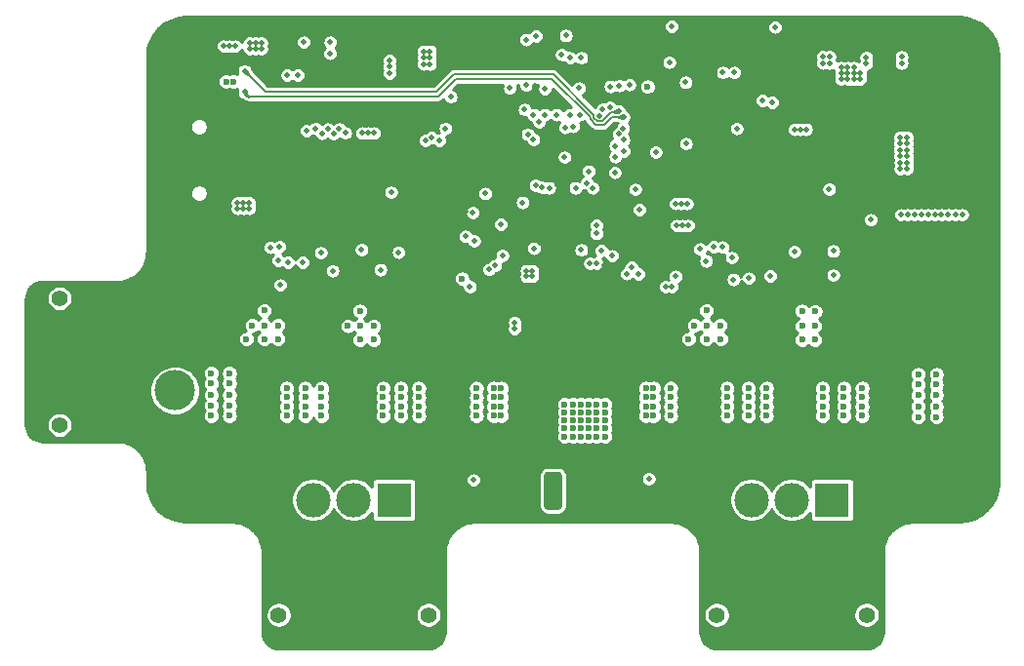
<source format=gbr>
%TF.GenerationSoftware,KiCad,Pcbnew,(5.1.5)-3*%
%TF.CreationDate,2021-04-30T11:05:50+08:00*%
%TF.ProjectId,bldc_motor_cntroller,626c6463-5f6d-46f7-946f-725f636e7472,rev?*%
%TF.SameCoordinates,PX57bcf00PY69db9c0*%
%TF.FileFunction,Copper,L2,Inr*%
%TF.FilePolarity,Positive*%
%FSLAX46Y46*%
G04 Gerber Fmt 4.6, Leading zero omitted, Abs format (unit mm)*
G04 Created by KiCad (PCBNEW (5.1.5)-3) date 2021-04-30 11:05:50*
%MOMM*%
%LPD*%
G04 APERTURE LIST*
%TA.AperFunction,ViaPad*%
%ADD10C,0.508000*%
%TD*%
%TA.AperFunction,ViaPad*%
%ADD11C,0.100000*%
%TD*%
%TA.AperFunction,ViaPad*%
%ADD12C,0.700000*%
%TD*%
%TA.AperFunction,ViaPad*%
%ADD13C,4.400000*%
%TD*%
%TA.AperFunction,ViaPad*%
%ADD14C,3.500000*%
%TD*%
%TA.AperFunction,ViaPad*%
%ADD15R,3.500000X3.500000*%
%TD*%
%TA.AperFunction,ViaPad*%
%ADD16C,1.400000*%
%TD*%
%TA.AperFunction,ViaPad*%
%ADD17C,3.000000*%
%TD*%
%TA.AperFunction,ViaPad*%
%ADD18R,3.000000X3.000000*%
%TD*%
%TA.AperFunction,ViaPad*%
%ADD19O,2.100000X1.000000*%
%TD*%
%TA.AperFunction,ViaPad*%
%ADD20O,1.600000X1.000000*%
%TD*%
%TA.AperFunction,ViaPad*%
%ADD21C,0.500000*%
%TD*%
%TA.AperFunction,ViaPad*%
%ADD22C,0.600000*%
%TD*%
%TA.AperFunction,Conductor*%
%ADD23C,0.191262*%
%TD*%
%TA.AperFunction,Conductor*%
%ADD24C,0.254000*%
%TD*%
%TA.AperFunction,Conductor*%
%ADD25C,0.025400*%
%TD*%
G04 APERTURE END LIST*
D10*
%TO.N,GND*%
%TO.C,U1*%
X64244100Y44181100D03*
X65031500Y44181100D03*
X65818900Y44181100D03*
X66606300Y44181100D03*
X67393700Y44181100D03*
X68181100Y44181100D03*
X68968500Y44181100D03*
X69755900Y44181100D03*
X64244100Y43393700D03*
X65031500Y43393700D03*
X65818900Y43393700D03*
X66606300Y43393700D03*
X67393700Y43393700D03*
X68181100Y43393700D03*
X68968500Y43393700D03*
X69755900Y43393700D03*
X64244100Y42606300D03*
X65031500Y42606300D03*
X65818900Y42606300D03*
X66606300Y42606300D03*
X67393700Y42606300D03*
X68181100Y42606300D03*
X68968500Y42606300D03*
X69755900Y42606300D03*
X64244100Y41818900D03*
X65031500Y41818900D03*
X65818900Y41818900D03*
X66606300Y41818900D03*
X67393700Y41818900D03*
X68181100Y41818900D03*
X68968500Y41818900D03*
X69755900Y41818900D03*
%TD*%
%TO.N,GND*%
%TO.C,U2*%
X31755900Y41818900D03*
X30968500Y41818900D03*
X30181100Y41818900D03*
X29393700Y41818900D03*
X28606300Y41818900D03*
X27818900Y41818900D03*
X27031500Y41818900D03*
X26244100Y41818900D03*
X31755900Y42606300D03*
X30968500Y42606300D03*
X30181100Y42606300D03*
X29393700Y42606300D03*
X28606300Y42606300D03*
X27818900Y42606300D03*
X27031500Y42606300D03*
X26244100Y42606300D03*
X31755900Y43393700D03*
X30968500Y43393700D03*
X30181100Y43393700D03*
X29393700Y43393700D03*
X28606300Y43393700D03*
X27818900Y43393700D03*
X27031500Y43393700D03*
X26244100Y43393700D03*
X31755900Y44181100D03*
X30968500Y44181100D03*
X30181100Y44181100D03*
X29393700Y44181100D03*
X28606300Y44181100D03*
X27818900Y44181100D03*
X27031500Y44181100D03*
X26244100Y44181100D03*
%TD*%
%TA.AperFunction,ViaPad*%
D11*
%TO.N,GND*%
%TO.C,H5*%
G36*
X50139207Y15948074D02*
G01*
X50178036Y15942314D01*
X50216114Y15932776D01*
X50253073Y15919552D01*
X50288559Y15902769D01*
X50322228Y15882588D01*
X50353757Y15859204D01*
X50382843Y15832843D01*
X50409204Y15803757D01*
X50432588Y15772228D01*
X50452769Y15738559D01*
X50469552Y15703073D01*
X50482776Y15666114D01*
X50492314Y15628036D01*
X50498074Y15589207D01*
X50500000Y15550000D01*
X50500000Y13050000D01*
X50498074Y13010793D01*
X50492314Y12971964D01*
X50482776Y12933886D01*
X50469552Y12896927D01*
X50452769Y12861441D01*
X50432588Y12827772D01*
X50409204Y12796243D01*
X50382843Y12767157D01*
X50353757Y12740796D01*
X50322228Y12717412D01*
X50288559Y12697231D01*
X50253073Y12680448D01*
X50216114Y12667224D01*
X50178036Y12657686D01*
X50139207Y12651926D01*
X50100000Y12650000D01*
X49300000Y12650000D01*
X49260793Y12651926D01*
X49221964Y12657686D01*
X49183886Y12667224D01*
X49146927Y12680448D01*
X49111441Y12697231D01*
X49077772Y12717412D01*
X49046243Y12740796D01*
X49017157Y12767157D01*
X48990796Y12796243D01*
X48967412Y12827772D01*
X48947231Y12861441D01*
X48930448Y12896927D01*
X48917224Y12933886D01*
X48907686Y12971964D01*
X48901926Y13010793D01*
X48900000Y13050000D01*
X48900000Y15550000D01*
X48901926Y15589207D01*
X48907686Y15628036D01*
X48917224Y15666114D01*
X48930448Y15703073D01*
X48947231Y15738559D01*
X48967412Y15772228D01*
X48990796Y15803757D01*
X49017157Y15832843D01*
X49046243Y15859204D01*
X49077772Y15882588D01*
X49111441Y15902769D01*
X49146927Y15919552D01*
X49183886Y15932776D01*
X49221964Y15942314D01*
X49260793Y15948074D01*
X49300000Y15950000D01*
X50100000Y15950000D01*
X50139207Y15948074D01*
G37*
%TD.AperFunction*%
%TD*%
%TA.AperFunction,ViaPad*%
%TO.N,/Power Management/HS*%
%TO.C,H6*%
G36*
X46739207Y15948074D02*
G01*
X46778036Y15942314D01*
X46816114Y15932776D01*
X46853073Y15919552D01*
X46888559Y15902769D01*
X46922228Y15882588D01*
X46953757Y15859204D01*
X46982843Y15832843D01*
X47009204Y15803757D01*
X47032588Y15772228D01*
X47052769Y15738559D01*
X47069552Y15703073D01*
X47082776Y15666114D01*
X47092314Y15628036D01*
X47098074Y15589207D01*
X47100000Y15550000D01*
X47100000Y13050000D01*
X47098074Y13010793D01*
X47092314Y12971964D01*
X47082776Y12933886D01*
X47069552Y12896927D01*
X47052769Y12861441D01*
X47032588Y12827772D01*
X47009204Y12796243D01*
X46982843Y12767157D01*
X46953757Y12740796D01*
X46922228Y12717412D01*
X46888559Y12697231D01*
X46853073Y12680448D01*
X46816114Y12667224D01*
X46778036Y12657686D01*
X46739207Y12651926D01*
X46700000Y12650000D01*
X45900000Y12650000D01*
X45860793Y12651926D01*
X45821964Y12657686D01*
X45783886Y12667224D01*
X45746927Y12680448D01*
X45711441Y12697231D01*
X45677772Y12717412D01*
X45646243Y12740796D01*
X45617157Y12767157D01*
X45590796Y12796243D01*
X45567412Y12827772D01*
X45547231Y12861441D01*
X45530448Y12896927D01*
X45517224Y12933886D01*
X45507686Y12971964D01*
X45501926Y13010793D01*
X45500000Y13050000D01*
X45500000Y15550000D01*
X45501926Y15589207D01*
X45507686Y15628036D01*
X45517224Y15666114D01*
X45530448Y15703073D01*
X45547231Y15738559D01*
X45567412Y15772228D01*
X45590796Y15803757D01*
X45617157Y15832843D01*
X45646243Y15859204D01*
X45677772Y15882588D01*
X45711441Y15902769D01*
X45746927Y15919552D01*
X45783886Y15932776D01*
X45821964Y15942314D01*
X45860793Y15948074D01*
X45900000Y15950000D01*
X46700000Y15950000D01*
X46739207Y15948074D01*
G37*
%TD.AperFunction*%
%TD*%
D12*
%TO.N,GND*%
%TO.C,H4*%
X82666726Y16166726D03*
X81500000Y16650000D03*
X80333274Y16166726D03*
X79850000Y15000000D03*
X80333274Y13833274D03*
X81500000Y13350000D03*
X82666726Y13833274D03*
X83150000Y15000000D03*
D13*
X81500000Y15000000D03*
%TD*%
D12*
%TO.N,GND*%
%TO.C,H3*%
X82666726Y53166726D03*
X81500000Y53650000D03*
X80333274Y53166726D03*
X79850000Y52000000D03*
X80333274Y50833274D03*
X81500000Y50350000D03*
X82666726Y50833274D03*
X83150000Y52000000D03*
D13*
X81500000Y52000000D03*
%TD*%
D12*
%TO.N,GND*%
%TO.C,H2*%
X15666726Y16166726D03*
X14500000Y16650000D03*
X13333274Y16166726D03*
X12850000Y15000000D03*
X13333274Y13833274D03*
X14500000Y13350000D03*
X15666726Y13833274D03*
X16150000Y15000000D03*
D13*
X14500000Y15000000D03*
%TD*%
D12*
%TO.N,GND*%
%TO.C,H1*%
X15666726Y53166726D03*
X14500000Y53650000D03*
X13333274Y53166726D03*
X12850000Y52000000D03*
X13333274Y50833274D03*
X14500000Y50350000D03*
X15666726Y50833274D03*
X16150000Y52000000D03*
D13*
X14500000Y52000000D03*
%TD*%
D14*
%TO.N,VDC*%
%TO.C,J3*%
X13500000Y23000000D03*
D15*
%TO.N,GND*%
X13500000Y28000000D03*
D16*
%TO.N,*%
X3500000Y20000000D03*
X3500000Y31000000D03*
%TD*%
D17*
%TO.N,/Motor Driver/SH_C*%
%TO.C,J1*%
X63500000Y13500000D03*
%TO.N,/Motor Driver/SH_B*%
X67000000Y13500000D03*
D18*
%TO.N,/Motor Driver/SH_A*%
X70500000Y13500000D03*
D16*
%TO.N,*%
X60500000Y3500000D03*
X73500000Y3500000D03*
%TD*%
D17*
%TO.N,/Motor_Driver2/SH_C*%
%TO.C,J2*%
X25500000Y13500000D03*
%TO.N,/Motor_Driver2/SH_B*%
X29000000Y13500000D03*
D18*
%TO.N,/Motor_Driver2/SH_A*%
X32500000Y13500000D03*
D16*
%TO.N,*%
X22500000Y3500000D03*
X35500000Y3500000D03*
%TD*%
D19*
%TO.N,GND*%
%TO.C,J4*%
X16130000Y38680000D03*
X16130000Y47320000D03*
D20*
X11950000Y47320000D03*
X11950000Y38680000D03*
%TD*%
D21*
%TO.N,GND*%
X50740000Y33840000D03*
X55120000Y35330000D03*
X55140000Y34660000D03*
X60860000Y34550000D03*
X60360000Y34550000D03*
X23910000Y35360000D03*
X23930000Y34790000D03*
X26960000Y32020000D03*
X30460000Y32015002D03*
X29360000Y32015002D03*
X29910000Y32015002D03*
X29290000Y33220000D03*
X29900000Y33215002D03*
X81565000Y26445000D03*
X80960834Y25895000D03*
X80965000Y25345000D03*
X81565000Y25345000D03*
X81562917Y25895000D03*
X80965000Y26445000D03*
X81585000Y29745000D03*
X80975000Y31385000D03*
X81582917Y30295000D03*
X81575000Y30835000D03*
X80985000Y28645000D03*
X81575000Y27535000D03*
X81582917Y26995000D03*
X81572917Y28085000D03*
X80985000Y29195000D03*
X80970834Y28085000D03*
X80985000Y30295000D03*
X81582917Y29195000D03*
X81572917Y31385000D03*
X80980834Y26995000D03*
X81585000Y28645000D03*
X80985000Y29745000D03*
X80975000Y27535000D03*
X80975000Y30835000D03*
X14700000Y35280000D03*
X14200000Y35280000D03*
X14200000Y34780000D03*
X14700000Y34780000D03*
X13700000Y34780000D03*
X13700000Y35280000D03*
X67350000Y31550002D03*
X67900000Y31525002D03*
X68475000Y31525002D03*
X67350000Y32725002D03*
X67900000Y32725002D03*
X68450000Y32725002D03*
X44000000Y45975000D03*
X46650000Y40800000D03*
X84155000Y39490000D03*
X83557083Y39490000D03*
X82959166Y39490000D03*
X9055000Y22668671D03*
X9055000Y23767337D03*
X9055000Y28162001D03*
X9055000Y29260667D03*
X9055000Y25964669D03*
X9055000Y24866003D03*
X9055000Y21570000D03*
X9055000Y27063335D03*
X1155000Y22668671D03*
X1155000Y23767337D03*
X1155000Y28162001D03*
X1155000Y29260667D03*
X1155000Y25964669D03*
X1155000Y24866003D03*
X1155000Y21570000D03*
X1155000Y27063335D03*
X15700000Y26387500D03*
X11300000Y26387500D03*
X14050000Y25850000D03*
X12950000Y25850000D03*
X15150000Y25850000D03*
X14600000Y25850000D03*
X11850000Y25850000D03*
X13500000Y25850000D03*
X12400000Y25850000D03*
X11300000Y25850000D03*
X15700000Y25850000D03*
X15700000Y28000000D03*
X15700000Y29075000D03*
X15700000Y26925000D03*
X15700000Y27462500D03*
X15700000Y30150000D03*
X15700000Y28537500D03*
X15700000Y29612500D03*
X11300000Y28000000D03*
X11300000Y29075000D03*
X11300000Y26925000D03*
X11300000Y27462500D03*
X11300000Y30150000D03*
X11300000Y28537500D03*
X11300000Y29612500D03*
D22*
X74600000Y27425000D03*
X76950000Y48100000D03*
D21*
X3305000Y24866003D03*
X3305000Y23767337D03*
X3305000Y28162001D03*
X3305000Y29260667D03*
X3305000Y27063335D03*
X3305000Y25964669D03*
X3305000Y22668671D03*
X3305000Y21570000D03*
X80402917Y26995000D03*
X80395000Y27535000D03*
X80405000Y26445000D03*
X80405000Y25345000D03*
X80402917Y25895000D03*
X80392917Y28085000D03*
X79790834Y28085000D03*
X79805000Y29195000D03*
X79805000Y30295000D03*
X79800834Y25895000D03*
X80402917Y30295000D03*
X80395000Y30835000D03*
X79805000Y25345000D03*
X79795000Y31385000D03*
X79805000Y28645000D03*
X79805000Y26445000D03*
X80402917Y29195000D03*
X80392917Y31385000D03*
X79800834Y26995000D03*
X80405000Y29745000D03*
X79795000Y27535000D03*
X80405000Y28645000D03*
X79795000Y30835000D03*
X79805000Y29745000D03*
X83220000Y44955000D03*
X82020000Y44955000D03*
X82620000Y44955000D03*
X82622083Y44405000D03*
X82024166Y44405000D03*
X83220000Y44405000D03*
X82630000Y42765000D03*
X82030000Y42765000D03*
X83220000Y43855000D03*
X82620000Y43855000D03*
X82622083Y43305000D03*
X83230000Y42765000D03*
X82632083Y42215000D03*
X82034166Y42215000D03*
X83230000Y42215000D03*
X82020000Y43855000D03*
X82024166Y43305000D03*
X83220000Y43305000D03*
X11850000Y30150000D03*
X12950000Y30150000D03*
X12400000Y30150000D03*
X12700000Y34770000D03*
X13200000Y35270000D03*
X12200000Y34770000D03*
X12700000Y35270000D03*
X12200000Y35270000D03*
X13200000Y34770000D03*
X14050000Y30150000D03*
X15150000Y30150000D03*
X13500000Y30150000D03*
X14600000Y30150000D03*
X19450000Y34150000D03*
X19450000Y34650000D03*
X19950000Y34150000D03*
X19950000Y34650000D03*
X18950000Y34650000D03*
X18950000Y34150000D03*
X57500000Y34725000D03*
X58000000Y34725000D03*
X57000000Y34725000D03*
X58000000Y34225000D03*
X57000000Y34225000D03*
X26000006Y49800000D03*
X26500006Y49800000D03*
D22*
X52000000Y29000000D03*
X52000000Y28200000D03*
X52650000Y29000000D03*
X52650000Y28200000D03*
X52650000Y25900000D03*
X52000000Y25900000D03*
X52650000Y26700000D03*
X52000000Y26700000D03*
X52000000Y27500000D03*
X52650000Y25100000D03*
X52000000Y25100000D03*
X52650000Y27500000D03*
X45450000Y27150000D03*
X44750000Y27150000D03*
X45450000Y25900000D03*
X44750000Y25900000D03*
X44750000Y28400000D03*
X44400000Y29650000D03*
X45700000Y29650000D03*
X45050000Y29650000D03*
X77450000Y27400000D03*
X76250000Y27400000D03*
X75200000Y28600000D03*
X77450000Y29900000D03*
X77450000Y28600000D03*
X76250000Y28600000D03*
X76250000Y29900000D03*
X36250000Y27400000D03*
X37800000Y29900000D03*
X39100000Y27400000D03*
X37800000Y27400000D03*
X36300000Y28600000D03*
X39100000Y28600000D03*
X37800000Y28600000D03*
D21*
X67750000Y40500000D03*
X30075000Y50600000D03*
X29125000Y50600004D03*
X30992304Y50592304D03*
X48200000Y35800000D03*
D22*
X45450000Y28400000D03*
D21*
X43700000Y29650000D03*
X25500000Y49800000D03*
X53950000Y37275000D03*
X43025000Y29725000D03*
X29700000Y40200000D03*
X22000000Y50500000D03*
X70100000Y50250000D03*
X76850000Y47000000D03*
X57500000Y34225000D03*
X34840000Y50460000D03*
X44750000Y38050000D03*
D22*
X18600000Y40400000D03*
D21*
X74990000Y50840000D03*
D22*
X76150000Y46300000D03*
D21*
X62939979Y50550118D03*
X65300000Y50400000D03*
X54600000Y51450000D03*
X55100000Y51449998D03*
X54100000Y51450000D03*
X44750000Y49449999D03*
D22*
X77525000Y48850000D03*
D21*
X54600000Y19100000D03*
X38388407Y15213407D03*
X18050000Y46275000D03*
X43024998Y33620010D03*
X55575000Y54600000D03*
X22085000Y44865000D03*
X22085000Y44365000D03*
X22085000Y45365000D03*
X22635000Y44365000D03*
X22635000Y45365000D03*
X59000000Y47150000D03*
X59000000Y47700000D03*
X59000000Y48250000D03*
X60350000Y32850000D03*
X59350000Y46750000D03*
X22635000Y44865000D03*
X59000000Y48800000D03*
X65100000Y51300000D03*
X64600000Y51300000D03*
X65600000Y51300000D03*
D22*
X56522696Y19522696D03*
D21*
X43750000Y25200000D03*
X43050000Y35849990D03*
X38299996Y46600000D03*
X38700000Y44600000D03*
X38150000Y41910010D03*
X38150006Y39100000D03*
X38700000Y38500006D03*
X41750000Y49350012D03*
X56150000Y50100000D03*
D22*
X53000000Y37050006D03*
X51250006Y35799996D03*
D21*
X49300000Y35850000D03*
X47175000Y35825000D03*
X46225000Y35850000D03*
X45150000Y35830000D03*
X35474998Y32650000D03*
X21075000Y37875000D03*
X38275004Y49075000D03*
X59100000Y37875000D03*
X37850000Y41100000D03*
X42275000Y19125004D03*
X39525000Y19150000D03*
X53600000Y15325010D03*
X35300000Y35209899D03*
X74810000Y35490000D03*
X73860000Y35490004D03*
X21650000Y33690000D03*
X21150000Y33690000D03*
X20650000Y33690000D03*
X56419998Y47270000D03*
X14500000Y44000000D03*
X24722313Y52310000D03*
%TO.N,VDC*%
X57410000Y39220000D03*
X57910000Y39220000D03*
X56910000Y39220000D03*
X58010000Y37320000D03*
X57010000Y37320000D03*
X19450000Y38800000D03*
X19950000Y39300000D03*
X19950000Y38800000D03*
X18950000Y39300000D03*
X19450000Y39300000D03*
X18950000Y38800000D03*
D22*
X50100000Y19000000D03*
X48000000Y19000000D03*
X47300000Y19000000D03*
X50800000Y19000000D03*
X49400000Y19000000D03*
X48700000Y19000000D03*
X50100000Y19700000D03*
X48000000Y19700000D03*
X47300000Y19700000D03*
X50800000Y19700000D03*
X49400000Y19700000D03*
X48700000Y19700000D03*
X50100000Y20400000D03*
X48000000Y20400000D03*
X47300000Y20400000D03*
X50800000Y20400000D03*
X49400000Y20400000D03*
X48700000Y20400000D03*
X50800000Y21100000D03*
X50100000Y21100000D03*
X49400000Y21100000D03*
X48700000Y21100000D03*
X48000000Y21100000D03*
X47300000Y21100000D03*
X50800000Y21800000D03*
X50100000Y21800000D03*
X49400000Y21800000D03*
X48700000Y21800000D03*
X48000000Y21800000D03*
X73100000Y20800000D03*
X71525000Y22400000D03*
X71525000Y23200000D03*
X73100000Y22400000D03*
X73100000Y21600000D03*
X71525000Y20800000D03*
X71525000Y21600000D03*
X73100000Y23200000D03*
X79550000Y24400000D03*
X79550000Y22600000D03*
X79550000Y20700000D03*
X79550000Y21600000D03*
X79550000Y23500000D03*
X77975000Y21600000D03*
X77975000Y20700000D03*
X77975000Y23500000D03*
X77975000Y22600000D03*
X77975000Y24400000D03*
X64800000Y22400000D03*
X63250000Y20800000D03*
X69675000Y23200000D03*
X63250000Y21600000D03*
X63250000Y22400000D03*
X64800000Y20800000D03*
X64800000Y21600000D03*
X69675000Y21600000D03*
X63250000Y23200000D03*
X69675000Y22400000D03*
X64800000Y23200000D03*
X69675000Y20800000D03*
X61400000Y21600000D03*
X61400000Y20800000D03*
X61400000Y23200000D03*
X61400000Y22400000D03*
X55000000Y20800000D03*
X54350000Y21600000D03*
X55000000Y22400000D03*
X54350000Y23200000D03*
X54350000Y20800000D03*
X55000000Y23200000D03*
X54350000Y22400000D03*
X56500000Y21600000D03*
X56500000Y23200000D03*
X56500000Y22400000D03*
X56500000Y20800000D03*
X55000000Y21600000D03*
X41150000Y22400000D03*
X41150000Y20800000D03*
X41150000Y21600000D03*
X41150000Y23200000D03*
X41800000Y22400000D03*
X41800000Y20800000D03*
X41800000Y21600000D03*
X41800000Y23200000D03*
X39650000Y22400000D03*
X39650000Y23200000D03*
X39650000Y20800000D03*
X39650000Y21600000D03*
X34650000Y23200000D03*
X34650000Y22400000D03*
X34650000Y21600000D03*
X34650000Y20800000D03*
X26225000Y21600000D03*
X26225000Y20800000D03*
X26225000Y23200000D03*
X26225000Y22400000D03*
X31550000Y23200000D03*
X33100000Y21600000D03*
X33100000Y20800000D03*
X31550000Y21600000D03*
X31550000Y22400000D03*
X33100000Y23200000D03*
X33100000Y22400000D03*
X31550000Y20800000D03*
X23200000Y20800000D03*
X23200000Y22400000D03*
X23200000Y23200000D03*
X23200000Y21600000D03*
X24800000Y23200000D03*
X24800000Y21600000D03*
X24800000Y22400000D03*
X24800000Y20800000D03*
X18225000Y20800000D03*
X18225000Y22600000D03*
X18225000Y24500000D03*
X18225000Y23600000D03*
X18225000Y21700000D03*
X16650000Y24500000D03*
X16650000Y22600000D03*
X16650000Y21700000D03*
X16650000Y20800000D03*
X16650000Y23600000D03*
X47300000Y21800000D03*
D21*
X57510000Y37320000D03*
X73860001Y37820001D03*
%TO.N,/Microcontroller Interface/VBUS_S*%
X51425000Y34700000D03*
X48750000Y35200000D03*
%TO.N,GVDD*%
X30750000Y45345000D03*
X30250000Y45345000D03*
X67240000Y45670000D03*
X44000000Y32900000D03*
X44000000Y33400000D03*
X44500000Y32900000D03*
X44500000Y33400000D03*
X67740000Y45670000D03*
X29750000Y45344987D03*
X68250000Y45675000D03*
%TO.N,+5V*%
X77005000Y43890000D03*
X76405000Y43890000D03*
X76407083Y43340000D03*
X77005000Y43340000D03*
X77015000Y42800000D03*
X76415000Y42800000D03*
X76417083Y42250000D03*
X77015000Y42250000D03*
X69700000Y51425000D03*
X69700000Y51975000D03*
X70275000Y51425000D03*
X70275000Y51975000D03*
X77005000Y44440000D03*
X77005000Y44990000D03*
X76407083Y44440000D03*
X76405000Y44990000D03*
X81191666Y38250000D03*
X81775000Y38250000D03*
X79408333Y38250000D03*
X78825000Y38250000D03*
X79991666Y38250000D03*
X80575000Y38250000D03*
X76475000Y38250000D03*
X77058333Y38250000D03*
X78225000Y38250000D03*
X77641666Y38250000D03*
X76525000Y51425000D03*
X73475000Y51900000D03*
X76525000Y51950000D03*
X73475000Y51375000D03*
D22*
X18550000Y49825000D03*
X17950000Y49825000D03*
D21*
X56375000Y51499957D03*
X20500000Y53175000D03*
X20000000Y53175000D03*
X20000000Y52675000D03*
X20500000Y52675000D03*
X21000000Y52675000D03*
X21000000Y53175000D03*
X54600000Y15325000D03*
X39400004Y15225000D03*
%TO.N,/Microcontroller Interface/M0_TEMP*%
X50075000Y36625000D03*
X50500000Y35150000D03*
X48250001Y40599999D03*
%TO.N,/Motor Driver/CSENSE_1*%
X62025000Y50600000D03*
X44100000Y45249994D03*
%TO.N,/Motor Driver/CSENSE_2*%
X61030010Y50600000D03*
X44600000Y44800000D03*
%TO.N,/Motor Driver/SN2*%
X59574996Y34250000D03*
%TO.N,/Motor Driver/SP2*%
X59054990Y35275000D03*
%TO.N,/Motor Driver/SN1*%
X61000000Y35460011D03*
%TO.N,/Motor Driver/SP1*%
X60206524Y35471063D03*
%TO.N,/I/O Interface/DEBUG_SWCLK*%
X52925000Y49550000D03*
%TO.N,/I/O Interface/DEBUG_SWDIO*%
X52050000Y49475000D03*
D22*
%TO.N,/Motor Driver/SL_C*%
X58050000Y27450000D03*
X60850000Y27450000D03*
X59600000Y28650000D03*
X59600000Y27450000D03*
X59600000Y29950000D03*
X60800000Y28650000D03*
X58550000Y28650000D03*
D21*
X63275000Y32750006D03*
X61804990Y34524998D03*
D22*
%TO.N,/Motor Driver/SL_B*%
X69025000Y29875000D03*
X67900000Y29900000D03*
X69000000Y27400000D03*
X67900000Y27400000D03*
X69000000Y28600000D03*
X67900000Y28600000D03*
D21*
%TO.N,/I/O Interface/CAN_D*%
X43982474Y53467526D03*
%TO.N,/I/O Interface/CAN_R*%
X44822521Y53779999D03*
%TO.N,/I/O Interface/BOOT0*%
X47400000Y53810032D03*
X56575000Y54600000D03*
%TO.N,/I/O Interface/GPIO_8*%
X48750002Y51875000D03*
%TO.N,/Microcontroller Interface/SPI_MOSI*%
X50350000Y46850000D03*
X36430000Y44690000D03*
%TO.N,/Microcontroller Interface/SPI_MISO*%
X35780938Y44972277D03*
X50607367Y47417790D03*
%TO.N,/Microcontroller Interface/SPI_SCK*%
X35221576Y44704828D03*
X51225000Y47600000D03*
%TO.N,/I/O Interface/GPIO_7*%
X51275000Y49400000D03*
%TO.N,/I/O Interface/USB_DP*%
X52000000Y47250000D03*
X19550000Y50750000D03*
%TO.N,/Microcontroller Interface/M0_BH*%
X52384181Y45761629D03*
X64440002Y48170000D03*
%TO.N,/Microcontroller Interface/M0_AH*%
X52000000Y45275000D03*
X65310000Y48020000D03*
%TO.N,/Microcontroller Interface/EN_GATE*%
X28275000Y45350000D03*
X51650000Y41930010D03*
%TO.N,/I/O Interface/GPIO_6*%
X50079969Y37363594D03*
X49747930Y40583800D03*
%TO.N,/I/O Interface/GPIO_5*%
X47340000Y45830000D03*
%TO.N,/I/O Interface/GPIO_4*%
X43660000Y39330000D03*
X41760000Y37420000D03*
X36970000Y45750000D03*
%TO.N,/I/O Interface/GPIO_3*%
X37420000Y48490000D03*
%TO.N,/I/O Interface/GPIO_2*%
X38700000Y36372816D03*
%TO.N,/I/O Interface/GPIO_1*%
X39450000Y36000004D03*
%TO.N,/Microcontroller Interface/SPI_M0_nCS*%
X45100000Y46325000D03*
X48030000Y45920000D03*
%TO.N,/Motor_Driver2/SN1*%
X23320942Y34120942D03*
%TO.N,/Motor_Driver2/SP1*%
X22574996Y35475000D03*
%TO.N,/Motor_Driver2/SN2*%
X21799998Y35425000D03*
%TO.N,/Motor_Driver2/SP2*%
X22475000Y34275000D03*
%TO.N,/Motor_Driver2/CSENSE_1*%
X24149988Y50369990D03*
X39340150Y38434846D03*
%TO.N,/Motor_Driver2/CSENSE_2*%
X40400000Y40100000D03*
X23250000Y50369990D03*
D22*
%TO.N,/Motor_Driver2/SL_B*%
X30750000Y27400000D03*
X29550000Y28600000D03*
X29550000Y27400000D03*
X29550000Y29900000D03*
X30750000Y28600000D03*
X28500000Y28600000D03*
%TO.N,/Motor_Driver2/SL_C*%
X22450000Y28650000D03*
X20200000Y28650000D03*
X19700000Y27450000D03*
X22450000Y27450000D03*
X21250000Y28650000D03*
X21250000Y27450000D03*
X21250000Y29950000D03*
D21*
X22630152Y32155152D03*
%TO.N,/Microcontroller Interface/M1_CH*%
X51700000Y44240013D03*
X25713673Y45755010D03*
%TO.N,/Microcontroller Interface/M1_BH*%
X52424045Y43772685D03*
X26757620Y45682126D03*
%TO.N,/Microcontroller Interface/M1_AH*%
X27751992Y45682982D03*
X51700002Y43300000D03*
%TO.N,/Microcontroller Interface/M1_CL*%
X24901224Y45548776D03*
X49238704Y41020524D03*
%TO.N,/Microcontroller Interface/M1_BL*%
X26250791Y45325000D03*
X49386935Y42040021D03*
%TO.N,/Microcontroller Interface/M1_AL*%
X27250000Y45300000D03*
X47300000Y43245021D03*
%TO.N,+3V3*%
X35625000Y51900000D03*
X35625000Y52450000D03*
X35625000Y51350000D03*
X35075000Y51900000D03*
X35075000Y51350000D03*
X35075000Y52450000D03*
X72950000Y50525000D03*
X72950000Y50025000D03*
X72400000Y50025000D03*
X71850000Y50025000D03*
X71275000Y50025000D03*
X72400000Y51025000D03*
X72400000Y50525000D03*
X71850000Y50525000D03*
X71275000Y50525000D03*
X71850000Y51025000D03*
X71275000Y51025000D03*
X32125000Y50550000D03*
X32125000Y51100000D03*
X32125000Y51650000D03*
X44650000Y35350000D03*
X53800000Y38700000D03*
X70254136Y40481588D03*
X32247601Y40200000D03*
X55200000Y43700000D03*
X45600000Y46950000D03*
X44600000Y46950000D03*
X46600000Y46949998D03*
X48600000Y46950000D03*
D22*
X54499998Y49375000D03*
D21*
X42550000Y49250000D03*
X43950000Y49500000D03*
X47760000Y46950000D03*
X24680000Y53240000D03*
%TO.N,/I/O Interface/ENC0_Z*%
X52400000Y44750000D03*
X53100000Y33700000D03*
%TO.N,/I/O Interface/ENC0_B*%
X53700000Y33100000D03*
X57800000Y49750000D03*
X57825000Y44425000D03*
X47774380Y51887605D03*
%TO.N,/I/O Interface/ENC0_A*%
X48575000Y49250000D03*
X52700000Y33125000D03*
X53420000Y40450000D03*
%TO.N,/I/O Interface/ENC1_Z*%
X41900000Y34711839D03*
X43834764Y47384764D03*
X44780000Y40820000D03*
%TO.N,/I/O Interface/ENC1_B*%
X45600000Y49174992D03*
X40750000Y33500000D03*
X45364690Y40613718D03*
%TO.N,/I/O Interface/ENC1_A*%
X41300000Y33850000D03*
X47050000Y52175000D03*
X45984545Y40599784D03*
%TO.N,Net-(Q1-Pad7)*%
X70600000Y35100000D03*
X70600000Y33000002D03*
%TO.N,Net-(Q3-Pad7)*%
X67225000Y35050000D03*
X65150000Y32949998D03*
%TO.N,Net-(Q5-Pad7)*%
X61950000Y32634989D03*
X56920010Y32900000D03*
%TO.N,Net-(Q7-Pad7)*%
X32900000Y35000000D03*
X31320909Y33485919D03*
%TO.N,Net-(Q9-Pad7)*%
X27175000Y33395010D03*
X29699994Y35209897D03*
%TO.N,Net-(Q11-Pad7)*%
X26150000Y34950000D03*
X24575879Y34134673D03*
%TO.N,+3.3VA*%
X42975000Y28350000D03*
X56050000Y32000000D03*
X56600000Y32000000D03*
X42975000Y28900000D03*
X39100000Y32000000D03*
D22*
X38399997Y32700003D03*
D21*
X65550000Y54550000D03*
X62232621Y45746934D03*
%TO.N,CAN_L*%
X26970000Y53230000D03*
%TO.N,CAN_H*%
X26950000Y52260000D03*
%TO.N,Net-(F1-Pad1)*%
X18225000Y52900000D03*
X17700006Y52900000D03*
X18750000Y52900000D03*
%TO.N,/I/O Interface/USB_DN*%
X52400000Y46750000D03*
X19550000Y48900000D03*
%TO.N,Net-(C52-Pad1)*%
X50075000Y34025000D03*
X49500000Y34025000D03*
%TD*%
D23*
%TO.N,/I/O Interface/USB_DP*%
X51646447Y47250000D02*
X52000000Y47250000D01*
X21352769Y48947231D02*
X36168303Y48947231D01*
X50126496Y46384368D02*
X50573504Y46384368D01*
X37668303Y50447231D02*
X46331697Y50447231D01*
X36168303Y48947231D02*
X37668303Y50447231D01*
X49834368Y46676496D02*
X50126496Y46384368D01*
X51530815Y47134368D02*
X51646447Y47250000D01*
X19550000Y50750000D02*
X21352769Y48947231D01*
X51323504Y47134368D02*
X51530815Y47134368D01*
X49834368Y46944560D02*
X49834368Y46676496D01*
X46331697Y50447231D02*
X49834368Y46944560D01*
X50573504Y46384368D02*
X51323504Y47134368D01*
%TO.N,/I/O Interface/USB_DN*%
X37831697Y50052769D02*
X46168303Y50052769D01*
X19897231Y48552769D02*
X36331697Y48552769D01*
X46168303Y50052769D02*
X49523095Y46697977D01*
X51379342Y46750000D02*
X52046447Y46750000D01*
X49523095Y46697977D02*
X49523096Y46547562D01*
X19550000Y48900000D02*
X19897231Y48552769D01*
X49997563Y46073095D02*
X50702438Y46073096D01*
X52046447Y46750000D02*
X52400000Y46750000D01*
X49523096Y46547562D02*
X49997563Y46073095D01*
X36331697Y48552769D02*
X37831697Y50052769D01*
X50702438Y46073096D02*
X51379342Y46750000D01*
%TD*%
D24*
%TO.N,GND*%
G36*
X82164326Y55355096D02*
G01*
X82803348Y55162163D01*
X83392728Y54848784D01*
X83910013Y54426897D01*
X84335503Y53912569D01*
X84652986Y53325396D01*
X84850376Y52687732D01*
X84923000Y51996763D01*
X84923001Y15028228D01*
X84855096Y14335673D01*
X84662163Y13696650D01*
X84348783Y13107269D01*
X83926896Y12589985D01*
X83412569Y12164497D01*
X82825397Y11847014D01*
X82187732Y11649624D01*
X81496764Y11577000D01*
X77471664Y11577000D01*
X77446173Y11574489D01*
X77433741Y11574576D01*
X77425723Y11573790D01*
X77037531Y11532989D01*
X76986308Y11522474D01*
X76934933Y11512674D01*
X76927220Y11510346D01*
X76554346Y11394922D01*
X76506142Y11374659D01*
X76457647Y11355066D01*
X76450534Y11351284D01*
X76107179Y11165632D01*
X76063854Y11136409D01*
X76020062Y11107752D01*
X76013819Y11102660D01*
X75713065Y10853854D01*
X75676217Y10816748D01*
X75638851Y10780156D01*
X75633716Y10773949D01*
X75387015Y10471464D01*
X75358074Y10427903D01*
X75328529Y10384755D01*
X75324697Y10377668D01*
X75141448Y10033027D01*
X75121532Y9984708D01*
X75100916Y9936608D01*
X75098534Y9928912D01*
X74985717Y9555240D01*
X74975565Y9503968D01*
X74964686Y9452787D01*
X74963844Y9444775D01*
X74925754Y9056306D01*
X74925754Y9056296D01*
X74923000Y9028335D01*
X74923001Y2028229D01*
X74893185Y1724144D01*
X74813072Y1458793D01*
X74682943Y1214057D01*
X74507755Y999255D01*
X74294186Y822575D01*
X74050365Y690741D01*
X73785576Y608775D01*
X73483258Y577000D01*
X60528219Y577000D01*
X60224144Y606815D01*
X59958793Y686928D01*
X59714057Y817057D01*
X59499255Y992245D01*
X59322575Y1205814D01*
X59190741Y1449635D01*
X59108775Y1714424D01*
X59077000Y2016742D01*
X59077000Y3611000D01*
X59373000Y3611000D01*
X59373000Y3389000D01*
X59416310Y3171266D01*
X59501266Y2966165D01*
X59624602Y2781579D01*
X59781579Y2624602D01*
X59966165Y2501266D01*
X60171266Y2416310D01*
X60389000Y2373000D01*
X60611000Y2373000D01*
X60828734Y2416310D01*
X61033835Y2501266D01*
X61218421Y2624602D01*
X61375398Y2781579D01*
X61498734Y2966165D01*
X61583690Y3171266D01*
X61627000Y3389000D01*
X61627000Y3611000D01*
X72373000Y3611000D01*
X72373000Y3389000D01*
X72416310Y3171266D01*
X72501266Y2966165D01*
X72624602Y2781579D01*
X72781579Y2624602D01*
X72966165Y2501266D01*
X73171266Y2416310D01*
X73389000Y2373000D01*
X73611000Y2373000D01*
X73828734Y2416310D01*
X74033835Y2501266D01*
X74218421Y2624602D01*
X74375398Y2781579D01*
X74498734Y2966165D01*
X74583690Y3171266D01*
X74627000Y3389000D01*
X74627000Y3611000D01*
X74583690Y3828734D01*
X74498734Y4033835D01*
X74375398Y4218421D01*
X74218421Y4375398D01*
X74033835Y4498734D01*
X73828734Y4583690D01*
X73611000Y4627000D01*
X73389000Y4627000D01*
X73171266Y4583690D01*
X72966165Y4498734D01*
X72781579Y4375398D01*
X72624602Y4218421D01*
X72501266Y4033835D01*
X72416310Y3828734D01*
X72373000Y3611000D01*
X61627000Y3611000D01*
X61583690Y3828734D01*
X61498734Y4033835D01*
X61375398Y4218421D01*
X61218421Y4375398D01*
X61033835Y4498734D01*
X60828734Y4583690D01*
X60611000Y4627000D01*
X60389000Y4627000D01*
X60171266Y4583690D01*
X59966165Y4498734D01*
X59781579Y4375398D01*
X59624602Y4218421D01*
X59501266Y4033835D01*
X59416310Y3828734D01*
X59373000Y3611000D01*
X59077000Y3611000D01*
X59077000Y9028336D01*
X59074489Y9053827D01*
X59074576Y9066259D01*
X59073790Y9074277D01*
X59032989Y9462469D01*
X59022474Y9513692D01*
X59012674Y9565067D01*
X59010346Y9572780D01*
X58894922Y9945654D01*
X58874659Y9993858D01*
X58855066Y10042353D01*
X58851284Y10049466D01*
X58665632Y10392821D01*
X58636409Y10436146D01*
X58607752Y10479938D01*
X58602660Y10486181D01*
X58353854Y10786935D01*
X58316748Y10823783D01*
X58280156Y10861149D01*
X58273949Y10866284D01*
X57971464Y11112985D01*
X57927903Y11141926D01*
X57884755Y11171471D01*
X57877668Y11175303D01*
X57533027Y11358552D01*
X57484708Y11378468D01*
X57436608Y11399084D01*
X57428912Y11401466D01*
X57055240Y11514283D01*
X57003968Y11524435D01*
X56952787Y11535314D01*
X56944775Y11536156D01*
X56556306Y11574246D01*
X56556297Y11574246D01*
X56528336Y11577000D01*
X39471664Y11577000D01*
X39446173Y11574489D01*
X39433741Y11574576D01*
X39425723Y11573790D01*
X39037531Y11532989D01*
X38986308Y11522474D01*
X38934933Y11512674D01*
X38927220Y11510346D01*
X38554346Y11394922D01*
X38506142Y11374659D01*
X38457647Y11355066D01*
X38450534Y11351284D01*
X38107179Y11165632D01*
X38063854Y11136409D01*
X38020062Y11107752D01*
X38013819Y11102660D01*
X37713065Y10853854D01*
X37676217Y10816748D01*
X37638851Y10780156D01*
X37633716Y10773949D01*
X37387015Y10471464D01*
X37358074Y10427903D01*
X37328529Y10384755D01*
X37324697Y10377668D01*
X37141448Y10033027D01*
X37121532Y9984708D01*
X37100916Y9936608D01*
X37098534Y9928912D01*
X36985717Y9555240D01*
X36975565Y9503968D01*
X36964686Y9452787D01*
X36963844Y9444775D01*
X36925754Y9056306D01*
X36925754Y9056287D01*
X36923001Y9028336D01*
X36923000Y2028219D01*
X36893185Y1724144D01*
X36813072Y1458793D01*
X36682943Y1214057D01*
X36507755Y999255D01*
X36294186Y822575D01*
X36050365Y690741D01*
X35785576Y608775D01*
X35483258Y577000D01*
X22528219Y577000D01*
X22224144Y606815D01*
X21958793Y686928D01*
X21714057Y817057D01*
X21499255Y992245D01*
X21322575Y1205814D01*
X21190741Y1449635D01*
X21108775Y1714424D01*
X21077000Y2016742D01*
X21077000Y3611000D01*
X21373000Y3611000D01*
X21373000Y3389000D01*
X21416310Y3171266D01*
X21501266Y2966165D01*
X21624602Y2781579D01*
X21781579Y2624602D01*
X21966165Y2501266D01*
X22171266Y2416310D01*
X22389000Y2373000D01*
X22611000Y2373000D01*
X22828734Y2416310D01*
X23033835Y2501266D01*
X23218421Y2624602D01*
X23375398Y2781579D01*
X23498734Y2966165D01*
X23583690Y3171266D01*
X23627000Y3389000D01*
X23627000Y3611000D01*
X34373000Y3611000D01*
X34373000Y3389000D01*
X34416310Y3171266D01*
X34501266Y2966165D01*
X34624602Y2781579D01*
X34781579Y2624602D01*
X34966165Y2501266D01*
X35171266Y2416310D01*
X35389000Y2373000D01*
X35611000Y2373000D01*
X35828734Y2416310D01*
X36033835Y2501266D01*
X36218421Y2624602D01*
X36375398Y2781579D01*
X36498734Y2966165D01*
X36583690Y3171266D01*
X36627000Y3389000D01*
X36627000Y3611000D01*
X36583690Y3828734D01*
X36498734Y4033835D01*
X36375398Y4218421D01*
X36218421Y4375398D01*
X36033835Y4498734D01*
X35828734Y4583690D01*
X35611000Y4627000D01*
X35389000Y4627000D01*
X35171266Y4583690D01*
X34966165Y4498734D01*
X34781579Y4375398D01*
X34624602Y4218421D01*
X34501266Y4033835D01*
X34416310Y3828734D01*
X34373000Y3611000D01*
X23627000Y3611000D01*
X23583690Y3828734D01*
X23498734Y4033835D01*
X23375398Y4218421D01*
X23218421Y4375398D01*
X23033835Y4498734D01*
X22828734Y4583690D01*
X22611000Y4627000D01*
X22389000Y4627000D01*
X22171266Y4583690D01*
X21966165Y4498734D01*
X21781579Y4375398D01*
X21624602Y4218421D01*
X21501266Y4033835D01*
X21416310Y3828734D01*
X21373000Y3611000D01*
X21077000Y3611000D01*
X21077000Y9028336D01*
X21074489Y9053827D01*
X21074576Y9066259D01*
X21073790Y9074277D01*
X21032989Y9462469D01*
X21022474Y9513692D01*
X21012674Y9565067D01*
X21010346Y9572780D01*
X20894922Y9945654D01*
X20874659Y9993858D01*
X20855066Y10042353D01*
X20851284Y10049466D01*
X20665632Y10392821D01*
X20636409Y10436146D01*
X20607752Y10479938D01*
X20602660Y10486181D01*
X20353854Y10786935D01*
X20316748Y10823783D01*
X20280156Y10861149D01*
X20273949Y10866284D01*
X19971464Y11112985D01*
X19927903Y11141926D01*
X19884755Y11171471D01*
X19877668Y11175303D01*
X19533027Y11358552D01*
X19484708Y11378468D01*
X19436608Y11399084D01*
X19428912Y11401466D01*
X19055240Y11514283D01*
X19003968Y11524435D01*
X18952787Y11535314D01*
X18944775Y11536156D01*
X18556306Y11574246D01*
X18556297Y11574246D01*
X18528336Y11577000D01*
X14528217Y11577000D01*
X13835673Y11644904D01*
X13196650Y11837837D01*
X12607269Y12151217D01*
X12089985Y12573104D01*
X11664497Y13087431D01*
X11347014Y13674603D01*
X11342312Y13689793D01*
X23573000Y13689793D01*
X23573000Y13310207D01*
X23647053Y12937915D01*
X23792315Y12587223D01*
X24003201Y12271609D01*
X24271609Y12003201D01*
X24587223Y11792315D01*
X24937915Y11647053D01*
X25310207Y11573000D01*
X25689793Y11573000D01*
X26062085Y11647053D01*
X26412777Y11792315D01*
X26728391Y12003201D01*
X26996799Y12271609D01*
X27207685Y12587223D01*
X27250000Y12689380D01*
X27292315Y12587223D01*
X27503201Y12271609D01*
X27771609Y12003201D01*
X28087223Y11792315D01*
X28437915Y11647053D01*
X28810207Y11573000D01*
X29189793Y11573000D01*
X29562085Y11647053D01*
X29912777Y11792315D01*
X30228391Y12003201D01*
X30496799Y12271609D01*
X30570934Y12382560D01*
X30570934Y12000000D01*
X30579178Y11916293D01*
X30603595Y11835804D01*
X30643245Y11761624D01*
X30696605Y11696605D01*
X30761624Y11643245D01*
X30835804Y11603595D01*
X30916293Y11579178D01*
X31000000Y11570934D01*
X34000000Y11570934D01*
X34083707Y11579178D01*
X34164196Y11603595D01*
X34238376Y11643245D01*
X34303395Y11696605D01*
X34356755Y11761624D01*
X34396405Y11835804D01*
X34420822Y11916293D01*
X34429066Y12000000D01*
X34429066Y15000000D01*
X34420822Y15083707D01*
X34396405Y15164196D01*
X34356755Y15238376D01*
X34313011Y15291679D01*
X38723004Y15291679D01*
X38723004Y15158321D01*
X38749020Y15027526D01*
X38800054Y14904320D01*
X38874144Y14793437D01*
X38968441Y14699140D01*
X39079324Y14625050D01*
X39202530Y14574016D01*
X39333325Y14548000D01*
X39466683Y14548000D01*
X39597478Y14574016D01*
X39720684Y14625050D01*
X39831567Y14699140D01*
X39925864Y14793437D01*
X39999954Y14904320D01*
X40050988Y15027526D01*
X40077004Y15158321D01*
X40077004Y15291679D01*
X40050988Y15422474D01*
X39999954Y15545680D01*
X39997068Y15550000D01*
X45070934Y15550000D01*
X45070934Y13050000D01*
X45086864Y12888257D01*
X45134043Y12732730D01*
X45210657Y12589396D01*
X45313762Y12463762D01*
X45439396Y12360657D01*
X45582730Y12284043D01*
X45738257Y12236864D01*
X45900000Y12220934D01*
X46700000Y12220934D01*
X46861743Y12236864D01*
X47017270Y12284043D01*
X47160604Y12360657D01*
X47286238Y12463762D01*
X47389343Y12589396D01*
X47465957Y12732730D01*
X47513136Y12888257D01*
X47529066Y13050000D01*
X47529066Y13689793D01*
X61573000Y13689793D01*
X61573000Y13310207D01*
X61647053Y12937915D01*
X61792315Y12587223D01*
X62003201Y12271609D01*
X62271609Y12003201D01*
X62587223Y11792315D01*
X62937915Y11647053D01*
X63310207Y11573000D01*
X63689793Y11573000D01*
X64062085Y11647053D01*
X64412777Y11792315D01*
X64728391Y12003201D01*
X64996799Y12271609D01*
X65207685Y12587223D01*
X65250000Y12689380D01*
X65292315Y12587223D01*
X65503201Y12271609D01*
X65771609Y12003201D01*
X66087223Y11792315D01*
X66437915Y11647053D01*
X66810207Y11573000D01*
X67189793Y11573000D01*
X67562085Y11647053D01*
X67912777Y11792315D01*
X68228391Y12003201D01*
X68496799Y12271609D01*
X68570934Y12382560D01*
X68570934Y12000000D01*
X68579178Y11916293D01*
X68603595Y11835804D01*
X68643245Y11761624D01*
X68696605Y11696605D01*
X68761624Y11643245D01*
X68835804Y11603595D01*
X68916293Y11579178D01*
X69000000Y11570934D01*
X72000000Y11570934D01*
X72083707Y11579178D01*
X72164196Y11603595D01*
X72238376Y11643245D01*
X72303395Y11696605D01*
X72356755Y11761624D01*
X72396405Y11835804D01*
X72420822Y11916293D01*
X72429066Y12000000D01*
X72429066Y15000000D01*
X72420822Y15083707D01*
X72396405Y15164196D01*
X72356755Y15238376D01*
X72303395Y15303395D01*
X72238376Y15356755D01*
X72164196Y15396405D01*
X72083707Y15420822D01*
X72000000Y15429066D01*
X69000000Y15429066D01*
X68916293Y15420822D01*
X68835804Y15396405D01*
X68761624Y15356755D01*
X68696605Y15303395D01*
X68643245Y15238376D01*
X68603595Y15164196D01*
X68579178Y15083707D01*
X68570934Y15000000D01*
X68570934Y14617440D01*
X68496799Y14728391D01*
X68228391Y14996799D01*
X67912777Y15207685D01*
X67562085Y15352947D01*
X67189793Y15427000D01*
X66810207Y15427000D01*
X66437915Y15352947D01*
X66087223Y15207685D01*
X65771609Y14996799D01*
X65503201Y14728391D01*
X65292315Y14412777D01*
X65250000Y14310620D01*
X65207685Y14412777D01*
X64996799Y14728391D01*
X64728391Y14996799D01*
X64412777Y15207685D01*
X64062085Y15352947D01*
X63689793Y15427000D01*
X63310207Y15427000D01*
X62937915Y15352947D01*
X62587223Y15207685D01*
X62271609Y14996799D01*
X62003201Y14728391D01*
X61792315Y14412777D01*
X61647053Y14062085D01*
X61573000Y13689793D01*
X47529066Y13689793D01*
X47529066Y15391679D01*
X53923000Y15391679D01*
X53923000Y15258321D01*
X53949016Y15127526D01*
X54000050Y15004320D01*
X54074140Y14893437D01*
X54168437Y14799140D01*
X54279320Y14725050D01*
X54402526Y14674016D01*
X54533321Y14648000D01*
X54666679Y14648000D01*
X54797474Y14674016D01*
X54920680Y14725050D01*
X55031563Y14799140D01*
X55125860Y14893437D01*
X55199950Y15004320D01*
X55250984Y15127526D01*
X55277000Y15258321D01*
X55277000Y15391679D01*
X55250984Y15522474D01*
X55199950Y15645680D01*
X55125860Y15756563D01*
X55031563Y15850860D01*
X54920680Y15924950D01*
X54797474Y15975984D01*
X54666679Y16002000D01*
X54533321Y16002000D01*
X54402526Y15975984D01*
X54279320Y15924950D01*
X54168437Y15850860D01*
X54074140Y15756563D01*
X54000050Y15645680D01*
X53949016Y15522474D01*
X53923000Y15391679D01*
X47529066Y15391679D01*
X47529066Y15550000D01*
X47513136Y15711743D01*
X47465957Y15867270D01*
X47389343Y16010604D01*
X47286238Y16136238D01*
X47160604Y16239343D01*
X47017270Y16315957D01*
X46861743Y16363136D01*
X46700000Y16379066D01*
X45900000Y16379066D01*
X45738257Y16363136D01*
X45582730Y16315957D01*
X45439396Y16239343D01*
X45313762Y16136238D01*
X45210657Y16010604D01*
X45134043Y15867270D01*
X45086864Y15711743D01*
X45070934Y15550000D01*
X39997068Y15550000D01*
X39925864Y15656563D01*
X39831567Y15750860D01*
X39720684Y15824950D01*
X39597478Y15875984D01*
X39466683Y15902000D01*
X39333325Y15902000D01*
X39202530Y15875984D01*
X39079324Y15824950D01*
X38968441Y15750860D01*
X38874144Y15656563D01*
X38800054Y15545680D01*
X38749020Y15422474D01*
X38723004Y15291679D01*
X34313011Y15291679D01*
X34303395Y15303395D01*
X34238376Y15356755D01*
X34164196Y15396405D01*
X34083707Y15420822D01*
X34000000Y15429066D01*
X31000000Y15429066D01*
X30916293Y15420822D01*
X30835804Y15396405D01*
X30761624Y15356755D01*
X30696605Y15303395D01*
X30643245Y15238376D01*
X30603595Y15164196D01*
X30579178Y15083707D01*
X30570934Y15000000D01*
X30570934Y14617440D01*
X30496799Y14728391D01*
X30228391Y14996799D01*
X29912777Y15207685D01*
X29562085Y15352947D01*
X29189793Y15427000D01*
X28810207Y15427000D01*
X28437915Y15352947D01*
X28087223Y15207685D01*
X27771609Y14996799D01*
X27503201Y14728391D01*
X27292315Y14412777D01*
X27250000Y14310620D01*
X27207685Y14412777D01*
X26996799Y14728391D01*
X26728391Y14996799D01*
X26412777Y15207685D01*
X26062085Y15352947D01*
X25689793Y15427000D01*
X25310207Y15427000D01*
X24937915Y15352947D01*
X24587223Y15207685D01*
X24271609Y14996799D01*
X24003201Y14728391D01*
X23792315Y14412777D01*
X23647053Y14062085D01*
X23573000Y13689793D01*
X11342312Y13689793D01*
X11149624Y14312268D01*
X11077000Y15003236D01*
X11077000Y16028336D01*
X11074489Y16053827D01*
X11074576Y16066259D01*
X11073790Y16074277D01*
X11032989Y16462469D01*
X11022474Y16513692D01*
X11012674Y16565067D01*
X11010346Y16572780D01*
X10894922Y16945654D01*
X10874659Y16993858D01*
X10855066Y17042353D01*
X10851284Y17049466D01*
X10665632Y17392821D01*
X10636409Y17436146D01*
X10607752Y17479938D01*
X10602660Y17486181D01*
X10353854Y17786935D01*
X10316748Y17823783D01*
X10280156Y17861149D01*
X10273949Y17866284D01*
X9971464Y18112985D01*
X9927903Y18141926D01*
X9884755Y18171471D01*
X9877668Y18175303D01*
X9533027Y18358552D01*
X9484708Y18378468D01*
X9436608Y18399084D01*
X9428912Y18401466D01*
X9055240Y18514283D01*
X9003968Y18524435D01*
X8952787Y18535314D01*
X8944775Y18536156D01*
X8556306Y18574246D01*
X8556297Y18574246D01*
X8528336Y18577000D01*
X2028219Y18577000D01*
X1724144Y18606815D01*
X1458793Y18686928D01*
X1214057Y18817057D01*
X999255Y18992245D01*
X822575Y19205814D01*
X690741Y19449635D01*
X608775Y19714424D01*
X577000Y20016742D01*
X577000Y20111000D01*
X2373000Y20111000D01*
X2373000Y19889000D01*
X2416310Y19671266D01*
X2501266Y19466165D01*
X2624602Y19281579D01*
X2781579Y19124602D01*
X2966165Y19001266D01*
X3171266Y18916310D01*
X3389000Y18873000D01*
X3611000Y18873000D01*
X3828734Y18916310D01*
X4033835Y19001266D01*
X4218421Y19124602D01*
X4375398Y19281579D01*
X4498734Y19466165D01*
X4583690Y19671266D01*
X4627000Y19889000D01*
X4627000Y20111000D01*
X4583690Y20328734D01*
X4498734Y20533835D01*
X4375398Y20718421D01*
X4218421Y20875398D01*
X4033835Y20998734D01*
X3828734Y21083690D01*
X3611000Y21127000D01*
X3389000Y21127000D01*
X3171266Y21083690D01*
X2966165Y20998734D01*
X2781579Y20875398D01*
X2624602Y20718421D01*
X2501266Y20533835D01*
X2416310Y20328734D01*
X2373000Y20111000D01*
X577000Y20111000D01*
X577000Y23214416D01*
X11323000Y23214416D01*
X11323000Y22785584D01*
X11406660Y22364992D01*
X11570767Y21968804D01*
X11809013Y21612243D01*
X12112243Y21309013D01*
X12468804Y21070767D01*
X12864992Y20906660D01*
X13285584Y20823000D01*
X13714416Y20823000D01*
X14135008Y20906660D01*
X14531196Y21070767D01*
X14887757Y21309013D01*
X15190987Y21612243D01*
X15429233Y21968804D01*
X15593340Y22364992D01*
X15677000Y22785584D01*
X15677000Y23214416D01*
X15593340Y23635008D01*
X15429233Y24031196D01*
X15190987Y24387757D01*
X15007141Y24571603D01*
X15923000Y24571603D01*
X15923000Y24428397D01*
X15950938Y24287942D01*
X16005741Y24155636D01*
X16076324Y24050000D01*
X16005741Y23944364D01*
X15950938Y23812058D01*
X15923000Y23671603D01*
X15923000Y23528397D01*
X15950938Y23387942D01*
X16005741Y23255636D01*
X16085302Y23136564D01*
X16121866Y23100000D01*
X16085302Y23063436D01*
X16005741Y22944364D01*
X15950938Y22812058D01*
X15923000Y22671603D01*
X15923000Y22528397D01*
X15950938Y22387942D01*
X16005741Y22255636D01*
X16076324Y22150000D01*
X16005741Y22044364D01*
X15950938Y21912058D01*
X15923000Y21771603D01*
X15923000Y21628397D01*
X15950938Y21487942D01*
X16005741Y21355636D01*
X16076324Y21250000D01*
X16005741Y21144364D01*
X15950938Y21012058D01*
X15923000Y20871603D01*
X15923000Y20728397D01*
X15950938Y20587942D01*
X16005741Y20455636D01*
X16085302Y20336564D01*
X16186564Y20235302D01*
X16305636Y20155741D01*
X16437942Y20100938D01*
X16578397Y20073000D01*
X16721603Y20073000D01*
X16862058Y20100938D01*
X16994364Y20155741D01*
X17113436Y20235302D01*
X17214698Y20336564D01*
X17294259Y20455636D01*
X17349062Y20587942D01*
X17377000Y20728397D01*
X17377000Y20871603D01*
X17349062Y21012058D01*
X17294259Y21144364D01*
X17223676Y21250000D01*
X17294259Y21355636D01*
X17349062Y21487942D01*
X17377000Y21628397D01*
X17377000Y21771603D01*
X17349062Y21912058D01*
X17294259Y22044364D01*
X17223676Y22150000D01*
X17294259Y22255636D01*
X17349062Y22387942D01*
X17377000Y22528397D01*
X17377000Y22671603D01*
X17349062Y22812058D01*
X17294259Y22944364D01*
X17214698Y23063436D01*
X17178134Y23100000D01*
X17214698Y23136564D01*
X17294259Y23255636D01*
X17349062Y23387942D01*
X17377000Y23528397D01*
X17377000Y23671603D01*
X17349062Y23812058D01*
X17294259Y23944364D01*
X17223676Y24050000D01*
X17294259Y24155636D01*
X17349062Y24287942D01*
X17377000Y24428397D01*
X17377000Y24571603D01*
X17498000Y24571603D01*
X17498000Y24428397D01*
X17525938Y24287942D01*
X17580741Y24155636D01*
X17651324Y24050000D01*
X17580741Y23944364D01*
X17525938Y23812058D01*
X17498000Y23671603D01*
X17498000Y23528397D01*
X17525938Y23387942D01*
X17580741Y23255636D01*
X17660302Y23136564D01*
X17696866Y23100000D01*
X17660302Y23063436D01*
X17580741Y22944364D01*
X17525938Y22812058D01*
X17498000Y22671603D01*
X17498000Y22528397D01*
X17525938Y22387942D01*
X17580741Y22255636D01*
X17651324Y22150000D01*
X17580741Y22044364D01*
X17525938Y21912058D01*
X17498000Y21771603D01*
X17498000Y21628397D01*
X17525938Y21487942D01*
X17580741Y21355636D01*
X17651324Y21250000D01*
X17580741Y21144364D01*
X17525938Y21012058D01*
X17498000Y20871603D01*
X17498000Y20728397D01*
X17525938Y20587942D01*
X17580741Y20455636D01*
X17660302Y20336564D01*
X17761564Y20235302D01*
X17880636Y20155741D01*
X18012942Y20100938D01*
X18153397Y20073000D01*
X18296603Y20073000D01*
X18437058Y20100938D01*
X18569364Y20155741D01*
X18688436Y20235302D01*
X18789698Y20336564D01*
X18869259Y20455636D01*
X18924062Y20587942D01*
X18952000Y20728397D01*
X18952000Y20871603D01*
X18924062Y21012058D01*
X18869259Y21144364D01*
X18798676Y21250000D01*
X18869259Y21355636D01*
X18924062Y21487942D01*
X18952000Y21628397D01*
X18952000Y21771603D01*
X18924062Y21912058D01*
X18869259Y22044364D01*
X18798676Y22150000D01*
X18869259Y22255636D01*
X18924062Y22387942D01*
X18952000Y22528397D01*
X18952000Y22671603D01*
X18924062Y22812058D01*
X18869259Y22944364D01*
X18789698Y23063436D01*
X18753134Y23100000D01*
X18789698Y23136564D01*
X18869259Y23255636D01*
X18875872Y23271603D01*
X22473000Y23271603D01*
X22473000Y23128397D01*
X22500938Y22987942D01*
X22555741Y22855636D01*
X22592916Y22800000D01*
X22555741Y22744364D01*
X22500938Y22612058D01*
X22473000Y22471603D01*
X22473000Y22328397D01*
X22500938Y22187942D01*
X22555741Y22055636D01*
X22592916Y22000000D01*
X22555741Y21944364D01*
X22500938Y21812058D01*
X22473000Y21671603D01*
X22473000Y21528397D01*
X22500938Y21387942D01*
X22555741Y21255636D01*
X22592916Y21200000D01*
X22555741Y21144364D01*
X22500938Y21012058D01*
X22473000Y20871603D01*
X22473000Y20728397D01*
X22500938Y20587942D01*
X22555741Y20455636D01*
X22635302Y20336564D01*
X22736564Y20235302D01*
X22855636Y20155741D01*
X22987942Y20100938D01*
X23128397Y20073000D01*
X23271603Y20073000D01*
X23412058Y20100938D01*
X23544364Y20155741D01*
X23663436Y20235302D01*
X23764698Y20336564D01*
X23844259Y20455636D01*
X23899062Y20587942D01*
X23927000Y20728397D01*
X23927000Y20871603D01*
X23899062Y21012058D01*
X23844259Y21144364D01*
X23807084Y21200000D01*
X23844259Y21255636D01*
X23899062Y21387942D01*
X23927000Y21528397D01*
X23927000Y21671603D01*
X23899062Y21812058D01*
X23844259Y21944364D01*
X23807084Y22000000D01*
X23844259Y22055636D01*
X23899062Y22187942D01*
X23927000Y22328397D01*
X23927000Y22471603D01*
X23899062Y22612058D01*
X23844259Y22744364D01*
X23807084Y22800000D01*
X23844259Y22855636D01*
X23899062Y22987942D01*
X23927000Y23128397D01*
X23927000Y23271603D01*
X24073000Y23271603D01*
X24073000Y23128397D01*
X24100938Y22987942D01*
X24155741Y22855636D01*
X24192916Y22800000D01*
X24155741Y22744364D01*
X24100938Y22612058D01*
X24073000Y22471603D01*
X24073000Y22328397D01*
X24100938Y22187942D01*
X24155741Y22055636D01*
X24192916Y22000000D01*
X24155741Y21944364D01*
X24100938Y21812058D01*
X24073000Y21671603D01*
X24073000Y21528397D01*
X24100938Y21387942D01*
X24155741Y21255636D01*
X24192916Y21200000D01*
X24155741Y21144364D01*
X24100938Y21012058D01*
X24073000Y20871603D01*
X24073000Y20728397D01*
X24100938Y20587942D01*
X24155741Y20455636D01*
X24235302Y20336564D01*
X24336564Y20235302D01*
X24455636Y20155741D01*
X24587942Y20100938D01*
X24728397Y20073000D01*
X24871603Y20073000D01*
X25012058Y20100938D01*
X25144364Y20155741D01*
X25263436Y20235302D01*
X25364698Y20336564D01*
X25444259Y20455636D01*
X25499062Y20587942D01*
X25512500Y20655500D01*
X25525938Y20587942D01*
X25580741Y20455636D01*
X25660302Y20336564D01*
X25761564Y20235302D01*
X25880636Y20155741D01*
X26012942Y20100938D01*
X26153397Y20073000D01*
X26296603Y20073000D01*
X26437058Y20100938D01*
X26569364Y20155741D01*
X26688436Y20235302D01*
X26789698Y20336564D01*
X26869259Y20455636D01*
X26924062Y20587942D01*
X26952000Y20728397D01*
X26952000Y20871603D01*
X26924062Y21012058D01*
X26869259Y21144364D01*
X26832084Y21200000D01*
X26869259Y21255636D01*
X26924062Y21387942D01*
X26952000Y21528397D01*
X26952000Y21671603D01*
X26924062Y21812058D01*
X26869259Y21944364D01*
X26832084Y22000000D01*
X26869259Y22055636D01*
X26924062Y22187942D01*
X26952000Y22328397D01*
X26952000Y22471603D01*
X26924062Y22612058D01*
X26869259Y22744364D01*
X26832084Y22800000D01*
X26869259Y22855636D01*
X26924062Y22987942D01*
X26952000Y23128397D01*
X26952000Y23271603D01*
X30823000Y23271603D01*
X30823000Y23128397D01*
X30850938Y22987942D01*
X30905741Y22855636D01*
X30942916Y22800000D01*
X30905741Y22744364D01*
X30850938Y22612058D01*
X30823000Y22471603D01*
X30823000Y22328397D01*
X30850938Y22187942D01*
X30905741Y22055636D01*
X30942916Y22000000D01*
X30905741Y21944364D01*
X30850938Y21812058D01*
X30823000Y21671603D01*
X30823000Y21528397D01*
X30850938Y21387942D01*
X30905741Y21255636D01*
X30942916Y21200000D01*
X30905741Y21144364D01*
X30850938Y21012058D01*
X30823000Y20871603D01*
X30823000Y20728397D01*
X30850938Y20587942D01*
X30905741Y20455636D01*
X30985302Y20336564D01*
X31086564Y20235302D01*
X31205636Y20155741D01*
X31337942Y20100938D01*
X31478397Y20073000D01*
X31621603Y20073000D01*
X31762058Y20100938D01*
X31894364Y20155741D01*
X32013436Y20235302D01*
X32114698Y20336564D01*
X32194259Y20455636D01*
X32249062Y20587942D01*
X32277000Y20728397D01*
X32277000Y20871603D01*
X32249062Y21012058D01*
X32194259Y21144364D01*
X32157084Y21200000D01*
X32194259Y21255636D01*
X32249062Y21387942D01*
X32277000Y21528397D01*
X32277000Y21671603D01*
X32249062Y21812058D01*
X32194259Y21944364D01*
X32157084Y22000000D01*
X32194259Y22055636D01*
X32249062Y22187942D01*
X32277000Y22328397D01*
X32277000Y22471603D01*
X32249062Y22612058D01*
X32194259Y22744364D01*
X32157084Y22800000D01*
X32194259Y22855636D01*
X32249062Y22987942D01*
X32277000Y23128397D01*
X32277000Y23271603D01*
X32373000Y23271603D01*
X32373000Y23128397D01*
X32400938Y22987942D01*
X32455741Y22855636D01*
X32492916Y22800000D01*
X32455741Y22744364D01*
X32400938Y22612058D01*
X32373000Y22471603D01*
X32373000Y22328397D01*
X32400938Y22187942D01*
X32455741Y22055636D01*
X32492916Y22000000D01*
X32455741Y21944364D01*
X32400938Y21812058D01*
X32373000Y21671603D01*
X32373000Y21528397D01*
X32400938Y21387942D01*
X32455741Y21255636D01*
X32492916Y21200000D01*
X32455741Y21144364D01*
X32400938Y21012058D01*
X32373000Y20871603D01*
X32373000Y20728397D01*
X32400938Y20587942D01*
X32455741Y20455636D01*
X32535302Y20336564D01*
X32636564Y20235302D01*
X32755636Y20155741D01*
X32887942Y20100938D01*
X33028397Y20073000D01*
X33171603Y20073000D01*
X33312058Y20100938D01*
X33444364Y20155741D01*
X33563436Y20235302D01*
X33664698Y20336564D01*
X33744259Y20455636D01*
X33799062Y20587942D01*
X33827000Y20728397D01*
X33827000Y20871603D01*
X33799062Y21012058D01*
X33744259Y21144364D01*
X33707084Y21200000D01*
X33744259Y21255636D01*
X33799062Y21387942D01*
X33827000Y21528397D01*
X33827000Y21671603D01*
X33799062Y21812058D01*
X33744259Y21944364D01*
X33707084Y22000000D01*
X33744259Y22055636D01*
X33799062Y22187942D01*
X33827000Y22328397D01*
X33827000Y22471603D01*
X33799062Y22612058D01*
X33744259Y22744364D01*
X33707084Y22800000D01*
X33744259Y22855636D01*
X33799062Y22987942D01*
X33827000Y23128397D01*
X33827000Y23271603D01*
X33923000Y23271603D01*
X33923000Y23128397D01*
X33950938Y22987942D01*
X34005741Y22855636D01*
X34042916Y22800000D01*
X34005741Y22744364D01*
X33950938Y22612058D01*
X33923000Y22471603D01*
X33923000Y22328397D01*
X33950938Y22187942D01*
X34005741Y22055636D01*
X34042916Y22000000D01*
X34005741Y21944364D01*
X33950938Y21812058D01*
X33923000Y21671603D01*
X33923000Y21528397D01*
X33950938Y21387942D01*
X34005741Y21255636D01*
X34042916Y21200000D01*
X34005741Y21144364D01*
X33950938Y21012058D01*
X33923000Y20871603D01*
X33923000Y20728397D01*
X33950938Y20587942D01*
X34005741Y20455636D01*
X34085302Y20336564D01*
X34186564Y20235302D01*
X34305636Y20155741D01*
X34437942Y20100938D01*
X34578397Y20073000D01*
X34721603Y20073000D01*
X34862058Y20100938D01*
X34994364Y20155741D01*
X35113436Y20235302D01*
X35214698Y20336564D01*
X35294259Y20455636D01*
X35349062Y20587942D01*
X35377000Y20728397D01*
X35377000Y20871603D01*
X35349062Y21012058D01*
X35294259Y21144364D01*
X35257084Y21200000D01*
X35294259Y21255636D01*
X35349062Y21387942D01*
X35377000Y21528397D01*
X35377000Y21671603D01*
X35349062Y21812058D01*
X35294259Y21944364D01*
X35257084Y22000000D01*
X35294259Y22055636D01*
X35349062Y22187942D01*
X35377000Y22328397D01*
X35377000Y22471603D01*
X35349062Y22612058D01*
X35294259Y22744364D01*
X35257084Y22800000D01*
X35294259Y22855636D01*
X35349062Y22987942D01*
X35377000Y23128397D01*
X35377000Y23271603D01*
X38923000Y23271603D01*
X38923000Y23128397D01*
X38950938Y22987942D01*
X39005741Y22855636D01*
X39042916Y22800000D01*
X39005741Y22744364D01*
X38950938Y22612058D01*
X38923000Y22471603D01*
X38923000Y22328397D01*
X38950938Y22187942D01*
X39005741Y22055636D01*
X39042916Y22000000D01*
X39005741Y21944364D01*
X38950938Y21812058D01*
X38923000Y21671603D01*
X38923000Y21528397D01*
X38950938Y21387942D01*
X39005741Y21255636D01*
X39042916Y21200000D01*
X39005741Y21144364D01*
X38950938Y21012058D01*
X38923000Y20871603D01*
X38923000Y20728397D01*
X38950938Y20587942D01*
X39005741Y20455636D01*
X39085302Y20336564D01*
X39186564Y20235302D01*
X39305636Y20155741D01*
X39437942Y20100938D01*
X39578397Y20073000D01*
X39721603Y20073000D01*
X39862058Y20100938D01*
X39994364Y20155741D01*
X40113436Y20235302D01*
X40214698Y20336564D01*
X40294259Y20455636D01*
X40349062Y20587942D01*
X40377000Y20728397D01*
X40377000Y20871603D01*
X40349062Y21012058D01*
X40294259Y21144364D01*
X40257084Y21200000D01*
X40294259Y21255636D01*
X40349062Y21387942D01*
X40377000Y21528397D01*
X40377000Y21671603D01*
X40349062Y21812058D01*
X40294259Y21944364D01*
X40257084Y22000000D01*
X40294259Y22055636D01*
X40349062Y22187942D01*
X40377000Y22328397D01*
X40377000Y22471603D01*
X40349062Y22612058D01*
X40294259Y22744364D01*
X40257084Y22800000D01*
X40294259Y22855636D01*
X40349062Y22987942D01*
X40377000Y23128397D01*
X40377000Y23271603D01*
X40423000Y23271603D01*
X40423000Y23128397D01*
X40450938Y22987942D01*
X40505741Y22855636D01*
X40542916Y22800000D01*
X40505741Y22744364D01*
X40450938Y22612058D01*
X40423000Y22471603D01*
X40423000Y22328397D01*
X40450938Y22187942D01*
X40505741Y22055636D01*
X40542916Y22000000D01*
X40505741Y21944364D01*
X40450938Y21812058D01*
X40423000Y21671603D01*
X40423000Y21528397D01*
X40450938Y21387942D01*
X40505741Y21255636D01*
X40542916Y21200000D01*
X40505741Y21144364D01*
X40450938Y21012058D01*
X40423000Y20871603D01*
X40423000Y20728397D01*
X40450938Y20587942D01*
X40505741Y20455636D01*
X40585302Y20336564D01*
X40686564Y20235302D01*
X40805636Y20155741D01*
X40937942Y20100938D01*
X41078397Y20073000D01*
X41221603Y20073000D01*
X41362058Y20100938D01*
X41475000Y20147720D01*
X41587942Y20100938D01*
X41728397Y20073000D01*
X41871603Y20073000D01*
X42012058Y20100938D01*
X42144364Y20155741D01*
X42263436Y20235302D01*
X42364698Y20336564D01*
X42444259Y20455636D01*
X42499062Y20587942D01*
X42527000Y20728397D01*
X42527000Y20871603D01*
X42499062Y21012058D01*
X42444259Y21144364D01*
X42407084Y21200000D01*
X42444259Y21255636D01*
X42499062Y21387942D01*
X42527000Y21528397D01*
X42527000Y21671603D01*
X42499062Y21812058D01*
X42474398Y21871603D01*
X46573000Y21871603D01*
X46573000Y21728397D01*
X46600938Y21587942D01*
X46655741Y21455636D01*
X46659507Y21450000D01*
X46655741Y21444364D01*
X46600938Y21312058D01*
X46573000Y21171603D01*
X46573000Y21028397D01*
X46600938Y20887942D01*
X46655741Y20755636D01*
X46659507Y20750000D01*
X46655741Y20744364D01*
X46600938Y20612058D01*
X46573000Y20471603D01*
X46573000Y20328397D01*
X46600938Y20187942D01*
X46655741Y20055636D01*
X46659507Y20050000D01*
X46655741Y20044364D01*
X46600938Y19912058D01*
X46573000Y19771603D01*
X46573000Y19628397D01*
X46600938Y19487942D01*
X46655741Y19355636D01*
X46659507Y19350000D01*
X46655741Y19344364D01*
X46600938Y19212058D01*
X46573000Y19071603D01*
X46573000Y18928397D01*
X46600938Y18787942D01*
X46655741Y18655636D01*
X46735302Y18536564D01*
X46836564Y18435302D01*
X46955636Y18355741D01*
X47087942Y18300938D01*
X47228397Y18273000D01*
X47371603Y18273000D01*
X47512058Y18300938D01*
X47644364Y18355741D01*
X47650000Y18359507D01*
X47655636Y18355741D01*
X47787942Y18300938D01*
X47928397Y18273000D01*
X48071603Y18273000D01*
X48212058Y18300938D01*
X48344364Y18355741D01*
X48350000Y18359507D01*
X48355636Y18355741D01*
X48487942Y18300938D01*
X48628397Y18273000D01*
X48771603Y18273000D01*
X48912058Y18300938D01*
X49044364Y18355741D01*
X49050000Y18359507D01*
X49055636Y18355741D01*
X49187942Y18300938D01*
X49328397Y18273000D01*
X49471603Y18273000D01*
X49612058Y18300938D01*
X49744364Y18355741D01*
X49750000Y18359507D01*
X49755636Y18355741D01*
X49887942Y18300938D01*
X50028397Y18273000D01*
X50171603Y18273000D01*
X50312058Y18300938D01*
X50444364Y18355741D01*
X50450000Y18359507D01*
X50455636Y18355741D01*
X50587942Y18300938D01*
X50728397Y18273000D01*
X50871603Y18273000D01*
X51012058Y18300938D01*
X51144364Y18355741D01*
X51263436Y18435302D01*
X51364698Y18536564D01*
X51444259Y18655636D01*
X51499062Y18787942D01*
X51527000Y18928397D01*
X51527000Y19071603D01*
X51499062Y19212058D01*
X51444259Y19344364D01*
X51440493Y19350000D01*
X51444259Y19355636D01*
X51499062Y19487942D01*
X51527000Y19628397D01*
X51527000Y19771603D01*
X51499062Y19912058D01*
X51444259Y20044364D01*
X51440493Y20050000D01*
X51444259Y20055636D01*
X51499062Y20187942D01*
X51527000Y20328397D01*
X51527000Y20471603D01*
X51499062Y20612058D01*
X51444259Y20744364D01*
X51440493Y20750000D01*
X51444259Y20755636D01*
X51499062Y20887942D01*
X51527000Y21028397D01*
X51527000Y21171603D01*
X51499062Y21312058D01*
X51444259Y21444364D01*
X51440493Y21450000D01*
X51444259Y21455636D01*
X51499062Y21587942D01*
X51527000Y21728397D01*
X51527000Y21871603D01*
X51499062Y22012058D01*
X51444259Y22144364D01*
X51364698Y22263436D01*
X51263436Y22364698D01*
X51144364Y22444259D01*
X51012058Y22499062D01*
X50871603Y22527000D01*
X50728397Y22527000D01*
X50587942Y22499062D01*
X50455636Y22444259D01*
X50450000Y22440493D01*
X50444364Y22444259D01*
X50312058Y22499062D01*
X50171603Y22527000D01*
X50028397Y22527000D01*
X49887942Y22499062D01*
X49755636Y22444259D01*
X49750000Y22440493D01*
X49744364Y22444259D01*
X49612058Y22499062D01*
X49471603Y22527000D01*
X49328397Y22527000D01*
X49187942Y22499062D01*
X49055636Y22444259D01*
X49050000Y22440493D01*
X49044364Y22444259D01*
X48912058Y22499062D01*
X48771603Y22527000D01*
X48628397Y22527000D01*
X48487942Y22499062D01*
X48355636Y22444259D01*
X48350000Y22440493D01*
X48344364Y22444259D01*
X48212058Y22499062D01*
X48071603Y22527000D01*
X47928397Y22527000D01*
X47787942Y22499062D01*
X47655636Y22444259D01*
X47650000Y22440493D01*
X47644364Y22444259D01*
X47512058Y22499062D01*
X47371603Y22527000D01*
X47228397Y22527000D01*
X47087942Y22499062D01*
X46955636Y22444259D01*
X46836564Y22364698D01*
X46735302Y22263436D01*
X46655741Y22144364D01*
X46600938Y22012058D01*
X46573000Y21871603D01*
X42474398Y21871603D01*
X42444259Y21944364D01*
X42407084Y22000000D01*
X42444259Y22055636D01*
X42499062Y22187942D01*
X42527000Y22328397D01*
X42527000Y22471603D01*
X42499062Y22612058D01*
X42444259Y22744364D01*
X42407084Y22800000D01*
X42444259Y22855636D01*
X42499062Y22987942D01*
X42527000Y23128397D01*
X42527000Y23271603D01*
X53623000Y23271603D01*
X53623000Y23128397D01*
X53650938Y22987942D01*
X53705741Y22855636D01*
X53742916Y22800000D01*
X53705741Y22744364D01*
X53650938Y22612058D01*
X53623000Y22471603D01*
X53623000Y22328397D01*
X53650938Y22187942D01*
X53705741Y22055636D01*
X53742916Y22000000D01*
X53705741Y21944364D01*
X53650938Y21812058D01*
X53623000Y21671603D01*
X53623000Y21528397D01*
X53650938Y21387942D01*
X53705741Y21255636D01*
X53742916Y21200000D01*
X53705741Y21144364D01*
X53650938Y21012058D01*
X53623000Y20871603D01*
X53623000Y20728397D01*
X53650938Y20587942D01*
X53705741Y20455636D01*
X53785302Y20336564D01*
X53886564Y20235302D01*
X54005636Y20155741D01*
X54137942Y20100938D01*
X54278397Y20073000D01*
X54421603Y20073000D01*
X54562058Y20100938D01*
X54675000Y20147720D01*
X54787942Y20100938D01*
X54928397Y20073000D01*
X55071603Y20073000D01*
X55212058Y20100938D01*
X55344364Y20155741D01*
X55463436Y20235302D01*
X55564698Y20336564D01*
X55644259Y20455636D01*
X55699062Y20587942D01*
X55727000Y20728397D01*
X55727000Y20871603D01*
X55699062Y21012058D01*
X55644259Y21144364D01*
X55607084Y21200000D01*
X55644259Y21255636D01*
X55699062Y21387942D01*
X55727000Y21528397D01*
X55727000Y21671603D01*
X55699062Y21812058D01*
X55644259Y21944364D01*
X55607084Y22000000D01*
X55644259Y22055636D01*
X55699062Y22187942D01*
X55727000Y22328397D01*
X55727000Y22471603D01*
X55699062Y22612058D01*
X55644259Y22744364D01*
X55607084Y22800000D01*
X55644259Y22855636D01*
X55699062Y22987942D01*
X55727000Y23128397D01*
X55727000Y23271603D01*
X55773000Y23271603D01*
X55773000Y23128397D01*
X55800938Y22987942D01*
X55855741Y22855636D01*
X55892916Y22800000D01*
X55855741Y22744364D01*
X55800938Y22612058D01*
X55773000Y22471603D01*
X55773000Y22328397D01*
X55800938Y22187942D01*
X55855741Y22055636D01*
X55892916Y22000000D01*
X55855741Y21944364D01*
X55800938Y21812058D01*
X55773000Y21671603D01*
X55773000Y21528397D01*
X55800938Y21387942D01*
X55855741Y21255636D01*
X55892916Y21200000D01*
X55855741Y21144364D01*
X55800938Y21012058D01*
X55773000Y20871603D01*
X55773000Y20728397D01*
X55800938Y20587942D01*
X55855741Y20455636D01*
X55935302Y20336564D01*
X56036564Y20235302D01*
X56155636Y20155741D01*
X56287942Y20100938D01*
X56428397Y20073000D01*
X56571603Y20073000D01*
X56712058Y20100938D01*
X56844364Y20155741D01*
X56963436Y20235302D01*
X57064698Y20336564D01*
X57144259Y20455636D01*
X57199062Y20587942D01*
X57227000Y20728397D01*
X57227000Y20871603D01*
X57199062Y21012058D01*
X57144259Y21144364D01*
X57107084Y21200000D01*
X57144259Y21255636D01*
X57199062Y21387942D01*
X57227000Y21528397D01*
X57227000Y21671603D01*
X57199062Y21812058D01*
X57144259Y21944364D01*
X57107084Y22000000D01*
X57144259Y22055636D01*
X57199062Y22187942D01*
X57227000Y22328397D01*
X57227000Y22471603D01*
X57199062Y22612058D01*
X57144259Y22744364D01*
X57107084Y22800000D01*
X57144259Y22855636D01*
X57199062Y22987942D01*
X57227000Y23128397D01*
X57227000Y23271603D01*
X60673000Y23271603D01*
X60673000Y23128397D01*
X60700938Y22987942D01*
X60755741Y22855636D01*
X60792916Y22800000D01*
X60755741Y22744364D01*
X60700938Y22612058D01*
X60673000Y22471603D01*
X60673000Y22328397D01*
X60700938Y22187942D01*
X60755741Y22055636D01*
X60792916Y22000000D01*
X60755741Y21944364D01*
X60700938Y21812058D01*
X60673000Y21671603D01*
X60673000Y21528397D01*
X60700938Y21387942D01*
X60755741Y21255636D01*
X60792916Y21200000D01*
X60755741Y21144364D01*
X60700938Y21012058D01*
X60673000Y20871603D01*
X60673000Y20728397D01*
X60700938Y20587942D01*
X60755741Y20455636D01*
X60835302Y20336564D01*
X60936564Y20235302D01*
X61055636Y20155741D01*
X61187942Y20100938D01*
X61328397Y20073000D01*
X61471603Y20073000D01*
X61612058Y20100938D01*
X61744364Y20155741D01*
X61863436Y20235302D01*
X61964698Y20336564D01*
X62044259Y20455636D01*
X62099062Y20587942D01*
X62127000Y20728397D01*
X62127000Y20871603D01*
X62099062Y21012058D01*
X62044259Y21144364D01*
X62007084Y21200000D01*
X62044259Y21255636D01*
X62099062Y21387942D01*
X62127000Y21528397D01*
X62127000Y21671603D01*
X62099062Y21812058D01*
X62044259Y21944364D01*
X62007084Y22000000D01*
X62044259Y22055636D01*
X62099062Y22187942D01*
X62127000Y22328397D01*
X62127000Y22471603D01*
X62099062Y22612058D01*
X62044259Y22744364D01*
X62007084Y22800000D01*
X62044259Y22855636D01*
X62099062Y22987942D01*
X62127000Y23128397D01*
X62127000Y23271603D01*
X62523000Y23271603D01*
X62523000Y23128397D01*
X62550938Y22987942D01*
X62605741Y22855636D01*
X62642916Y22800000D01*
X62605741Y22744364D01*
X62550938Y22612058D01*
X62523000Y22471603D01*
X62523000Y22328397D01*
X62550938Y22187942D01*
X62605741Y22055636D01*
X62642916Y22000000D01*
X62605741Y21944364D01*
X62550938Y21812058D01*
X62523000Y21671603D01*
X62523000Y21528397D01*
X62550938Y21387942D01*
X62605741Y21255636D01*
X62642916Y21200000D01*
X62605741Y21144364D01*
X62550938Y21012058D01*
X62523000Y20871603D01*
X62523000Y20728397D01*
X62550938Y20587942D01*
X62605741Y20455636D01*
X62685302Y20336564D01*
X62786564Y20235302D01*
X62905636Y20155741D01*
X63037942Y20100938D01*
X63178397Y20073000D01*
X63321603Y20073000D01*
X63462058Y20100938D01*
X63594364Y20155741D01*
X63713436Y20235302D01*
X63814698Y20336564D01*
X63894259Y20455636D01*
X63949062Y20587942D01*
X63977000Y20728397D01*
X63977000Y20871603D01*
X63949062Y21012058D01*
X63894259Y21144364D01*
X63857084Y21200000D01*
X63894259Y21255636D01*
X63949062Y21387942D01*
X63977000Y21528397D01*
X63977000Y21671603D01*
X63949062Y21812058D01*
X63894259Y21944364D01*
X63857084Y22000000D01*
X63894259Y22055636D01*
X63949062Y22187942D01*
X63977000Y22328397D01*
X63977000Y22471603D01*
X63949062Y22612058D01*
X63894259Y22744364D01*
X63857084Y22800000D01*
X63894259Y22855636D01*
X63949062Y22987942D01*
X63977000Y23128397D01*
X63977000Y23271603D01*
X64073000Y23271603D01*
X64073000Y23128397D01*
X64100938Y22987942D01*
X64155741Y22855636D01*
X64192916Y22800000D01*
X64155741Y22744364D01*
X64100938Y22612058D01*
X64073000Y22471603D01*
X64073000Y22328397D01*
X64100938Y22187942D01*
X64155741Y22055636D01*
X64192916Y22000000D01*
X64155741Y21944364D01*
X64100938Y21812058D01*
X64073000Y21671603D01*
X64073000Y21528397D01*
X64100938Y21387942D01*
X64155741Y21255636D01*
X64192916Y21200000D01*
X64155741Y21144364D01*
X64100938Y21012058D01*
X64073000Y20871603D01*
X64073000Y20728397D01*
X64100938Y20587942D01*
X64155741Y20455636D01*
X64235302Y20336564D01*
X64336564Y20235302D01*
X64455636Y20155741D01*
X64587942Y20100938D01*
X64728397Y20073000D01*
X64871603Y20073000D01*
X65012058Y20100938D01*
X65144364Y20155741D01*
X65263436Y20235302D01*
X65364698Y20336564D01*
X65444259Y20455636D01*
X65499062Y20587942D01*
X65527000Y20728397D01*
X65527000Y20871603D01*
X65499062Y21012058D01*
X65444259Y21144364D01*
X65407084Y21200000D01*
X65444259Y21255636D01*
X65499062Y21387942D01*
X65527000Y21528397D01*
X65527000Y21671603D01*
X65499062Y21812058D01*
X65444259Y21944364D01*
X65407084Y22000000D01*
X65444259Y22055636D01*
X65499062Y22187942D01*
X65527000Y22328397D01*
X65527000Y22471603D01*
X65499062Y22612058D01*
X65444259Y22744364D01*
X65407084Y22800000D01*
X65444259Y22855636D01*
X65499062Y22987942D01*
X65527000Y23128397D01*
X65527000Y23271603D01*
X68948000Y23271603D01*
X68948000Y23128397D01*
X68975938Y22987942D01*
X69030741Y22855636D01*
X69067916Y22800000D01*
X69030741Y22744364D01*
X68975938Y22612058D01*
X68948000Y22471603D01*
X68948000Y22328397D01*
X68975938Y22187942D01*
X69030741Y22055636D01*
X69067916Y22000000D01*
X69030741Y21944364D01*
X68975938Y21812058D01*
X68948000Y21671603D01*
X68948000Y21528397D01*
X68975938Y21387942D01*
X69030741Y21255636D01*
X69067916Y21200000D01*
X69030741Y21144364D01*
X68975938Y21012058D01*
X68948000Y20871603D01*
X68948000Y20728397D01*
X68975938Y20587942D01*
X69030741Y20455636D01*
X69110302Y20336564D01*
X69211564Y20235302D01*
X69330636Y20155741D01*
X69462942Y20100938D01*
X69603397Y20073000D01*
X69746603Y20073000D01*
X69887058Y20100938D01*
X70019364Y20155741D01*
X70138436Y20235302D01*
X70239698Y20336564D01*
X70319259Y20455636D01*
X70374062Y20587942D01*
X70402000Y20728397D01*
X70402000Y20871603D01*
X70374062Y21012058D01*
X70319259Y21144364D01*
X70282084Y21200000D01*
X70319259Y21255636D01*
X70374062Y21387942D01*
X70402000Y21528397D01*
X70402000Y21671603D01*
X70374062Y21812058D01*
X70319259Y21944364D01*
X70282084Y22000000D01*
X70319259Y22055636D01*
X70374062Y22187942D01*
X70402000Y22328397D01*
X70402000Y22471603D01*
X70374062Y22612058D01*
X70319259Y22744364D01*
X70282084Y22800000D01*
X70319259Y22855636D01*
X70374062Y22987942D01*
X70402000Y23128397D01*
X70402000Y23271603D01*
X70798000Y23271603D01*
X70798000Y23128397D01*
X70825938Y22987942D01*
X70880741Y22855636D01*
X70917916Y22800000D01*
X70880741Y22744364D01*
X70825938Y22612058D01*
X70798000Y22471603D01*
X70798000Y22328397D01*
X70825938Y22187942D01*
X70880741Y22055636D01*
X70917916Y22000000D01*
X70880741Y21944364D01*
X70825938Y21812058D01*
X70798000Y21671603D01*
X70798000Y21528397D01*
X70825938Y21387942D01*
X70880741Y21255636D01*
X70917916Y21200000D01*
X70880741Y21144364D01*
X70825938Y21012058D01*
X70798000Y20871603D01*
X70798000Y20728397D01*
X70825938Y20587942D01*
X70880741Y20455636D01*
X70960302Y20336564D01*
X71061564Y20235302D01*
X71180636Y20155741D01*
X71312942Y20100938D01*
X71453397Y20073000D01*
X71596603Y20073000D01*
X71737058Y20100938D01*
X71869364Y20155741D01*
X71988436Y20235302D01*
X72089698Y20336564D01*
X72169259Y20455636D01*
X72224062Y20587942D01*
X72252000Y20728397D01*
X72252000Y20871603D01*
X72224062Y21012058D01*
X72169259Y21144364D01*
X72132084Y21200000D01*
X72169259Y21255636D01*
X72224062Y21387942D01*
X72252000Y21528397D01*
X72252000Y21671603D01*
X72224062Y21812058D01*
X72169259Y21944364D01*
X72132084Y22000000D01*
X72169259Y22055636D01*
X72224062Y22187942D01*
X72252000Y22328397D01*
X72252000Y22471603D01*
X72224062Y22612058D01*
X72169259Y22744364D01*
X72132084Y22800000D01*
X72169259Y22855636D01*
X72224062Y22987942D01*
X72252000Y23128397D01*
X72252000Y23271603D01*
X72373000Y23271603D01*
X72373000Y23128397D01*
X72400938Y22987942D01*
X72455741Y22855636D01*
X72492916Y22800000D01*
X72455741Y22744364D01*
X72400938Y22612058D01*
X72373000Y22471603D01*
X72373000Y22328397D01*
X72400938Y22187942D01*
X72455741Y22055636D01*
X72492916Y22000000D01*
X72455741Y21944364D01*
X72400938Y21812058D01*
X72373000Y21671603D01*
X72373000Y21528397D01*
X72400938Y21387942D01*
X72455741Y21255636D01*
X72492916Y21200000D01*
X72455741Y21144364D01*
X72400938Y21012058D01*
X72373000Y20871603D01*
X72373000Y20728397D01*
X72400938Y20587942D01*
X72455741Y20455636D01*
X72535302Y20336564D01*
X72636564Y20235302D01*
X72755636Y20155741D01*
X72887942Y20100938D01*
X73028397Y20073000D01*
X73171603Y20073000D01*
X73312058Y20100938D01*
X73444364Y20155741D01*
X73563436Y20235302D01*
X73664698Y20336564D01*
X73744259Y20455636D01*
X73799062Y20587942D01*
X73827000Y20728397D01*
X73827000Y20871603D01*
X73799062Y21012058D01*
X73744259Y21144364D01*
X73707084Y21200000D01*
X73744259Y21255636D01*
X73799062Y21387942D01*
X73827000Y21528397D01*
X73827000Y21671603D01*
X73799062Y21812058D01*
X73744259Y21944364D01*
X73707084Y22000000D01*
X73744259Y22055636D01*
X73799062Y22187942D01*
X73827000Y22328397D01*
X73827000Y22471603D01*
X73799062Y22612058D01*
X73744259Y22744364D01*
X73707084Y22800000D01*
X73744259Y22855636D01*
X73799062Y22987942D01*
X73827000Y23128397D01*
X73827000Y23271603D01*
X73799062Y23412058D01*
X73744259Y23544364D01*
X73664698Y23663436D01*
X73563436Y23764698D01*
X73444364Y23844259D01*
X73312058Y23899062D01*
X73171603Y23927000D01*
X73028397Y23927000D01*
X72887942Y23899062D01*
X72755636Y23844259D01*
X72636564Y23764698D01*
X72535302Y23663436D01*
X72455741Y23544364D01*
X72400938Y23412058D01*
X72373000Y23271603D01*
X72252000Y23271603D01*
X72224062Y23412058D01*
X72169259Y23544364D01*
X72089698Y23663436D01*
X71988436Y23764698D01*
X71869364Y23844259D01*
X71737058Y23899062D01*
X71596603Y23927000D01*
X71453397Y23927000D01*
X71312942Y23899062D01*
X71180636Y23844259D01*
X71061564Y23764698D01*
X70960302Y23663436D01*
X70880741Y23544364D01*
X70825938Y23412058D01*
X70798000Y23271603D01*
X70402000Y23271603D01*
X70374062Y23412058D01*
X70319259Y23544364D01*
X70239698Y23663436D01*
X70138436Y23764698D01*
X70019364Y23844259D01*
X69887058Y23899062D01*
X69746603Y23927000D01*
X69603397Y23927000D01*
X69462942Y23899062D01*
X69330636Y23844259D01*
X69211564Y23764698D01*
X69110302Y23663436D01*
X69030741Y23544364D01*
X68975938Y23412058D01*
X68948000Y23271603D01*
X65527000Y23271603D01*
X65499062Y23412058D01*
X65444259Y23544364D01*
X65364698Y23663436D01*
X65263436Y23764698D01*
X65144364Y23844259D01*
X65012058Y23899062D01*
X64871603Y23927000D01*
X64728397Y23927000D01*
X64587942Y23899062D01*
X64455636Y23844259D01*
X64336564Y23764698D01*
X64235302Y23663436D01*
X64155741Y23544364D01*
X64100938Y23412058D01*
X64073000Y23271603D01*
X63977000Y23271603D01*
X63949062Y23412058D01*
X63894259Y23544364D01*
X63814698Y23663436D01*
X63713436Y23764698D01*
X63594364Y23844259D01*
X63462058Y23899062D01*
X63321603Y23927000D01*
X63178397Y23927000D01*
X63037942Y23899062D01*
X62905636Y23844259D01*
X62786564Y23764698D01*
X62685302Y23663436D01*
X62605741Y23544364D01*
X62550938Y23412058D01*
X62523000Y23271603D01*
X62127000Y23271603D01*
X62099062Y23412058D01*
X62044259Y23544364D01*
X61964698Y23663436D01*
X61863436Y23764698D01*
X61744364Y23844259D01*
X61612058Y23899062D01*
X61471603Y23927000D01*
X61328397Y23927000D01*
X61187942Y23899062D01*
X61055636Y23844259D01*
X60936564Y23764698D01*
X60835302Y23663436D01*
X60755741Y23544364D01*
X60700938Y23412058D01*
X60673000Y23271603D01*
X57227000Y23271603D01*
X57199062Y23412058D01*
X57144259Y23544364D01*
X57064698Y23663436D01*
X56963436Y23764698D01*
X56844364Y23844259D01*
X56712058Y23899062D01*
X56571603Y23927000D01*
X56428397Y23927000D01*
X56287942Y23899062D01*
X56155636Y23844259D01*
X56036564Y23764698D01*
X55935302Y23663436D01*
X55855741Y23544364D01*
X55800938Y23412058D01*
X55773000Y23271603D01*
X55727000Y23271603D01*
X55699062Y23412058D01*
X55644259Y23544364D01*
X55564698Y23663436D01*
X55463436Y23764698D01*
X55344364Y23844259D01*
X55212058Y23899062D01*
X55071603Y23927000D01*
X54928397Y23927000D01*
X54787942Y23899062D01*
X54675000Y23852280D01*
X54562058Y23899062D01*
X54421603Y23927000D01*
X54278397Y23927000D01*
X54137942Y23899062D01*
X54005636Y23844259D01*
X53886564Y23764698D01*
X53785302Y23663436D01*
X53705741Y23544364D01*
X53650938Y23412058D01*
X53623000Y23271603D01*
X42527000Y23271603D01*
X42499062Y23412058D01*
X42444259Y23544364D01*
X42364698Y23663436D01*
X42263436Y23764698D01*
X42144364Y23844259D01*
X42012058Y23899062D01*
X41871603Y23927000D01*
X41728397Y23927000D01*
X41587942Y23899062D01*
X41475000Y23852280D01*
X41362058Y23899062D01*
X41221603Y23927000D01*
X41078397Y23927000D01*
X40937942Y23899062D01*
X40805636Y23844259D01*
X40686564Y23764698D01*
X40585302Y23663436D01*
X40505741Y23544364D01*
X40450938Y23412058D01*
X40423000Y23271603D01*
X40377000Y23271603D01*
X40349062Y23412058D01*
X40294259Y23544364D01*
X40214698Y23663436D01*
X40113436Y23764698D01*
X39994364Y23844259D01*
X39862058Y23899062D01*
X39721603Y23927000D01*
X39578397Y23927000D01*
X39437942Y23899062D01*
X39305636Y23844259D01*
X39186564Y23764698D01*
X39085302Y23663436D01*
X39005741Y23544364D01*
X38950938Y23412058D01*
X38923000Y23271603D01*
X35377000Y23271603D01*
X35349062Y23412058D01*
X35294259Y23544364D01*
X35214698Y23663436D01*
X35113436Y23764698D01*
X34994364Y23844259D01*
X34862058Y23899062D01*
X34721603Y23927000D01*
X34578397Y23927000D01*
X34437942Y23899062D01*
X34305636Y23844259D01*
X34186564Y23764698D01*
X34085302Y23663436D01*
X34005741Y23544364D01*
X33950938Y23412058D01*
X33923000Y23271603D01*
X33827000Y23271603D01*
X33799062Y23412058D01*
X33744259Y23544364D01*
X33664698Y23663436D01*
X33563436Y23764698D01*
X33444364Y23844259D01*
X33312058Y23899062D01*
X33171603Y23927000D01*
X33028397Y23927000D01*
X32887942Y23899062D01*
X32755636Y23844259D01*
X32636564Y23764698D01*
X32535302Y23663436D01*
X32455741Y23544364D01*
X32400938Y23412058D01*
X32373000Y23271603D01*
X32277000Y23271603D01*
X32249062Y23412058D01*
X32194259Y23544364D01*
X32114698Y23663436D01*
X32013436Y23764698D01*
X31894364Y23844259D01*
X31762058Y23899062D01*
X31621603Y23927000D01*
X31478397Y23927000D01*
X31337942Y23899062D01*
X31205636Y23844259D01*
X31086564Y23764698D01*
X30985302Y23663436D01*
X30905741Y23544364D01*
X30850938Y23412058D01*
X30823000Y23271603D01*
X26952000Y23271603D01*
X26924062Y23412058D01*
X26869259Y23544364D01*
X26789698Y23663436D01*
X26688436Y23764698D01*
X26569364Y23844259D01*
X26437058Y23899062D01*
X26296603Y23927000D01*
X26153397Y23927000D01*
X26012942Y23899062D01*
X25880636Y23844259D01*
X25761564Y23764698D01*
X25660302Y23663436D01*
X25580741Y23544364D01*
X25525938Y23412058D01*
X25512500Y23344500D01*
X25499062Y23412058D01*
X25444259Y23544364D01*
X25364698Y23663436D01*
X25263436Y23764698D01*
X25144364Y23844259D01*
X25012058Y23899062D01*
X24871603Y23927000D01*
X24728397Y23927000D01*
X24587942Y23899062D01*
X24455636Y23844259D01*
X24336564Y23764698D01*
X24235302Y23663436D01*
X24155741Y23544364D01*
X24100938Y23412058D01*
X24073000Y23271603D01*
X23927000Y23271603D01*
X23899062Y23412058D01*
X23844259Y23544364D01*
X23764698Y23663436D01*
X23663436Y23764698D01*
X23544364Y23844259D01*
X23412058Y23899062D01*
X23271603Y23927000D01*
X23128397Y23927000D01*
X22987942Y23899062D01*
X22855636Y23844259D01*
X22736564Y23764698D01*
X22635302Y23663436D01*
X22555741Y23544364D01*
X22500938Y23412058D01*
X22473000Y23271603D01*
X18875872Y23271603D01*
X18924062Y23387942D01*
X18952000Y23528397D01*
X18952000Y23671603D01*
X18924062Y23812058D01*
X18869259Y23944364D01*
X18798676Y24050000D01*
X18869259Y24155636D01*
X18924062Y24287942D01*
X18952000Y24428397D01*
X18952000Y24471603D01*
X77248000Y24471603D01*
X77248000Y24328397D01*
X77275938Y24187942D01*
X77330741Y24055636D01*
X77401324Y23950000D01*
X77330741Y23844364D01*
X77275938Y23712058D01*
X77248000Y23571603D01*
X77248000Y23428397D01*
X77275938Y23287942D01*
X77330741Y23155636D01*
X77401324Y23050000D01*
X77330741Y22944364D01*
X77275938Y22812058D01*
X77248000Y22671603D01*
X77248000Y22528397D01*
X77275938Y22387942D01*
X77330741Y22255636D01*
X77410302Y22136564D01*
X77446866Y22100000D01*
X77410302Y22063436D01*
X77330741Y21944364D01*
X77275938Y21812058D01*
X77248000Y21671603D01*
X77248000Y21528397D01*
X77275938Y21387942D01*
X77330741Y21255636D01*
X77401324Y21150000D01*
X77330741Y21044364D01*
X77275938Y20912058D01*
X77248000Y20771603D01*
X77248000Y20628397D01*
X77275938Y20487942D01*
X77330741Y20355636D01*
X77410302Y20236564D01*
X77511564Y20135302D01*
X77630636Y20055741D01*
X77762942Y20000938D01*
X77903397Y19973000D01*
X78046603Y19973000D01*
X78187058Y20000938D01*
X78319364Y20055741D01*
X78438436Y20135302D01*
X78539698Y20236564D01*
X78619259Y20355636D01*
X78674062Y20487942D01*
X78702000Y20628397D01*
X78702000Y20771603D01*
X78674062Y20912058D01*
X78619259Y21044364D01*
X78548676Y21150000D01*
X78619259Y21255636D01*
X78674062Y21387942D01*
X78702000Y21528397D01*
X78702000Y21671603D01*
X78674062Y21812058D01*
X78619259Y21944364D01*
X78539698Y22063436D01*
X78503134Y22100000D01*
X78539698Y22136564D01*
X78619259Y22255636D01*
X78674062Y22387942D01*
X78702000Y22528397D01*
X78702000Y22671603D01*
X78674062Y22812058D01*
X78619259Y22944364D01*
X78548676Y23050000D01*
X78619259Y23155636D01*
X78674062Y23287942D01*
X78702000Y23428397D01*
X78702000Y23571603D01*
X78674062Y23712058D01*
X78619259Y23844364D01*
X78548676Y23950000D01*
X78619259Y24055636D01*
X78674062Y24187942D01*
X78702000Y24328397D01*
X78702000Y24471603D01*
X78823000Y24471603D01*
X78823000Y24328397D01*
X78850938Y24187942D01*
X78905741Y24055636D01*
X78976324Y23950000D01*
X78905741Y23844364D01*
X78850938Y23712058D01*
X78823000Y23571603D01*
X78823000Y23428397D01*
X78850938Y23287942D01*
X78905741Y23155636D01*
X78976324Y23050000D01*
X78905741Y22944364D01*
X78850938Y22812058D01*
X78823000Y22671603D01*
X78823000Y22528397D01*
X78850938Y22387942D01*
X78905741Y22255636D01*
X78985302Y22136564D01*
X79021866Y22100000D01*
X78985302Y22063436D01*
X78905741Y21944364D01*
X78850938Y21812058D01*
X78823000Y21671603D01*
X78823000Y21528397D01*
X78850938Y21387942D01*
X78905741Y21255636D01*
X78976324Y21150000D01*
X78905741Y21044364D01*
X78850938Y20912058D01*
X78823000Y20771603D01*
X78823000Y20628397D01*
X78850938Y20487942D01*
X78905741Y20355636D01*
X78985302Y20236564D01*
X79086564Y20135302D01*
X79205636Y20055741D01*
X79337942Y20000938D01*
X79478397Y19973000D01*
X79621603Y19973000D01*
X79762058Y20000938D01*
X79894364Y20055741D01*
X80013436Y20135302D01*
X80114698Y20236564D01*
X80194259Y20355636D01*
X80249062Y20487942D01*
X80277000Y20628397D01*
X80277000Y20771603D01*
X80249062Y20912058D01*
X80194259Y21044364D01*
X80123676Y21150000D01*
X80194259Y21255636D01*
X80249062Y21387942D01*
X80277000Y21528397D01*
X80277000Y21671603D01*
X80249062Y21812058D01*
X80194259Y21944364D01*
X80114698Y22063436D01*
X80078134Y22100000D01*
X80114698Y22136564D01*
X80194259Y22255636D01*
X80249062Y22387942D01*
X80277000Y22528397D01*
X80277000Y22671603D01*
X80249062Y22812058D01*
X80194259Y22944364D01*
X80123676Y23050000D01*
X80194259Y23155636D01*
X80249062Y23287942D01*
X80277000Y23428397D01*
X80277000Y23571603D01*
X80249062Y23712058D01*
X80194259Y23844364D01*
X80123676Y23950000D01*
X80194259Y24055636D01*
X80249062Y24187942D01*
X80277000Y24328397D01*
X80277000Y24471603D01*
X80249062Y24612058D01*
X80194259Y24744364D01*
X80114698Y24863436D01*
X80013436Y24964698D01*
X79894364Y25044259D01*
X79762058Y25099062D01*
X79621603Y25127000D01*
X79478397Y25127000D01*
X79337942Y25099062D01*
X79205636Y25044259D01*
X79086564Y24964698D01*
X78985302Y24863436D01*
X78905741Y24744364D01*
X78850938Y24612058D01*
X78823000Y24471603D01*
X78702000Y24471603D01*
X78674062Y24612058D01*
X78619259Y24744364D01*
X78539698Y24863436D01*
X78438436Y24964698D01*
X78319364Y25044259D01*
X78187058Y25099062D01*
X78046603Y25127000D01*
X77903397Y25127000D01*
X77762942Y25099062D01*
X77630636Y25044259D01*
X77511564Y24964698D01*
X77410302Y24863436D01*
X77330741Y24744364D01*
X77275938Y24612058D01*
X77248000Y24471603D01*
X18952000Y24471603D01*
X18952000Y24571603D01*
X18924062Y24712058D01*
X18869259Y24844364D01*
X18789698Y24963436D01*
X18688436Y25064698D01*
X18569364Y25144259D01*
X18437058Y25199062D01*
X18296603Y25227000D01*
X18153397Y25227000D01*
X18012942Y25199062D01*
X17880636Y25144259D01*
X17761564Y25064698D01*
X17660302Y24963436D01*
X17580741Y24844364D01*
X17525938Y24712058D01*
X17498000Y24571603D01*
X17377000Y24571603D01*
X17349062Y24712058D01*
X17294259Y24844364D01*
X17214698Y24963436D01*
X17113436Y25064698D01*
X16994364Y25144259D01*
X16862058Y25199062D01*
X16721603Y25227000D01*
X16578397Y25227000D01*
X16437942Y25199062D01*
X16305636Y25144259D01*
X16186564Y25064698D01*
X16085302Y24963436D01*
X16005741Y24844364D01*
X15950938Y24712058D01*
X15923000Y24571603D01*
X15007141Y24571603D01*
X14887757Y24690987D01*
X14531196Y24929233D01*
X14135008Y25093340D01*
X13714416Y25177000D01*
X13285584Y25177000D01*
X12864992Y25093340D01*
X12468804Y24929233D01*
X12112243Y24690987D01*
X11809013Y24387757D01*
X11570767Y24031196D01*
X11406660Y23635008D01*
X11323000Y23214416D01*
X577000Y23214416D01*
X577000Y27521603D01*
X18973000Y27521603D01*
X18973000Y27378397D01*
X19000938Y27237942D01*
X19055741Y27105636D01*
X19135302Y26986564D01*
X19236564Y26885302D01*
X19355636Y26805741D01*
X19487942Y26750938D01*
X19628397Y26723000D01*
X19771603Y26723000D01*
X19912058Y26750938D01*
X20044364Y26805741D01*
X20163436Y26885302D01*
X20264698Y26986564D01*
X20344259Y27105636D01*
X20399062Y27237942D01*
X20427000Y27378397D01*
X20427000Y27521603D01*
X20399062Y27662058D01*
X20344259Y27794364D01*
X20264698Y27913436D01*
X20255134Y27923000D01*
X20271603Y27923000D01*
X20412058Y27950938D01*
X20544364Y28005741D01*
X20663436Y28085302D01*
X20725000Y28146866D01*
X20786564Y28085302D01*
X20839397Y28050000D01*
X20786564Y28014698D01*
X20685302Y27913436D01*
X20605741Y27794364D01*
X20550938Y27662058D01*
X20523000Y27521603D01*
X20523000Y27378397D01*
X20550938Y27237942D01*
X20605741Y27105636D01*
X20685302Y26986564D01*
X20786564Y26885302D01*
X20905636Y26805741D01*
X21037942Y26750938D01*
X21178397Y26723000D01*
X21321603Y26723000D01*
X21462058Y26750938D01*
X21594364Y26805741D01*
X21713436Y26885302D01*
X21814698Y26986564D01*
X21850000Y27039397D01*
X21885302Y26986564D01*
X21986564Y26885302D01*
X22105636Y26805741D01*
X22237942Y26750938D01*
X22378397Y26723000D01*
X22521603Y26723000D01*
X22662058Y26750938D01*
X22794364Y26805741D01*
X22913436Y26885302D01*
X23014698Y26986564D01*
X23094259Y27105636D01*
X23149062Y27237942D01*
X23177000Y27378397D01*
X23177000Y27521603D01*
X23149062Y27662058D01*
X23094259Y27794364D01*
X23014698Y27913436D01*
X22913436Y28014698D01*
X22860603Y28050000D01*
X22913436Y28085302D01*
X23014698Y28186564D01*
X23094259Y28305636D01*
X23149062Y28437942D01*
X23177000Y28578397D01*
X23177000Y28671603D01*
X27773000Y28671603D01*
X27773000Y28528397D01*
X27800938Y28387942D01*
X27855741Y28255636D01*
X27935302Y28136564D01*
X28036564Y28035302D01*
X28155636Y27955741D01*
X28287942Y27900938D01*
X28428397Y27873000D01*
X28571603Y27873000D01*
X28712058Y27900938D01*
X28844364Y27955741D01*
X28963436Y28035302D01*
X29025000Y28096866D01*
X29086564Y28035302D01*
X29139397Y28000000D01*
X29086564Y27964698D01*
X28985302Y27863436D01*
X28905741Y27744364D01*
X28850938Y27612058D01*
X28823000Y27471603D01*
X28823000Y27328397D01*
X28850938Y27187942D01*
X28905741Y27055636D01*
X28985302Y26936564D01*
X29086564Y26835302D01*
X29205636Y26755741D01*
X29337942Y26700938D01*
X29478397Y26673000D01*
X29621603Y26673000D01*
X29762058Y26700938D01*
X29894364Y26755741D01*
X30013436Y26835302D01*
X30114698Y26936564D01*
X30150000Y26989397D01*
X30185302Y26936564D01*
X30286564Y26835302D01*
X30405636Y26755741D01*
X30537942Y26700938D01*
X30678397Y26673000D01*
X30821603Y26673000D01*
X30962058Y26700938D01*
X31094364Y26755741D01*
X31213436Y26835302D01*
X31314698Y26936564D01*
X31394259Y27055636D01*
X31449062Y27187942D01*
X31477000Y27328397D01*
X31477000Y27471603D01*
X31467055Y27521603D01*
X57323000Y27521603D01*
X57323000Y27378397D01*
X57350938Y27237942D01*
X57405741Y27105636D01*
X57485302Y26986564D01*
X57586564Y26885302D01*
X57705636Y26805741D01*
X57837942Y26750938D01*
X57978397Y26723000D01*
X58121603Y26723000D01*
X58262058Y26750938D01*
X58394364Y26805741D01*
X58513436Y26885302D01*
X58614698Y26986564D01*
X58694259Y27105636D01*
X58749062Y27237942D01*
X58777000Y27378397D01*
X58777000Y27521603D01*
X58749062Y27662058D01*
X58694259Y27794364D01*
X58614698Y27913436D01*
X58605134Y27923000D01*
X58621603Y27923000D01*
X58762058Y27950938D01*
X58894364Y28005741D01*
X59013436Y28085302D01*
X59075000Y28146866D01*
X59136564Y28085302D01*
X59189397Y28050000D01*
X59136564Y28014698D01*
X59035302Y27913436D01*
X58955741Y27794364D01*
X58900938Y27662058D01*
X58873000Y27521603D01*
X58873000Y27378397D01*
X58900938Y27237942D01*
X58955741Y27105636D01*
X59035302Y26986564D01*
X59136564Y26885302D01*
X59255636Y26805741D01*
X59387942Y26750938D01*
X59528397Y26723000D01*
X59671603Y26723000D01*
X59812058Y26750938D01*
X59944364Y26805741D01*
X60063436Y26885302D01*
X60164698Y26986564D01*
X60225000Y27076813D01*
X60285302Y26986564D01*
X60386564Y26885302D01*
X60505636Y26805741D01*
X60637942Y26750938D01*
X60778397Y26723000D01*
X60921603Y26723000D01*
X61062058Y26750938D01*
X61194364Y26805741D01*
X61313436Y26885302D01*
X61414698Y26986564D01*
X61494259Y27105636D01*
X61549062Y27237942D01*
X61577000Y27378397D01*
X61577000Y27521603D01*
X61549062Y27662058D01*
X61494259Y27794364D01*
X61414698Y27913436D01*
X61313436Y28014698D01*
X61235603Y28066704D01*
X61263436Y28085302D01*
X61364698Y28186564D01*
X61444259Y28305636D01*
X61499062Y28437942D01*
X61527000Y28578397D01*
X61527000Y28721603D01*
X61499062Y28862058D01*
X61444259Y28994364D01*
X61364698Y29113436D01*
X61263436Y29214698D01*
X61144364Y29294259D01*
X61012058Y29349062D01*
X60871603Y29377000D01*
X60728397Y29377000D01*
X60587942Y29349062D01*
X60455636Y29294259D01*
X60336564Y29214698D01*
X60235302Y29113436D01*
X60200000Y29060603D01*
X60164698Y29113436D01*
X60063436Y29214698D01*
X59944364Y29294259D01*
X59930504Y29300000D01*
X59944364Y29305741D01*
X60063436Y29385302D01*
X60164698Y29486564D01*
X60244259Y29605636D01*
X60299062Y29737942D01*
X60327000Y29878397D01*
X60327000Y29971603D01*
X67173000Y29971603D01*
X67173000Y29828397D01*
X67200938Y29687942D01*
X67255741Y29555636D01*
X67335302Y29436564D01*
X67436564Y29335302D01*
X67555636Y29255741D01*
X67569496Y29250000D01*
X67555636Y29244259D01*
X67436564Y29164698D01*
X67335302Y29063436D01*
X67255741Y28944364D01*
X67200938Y28812058D01*
X67173000Y28671603D01*
X67173000Y28528397D01*
X67200938Y28387942D01*
X67255741Y28255636D01*
X67335302Y28136564D01*
X67436564Y28035302D01*
X67489397Y28000000D01*
X67436564Y27964698D01*
X67335302Y27863436D01*
X67255741Y27744364D01*
X67200938Y27612058D01*
X67173000Y27471603D01*
X67173000Y27328397D01*
X67200938Y27187942D01*
X67255741Y27055636D01*
X67335302Y26936564D01*
X67436564Y26835302D01*
X67555636Y26755741D01*
X67687942Y26700938D01*
X67828397Y26673000D01*
X67971603Y26673000D01*
X68112058Y26700938D01*
X68244364Y26755741D01*
X68363436Y26835302D01*
X68450000Y26921866D01*
X68536564Y26835302D01*
X68655636Y26755741D01*
X68787942Y26700938D01*
X68928397Y26673000D01*
X69071603Y26673000D01*
X69212058Y26700938D01*
X69344364Y26755741D01*
X69463436Y26835302D01*
X69564698Y26936564D01*
X69644259Y27055636D01*
X69699062Y27187942D01*
X69727000Y27328397D01*
X69727000Y27471603D01*
X69699062Y27612058D01*
X69644259Y27744364D01*
X69564698Y27863436D01*
X69463436Y27964698D01*
X69410603Y28000000D01*
X69463436Y28035302D01*
X69564698Y28136564D01*
X69644259Y28255636D01*
X69699062Y28387942D01*
X69727000Y28528397D01*
X69727000Y28671603D01*
X69699062Y28812058D01*
X69644259Y28944364D01*
X69564698Y29063436D01*
X69463436Y29164698D01*
X69366420Y29229522D01*
X69369364Y29230741D01*
X69488436Y29310302D01*
X69589698Y29411564D01*
X69669259Y29530636D01*
X69724062Y29662942D01*
X69752000Y29803397D01*
X69752000Y29946603D01*
X69724062Y30087058D01*
X69669259Y30219364D01*
X69589698Y30338436D01*
X69488436Y30439698D01*
X69369364Y30519259D01*
X69237058Y30574062D01*
X69096603Y30602000D01*
X68953397Y30602000D01*
X68812942Y30574062D01*
X68680636Y30519259D01*
X68561564Y30439698D01*
X68472951Y30351085D01*
X68464698Y30363436D01*
X68363436Y30464698D01*
X68244364Y30544259D01*
X68112058Y30599062D01*
X67971603Y30627000D01*
X67828397Y30627000D01*
X67687942Y30599062D01*
X67555636Y30544259D01*
X67436564Y30464698D01*
X67335302Y30363436D01*
X67255741Y30244364D01*
X67200938Y30112058D01*
X67173000Y29971603D01*
X60327000Y29971603D01*
X60327000Y30021603D01*
X60299062Y30162058D01*
X60244259Y30294364D01*
X60164698Y30413436D01*
X60063436Y30514698D01*
X59944364Y30594259D01*
X59812058Y30649062D01*
X59671603Y30677000D01*
X59528397Y30677000D01*
X59387942Y30649062D01*
X59255636Y30594259D01*
X59136564Y30514698D01*
X59035302Y30413436D01*
X58955741Y30294364D01*
X58900938Y30162058D01*
X58873000Y30021603D01*
X58873000Y29878397D01*
X58900938Y29737942D01*
X58955741Y29605636D01*
X59035302Y29486564D01*
X59136564Y29385302D01*
X59255636Y29305741D01*
X59269496Y29300000D01*
X59255636Y29294259D01*
X59136564Y29214698D01*
X59075000Y29153134D01*
X59013436Y29214698D01*
X58894364Y29294259D01*
X58762058Y29349062D01*
X58621603Y29377000D01*
X58478397Y29377000D01*
X58337942Y29349062D01*
X58205636Y29294259D01*
X58086564Y29214698D01*
X57985302Y29113436D01*
X57905741Y28994364D01*
X57850938Y28862058D01*
X57823000Y28721603D01*
X57823000Y28578397D01*
X57850938Y28437942D01*
X57905741Y28305636D01*
X57985302Y28186564D01*
X57994866Y28177000D01*
X57978397Y28177000D01*
X57837942Y28149062D01*
X57705636Y28094259D01*
X57586564Y28014698D01*
X57485302Y27913436D01*
X57405741Y27794364D01*
X57350938Y27662058D01*
X57323000Y27521603D01*
X31467055Y27521603D01*
X31449062Y27612058D01*
X31394259Y27744364D01*
X31314698Y27863436D01*
X31213436Y27964698D01*
X31160603Y28000000D01*
X31213436Y28035302D01*
X31314698Y28136564D01*
X31394259Y28255636D01*
X31449062Y28387942D01*
X31477000Y28528397D01*
X31477000Y28671603D01*
X31449062Y28812058D01*
X31394259Y28944364D01*
X31379349Y28966679D01*
X42298000Y28966679D01*
X42298000Y28833321D01*
X42324016Y28702526D01*
X42356129Y28625000D01*
X42324016Y28547474D01*
X42298000Y28416679D01*
X42298000Y28283321D01*
X42324016Y28152526D01*
X42375050Y28029320D01*
X42449140Y27918437D01*
X42543437Y27824140D01*
X42654320Y27750050D01*
X42777526Y27699016D01*
X42908321Y27673000D01*
X43041679Y27673000D01*
X43172474Y27699016D01*
X43295680Y27750050D01*
X43406563Y27824140D01*
X43500860Y27918437D01*
X43574950Y28029320D01*
X43625984Y28152526D01*
X43652000Y28283321D01*
X43652000Y28416679D01*
X43625984Y28547474D01*
X43593871Y28625000D01*
X43625984Y28702526D01*
X43652000Y28833321D01*
X43652000Y28966679D01*
X43625984Y29097474D01*
X43574950Y29220680D01*
X43500860Y29331563D01*
X43406563Y29425860D01*
X43295680Y29499950D01*
X43172474Y29550984D01*
X43041679Y29577000D01*
X42908321Y29577000D01*
X42777526Y29550984D01*
X42654320Y29499950D01*
X42543437Y29425860D01*
X42449140Y29331563D01*
X42375050Y29220680D01*
X42324016Y29097474D01*
X42298000Y28966679D01*
X31379349Y28966679D01*
X31314698Y29063436D01*
X31213436Y29164698D01*
X31094364Y29244259D01*
X30962058Y29299062D01*
X30821603Y29327000D01*
X30678397Y29327000D01*
X30537942Y29299062D01*
X30405636Y29244259D01*
X30286564Y29164698D01*
X30185302Y29063436D01*
X30150000Y29010603D01*
X30114698Y29063436D01*
X30013436Y29164698D01*
X29894364Y29244259D01*
X29880504Y29250000D01*
X29894364Y29255741D01*
X30013436Y29335302D01*
X30114698Y29436564D01*
X30194259Y29555636D01*
X30249062Y29687942D01*
X30277000Y29828397D01*
X30277000Y29971603D01*
X30249062Y30112058D01*
X30194259Y30244364D01*
X30114698Y30363436D01*
X30013436Y30464698D01*
X29894364Y30544259D01*
X29762058Y30599062D01*
X29621603Y30627000D01*
X29478397Y30627000D01*
X29337942Y30599062D01*
X29205636Y30544259D01*
X29086564Y30464698D01*
X28985302Y30363436D01*
X28905741Y30244364D01*
X28850938Y30112058D01*
X28823000Y29971603D01*
X28823000Y29828397D01*
X28850938Y29687942D01*
X28905741Y29555636D01*
X28985302Y29436564D01*
X29086564Y29335302D01*
X29205636Y29255741D01*
X29219496Y29250000D01*
X29205636Y29244259D01*
X29086564Y29164698D01*
X29025000Y29103134D01*
X28963436Y29164698D01*
X28844364Y29244259D01*
X28712058Y29299062D01*
X28571603Y29327000D01*
X28428397Y29327000D01*
X28287942Y29299062D01*
X28155636Y29244259D01*
X28036564Y29164698D01*
X27935302Y29063436D01*
X27855741Y28944364D01*
X27800938Y28812058D01*
X27773000Y28671603D01*
X23177000Y28671603D01*
X23177000Y28721603D01*
X23149062Y28862058D01*
X23094259Y28994364D01*
X23014698Y29113436D01*
X22913436Y29214698D01*
X22794364Y29294259D01*
X22662058Y29349062D01*
X22521603Y29377000D01*
X22378397Y29377000D01*
X22237942Y29349062D01*
X22105636Y29294259D01*
X21986564Y29214698D01*
X21885302Y29113436D01*
X21850000Y29060603D01*
X21814698Y29113436D01*
X21713436Y29214698D01*
X21594364Y29294259D01*
X21580504Y29300000D01*
X21594364Y29305741D01*
X21713436Y29385302D01*
X21814698Y29486564D01*
X21894259Y29605636D01*
X21949062Y29737942D01*
X21977000Y29878397D01*
X21977000Y30021603D01*
X21949062Y30162058D01*
X21894259Y30294364D01*
X21814698Y30413436D01*
X21713436Y30514698D01*
X21594364Y30594259D01*
X21462058Y30649062D01*
X21321603Y30677000D01*
X21178397Y30677000D01*
X21037942Y30649062D01*
X20905636Y30594259D01*
X20786564Y30514698D01*
X20685302Y30413436D01*
X20605741Y30294364D01*
X20550938Y30162058D01*
X20523000Y30021603D01*
X20523000Y29878397D01*
X20550938Y29737942D01*
X20605741Y29605636D01*
X20685302Y29486564D01*
X20786564Y29385302D01*
X20905636Y29305741D01*
X20919496Y29300000D01*
X20905636Y29294259D01*
X20786564Y29214698D01*
X20725000Y29153134D01*
X20663436Y29214698D01*
X20544364Y29294259D01*
X20412058Y29349062D01*
X20271603Y29377000D01*
X20128397Y29377000D01*
X19987942Y29349062D01*
X19855636Y29294259D01*
X19736564Y29214698D01*
X19635302Y29113436D01*
X19555741Y28994364D01*
X19500938Y28862058D01*
X19473000Y28721603D01*
X19473000Y28578397D01*
X19500938Y28437942D01*
X19555741Y28305636D01*
X19635302Y28186564D01*
X19644866Y28177000D01*
X19628397Y28177000D01*
X19487942Y28149062D01*
X19355636Y28094259D01*
X19236564Y28014698D01*
X19135302Y27913436D01*
X19055741Y27794364D01*
X19000938Y27662058D01*
X18973000Y27521603D01*
X577000Y27521603D01*
X577000Y30971781D01*
X590650Y31111000D01*
X2373000Y31111000D01*
X2373000Y30889000D01*
X2416310Y30671266D01*
X2501266Y30466165D01*
X2624602Y30281579D01*
X2781579Y30124602D01*
X2966165Y30001266D01*
X3171266Y29916310D01*
X3389000Y29873000D01*
X3611000Y29873000D01*
X3828734Y29916310D01*
X4033835Y30001266D01*
X4218421Y30124602D01*
X4375398Y30281579D01*
X4498734Y30466165D01*
X4583690Y30671266D01*
X4627000Y30889000D01*
X4627000Y31111000D01*
X4583690Y31328734D01*
X4498734Y31533835D01*
X4375398Y31718421D01*
X4218421Y31875398D01*
X4033835Y31998734D01*
X3828734Y32083690D01*
X3611000Y32127000D01*
X3389000Y32127000D01*
X3171266Y32083690D01*
X2966165Y31998734D01*
X2781579Y31875398D01*
X2624602Y31718421D01*
X2501266Y31533835D01*
X2416310Y31328734D01*
X2373000Y31111000D01*
X590650Y31111000D01*
X606815Y31275860D01*
X686929Y31541208D01*
X817057Y31785943D01*
X992245Y32000744D01*
X1205817Y32177428D01*
X1287939Y32221831D01*
X21953152Y32221831D01*
X21953152Y32088473D01*
X21979168Y31957678D01*
X22030202Y31834472D01*
X22104292Y31723589D01*
X22198589Y31629292D01*
X22309472Y31555202D01*
X22432678Y31504168D01*
X22563473Y31478152D01*
X22696831Y31478152D01*
X22827626Y31504168D01*
X22950832Y31555202D01*
X23061715Y31629292D01*
X23156012Y31723589D01*
X23230102Y31834472D01*
X23281136Y31957678D01*
X23307152Y32088473D01*
X23307152Y32221831D01*
X23281136Y32352626D01*
X23230102Y32475832D01*
X23156012Y32586715D01*
X23061715Y32681012D01*
X22950832Y32755102D01*
X22827626Y32806136D01*
X22696831Y32832152D01*
X22563473Y32832152D01*
X22432678Y32806136D01*
X22309472Y32755102D01*
X22198589Y32681012D01*
X22104292Y32586715D01*
X22030202Y32475832D01*
X21979168Y32352626D01*
X21953152Y32221831D01*
X1287939Y32221831D01*
X1449635Y32309259D01*
X1714424Y32391225D01*
X2016741Y32423000D01*
X8528336Y32423000D01*
X8553827Y32425511D01*
X8566259Y32425424D01*
X8574276Y32426210D01*
X8962469Y32467011D01*
X9013685Y32477524D01*
X9065067Y32487326D01*
X9072779Y32489654D01*
X9445654Y32605078D01*
X9493846Y32625336D01*
X9542353Y32644934D01*
X9549466Y32648717D01*
X9892821Y32834368D01*
X9936164Y32863603D01*
X9979937Y32892248D01*
X9986180Y32897339D01*
X10286935Y33146146D01*
X10323763Y33183233D01*
X10361149Y33219843D01*
X10366284Y33226051D01*
X10612985Y33528536D01*
X10641914Y33572078D01*
X10671471Y33615244D01*
X10675302Y33622331D01*
X10858552Y33966973D01*
X10878486Y34015337D01*
X10899083Y34063392D01*
X10901463Y34071080D01*
X10901465Y34071086D01*
X10901466Y34071092D01*
X11014283Y34444760D01*
X11024437Y34496039D01*
X11035314Y34547213D01*
X11036156Y34555225D01*
X11074246Y34943694D01*
X11074246Y34943703D01*
X11077000Y34971664D01*
X11077000Y35491679D01*
X21122998Y35491679D01*
X21122998Y35358321D01*
X21149014Y35227526D01*
X21200048Y35104320D01*
X21274138Y34993437D01*
X21368435Y34899140D01*
X21479318Y34825050D01*
X21602524Y34774016D01*
X21733319Y34748000D01*
X21866677Y34748000D01*
X21997472Y34774016D01*
X22030114Y34787537D01*
X21949140Y34706563D01*
X21875050Y34595680D01*
X21824016Y34472474D01*
X21798000Y34341679D01*
X21798000Y34208321D01*
X21824016Y34077526D01*
X21875050Y33954320D01*
X21949140Y33843437D01*
X22043437Y33749140D01*
X22154320Y33675050D01*
X22277526Y33624016D01*
X22408321Y33598000D01*
X22541679Y33598000D01*
X22672474Y33624016D01*
X22795680Y33675050D01*
X22803911Y33680550D01*
X22889379Y33595082D01*
X23000262Y33520992D01*
X23123468Y33469958D01*
X23254263Y33443942D01*
X23387621Y33443942D01*
X23518416Y33469958D01*
X23641622Y33520992D01*
X23752505Y33595082D01*
X23846802Y33689379D01*
X23920892Y33800262D01*
X23951254Y33873563D01*
X23975929Y33813993D01*
X24050019Y33703110D01*
X24144316Y33608813D01*
X24255199Y33534723D01*
X24378405Y33483689D01*
X24509200Y33457673D01*
X24642558Y33457673D01*
X24662748Y33461689D01*
X26498000Y33461689D01*
X26498000Y33328331D01*
X26524016Y33197536D01*
X26575050Y33074330D01*
X26649140Y32963447D01*
X26743437Y32869150D01*
X26854320Y32795060D01*
X26977526Y32744026D01*
X27108321Y32718010D01*
X27241679Y32718010D01*
X27372474Y32744026D01*
X27439057Y32771606D01*
X37672997Y32771606D01*
X37672997Y32628400D01*
X37700935Y32487945D01*
X37755738Y32355639D01*
X37835299Y32236567D01*
X37936561Y32135305D01*
X38055633Y32055744D01*
X38187939Y32000941D01*
X38328394Y31973003D01*
X38423000Y31973003D01*
X38423000Y31933321D01*
X38449016Y31802526D01*
X38500050Y31679320D01*
X38574140Y31568437D01*
X38668437Y31474140D01*
X38779320Y31400050D01*
X38902526Y31349016D01*
X39033321Y31323000D01*
X39166679Y31323000D01*
X39297474Y31349016D01*
X39420680Y31400050D01*
X39531563Y31474140D01*
X39625860Y31568437D01*
X39699950Y31679320D01*
X39750984Y31802526D01*
X39777000Y31933321D01*
X39777000Y32066679D01*
X55373000Y32066679D01*
X55373000Y31933321D01*
X55399016Y31802526D01*
X55450050Y31679320D01*
X55524140Y31568437D01*
X55618437Y31474140D01*
X55729320Y31400050D01*
X55852526Y31349016D01*
X55983321Y31323000D01*
X56116679Y31323000D01*
X56247474Y31349016D01*
X56325000Y31381129D01*
X56402526Y31349016D01*
X56533321Y31323000D01*
X56666679Y31323000D01*
X56797474Y31349016D01*
X56920680Y31400050D01*
X57031563Y31474140D01*
X57125860Y31568437D01*
X57199950Y31679320D01*
X57250984Y31802526D01*
X57277000Y31933321D01*
X57277000Y32066679D01*
X57250984Y32197474D01*
X57213210Y32288667D01*
X57240690Y32300050D01*
X57351573Y32374140D01*
X57445870Y32468437D01*
X57519960Y32579320D01*
X57570638Y32701668D01*
X61273000Y32701668D01*
X61273000Y32568310D01*
X61299016Y32437515D01*
X61350050Y32314309D01*
X61424140Y32203426D01*
X61518437Y32109129D01*
X61629320Y32035039D01*
X61752526Y31984005D01*
X61883321Y31957989D01*
X62016679Y31957989D01*
X62147474Y31984005D01*
X62270680Y32035039D01*
X62381563Y32109129D01*
X62475860Y32203426D01*
X62549950Y32314309D01*
X62600984Y32437515D01*
X62623939Y32552920D01*
X62624016Y32552532D01*
X62675050Y32429326D01*
X62749140Y32318443D01*
X62843437Y32224146D01*
X62954320Y32150056D01*
X63077526Y32099022D01*
X63208321Y32073006D01*
X63341679Y32073006D01*
X63472474Y32099022D01*
X63595680Y32150056D01*
X63706563Y32224146D01*
X63800860Y32318443D01*
X63874950Y32429326D01*
X63925984Y32552532D01*
X63952000Y32683327D01*
X63952000Y32816685D01*
X63925984Y32947480D01*
X63897322Y33016677D01*
X64473000Y33016677D01*
X64473000Y32883319D01*
X64499016Y32752524D01*
X64550050Y32629318D01*
X64624140Y32518435D01*
X64718437Y32424138D01*
X64829320Y32350048D01*
X64952526Y32299014D01*
X65083321Y32272998D01*
X65216679Y32272998D01*
X65347474Y32299014D01*
X65470680Y32350048D01*
X65581563Y32424138D01*
X65675860Y32518435D01*
X65749950Y32629318D01*
X65800984Y32752524D01*
X65827000Y32883319D01*
X65827000Y33016677D01*
X65817054Y33066681D01*
X69923000Y33066681D01*
X69923000Y32933323D01*
X69949016Y32802528D01*
X70000050Y32679322D01*
X70074140Y32568439D01*
X70168437Y32474142D01*
X70279320Y32400052D01*
X70402526Y32349018D01*
X70533321Y32323002D01*
X70666679Y32323002D01*
X70797474Y32349018D01*
X70920680Y32400052D01*
X71031563Y32474142D01*
X71125860Y32568439D01*
X71199950Y32679322D01*
X71250984Y32802528D01*
X71277000Y32933323D01*
X71277000Y33066681D01*
X71250984Y33197476D01*
X71199950Y33320682D01*
X71125860Y33431565D01*
X71031563Y33525862D01*
X70920680Y33599952D01*
X70797474Y33650986D01*
X70666679Y33677002D01*
X70533321Y33677002D01*
X70402526Y33650986D01*
X70279320Y33599952D01*
X70168437Y33525862D01*
X70074140Y33431565D01*
X70000050Y33320682D01*
X69949016Y33197476D01*
X69923000Y33066681D01*
X65817054Y33066681D01*
X65800984Y33147472D01*
X65749950Y33270678D01*
X65675860Y33381561D01*
X65581563Y33475858D01*
X65470680Y33549948D01*
X65347474Y33600982D01*
X65216679Y33626998D01*
X65083321Y33626998D01*
X64952526Y33600982D01*
X64829320Y33549948D01*
X64718437Y33475858D01*
X64624140Y33381561D01*
X64550050Y33270678D01*
X64499016Y33147472D01*
X64473000Y33016677D01*
X63897322Y33016677D01*
X63874950Y33070686D01*
X63800860Y33181569D01*
X63706563Y33275866D01*
X63595680Y33349956D01*
X63472474Y33400990D01*
X63341679Y33427006D01*
X63208321Y33427006D01*
X63077526Y33400990D01*
X62954320Y33349956D01*
X62843437Y33275866D01*
X62749140Y33181569D01*
X62675050Y33070686D01*
X62624016Y32947480D01*
X62601061Y32832075D01*
X62600984Y32832463D01*
X62549950Y32955669D01*
X62475860Y33066552D01*
X62381563Y33160849D01*
X62270680Y33234939D01*
X62147474Y33285973D01*
X62016679Y33311989D01*
X61883321Y33311989D01*
X61752526Y33285973D01*
X61629320Y33234939D01*
X61518437Y33160849D01*
X61424140Y33066552D01*
X61350050Y32955669D01*
X61299016Y32832463D01*
X61273000Y32701668D01*
X57570638Y32701668D01*
X57570994Y32702526D01*
X57597010Y32833321D01*
X57597010Y32966679D01*
X57570994Y33097474D01*
X57519960Y33220680D01*
X57445870Y33331563D01*
X57351573Y33425860D01*
X57240690Y33499950D01*
X57117484Y33550984D01*
X56986689Y33577000D01*
X56853331Y33577000D01*
X56722536Y33550984D01*
X56599330Y33499950D01*
X56488447Y33425860D01*
X56394150Y33331563D01*
X56320060Y33220680D01*
X56269026Y33097474D01*
X56243010Y32966679D01*
X56243010Y32833321D01*
X56269026Y32702526D01*
X56299261Y32629533D01*
X56247474Y32650984D01*
X56116679Y32677000D01*
X55983321Y32677000D01*
X55852526Y32650984D01*
X55729320Y32599950D01*
X55618437Y32525860D01*
X55524140Y32431563D01*
X55450050Y32320680D01*
X55399016Y32197474D01*
X55373000Y32066679D01*
X39777000Y32066679D01*
X39750984Y32197474D01*
X39699950Y32320680D01*
X39625860Y32431563D01*
X39531563Y32525860D01*
X39420680Y32599950D01*
X39297474Y32650984D01*
X39166679Y32677000D01*
X39126997Y32677000D01*
X39126997Y32771606D01*
X39099059Y32912061D01*
X39044256Y33044367D01*
X38964695Y33163439D01*
X38863433Y33264701D01*
X38744361Y33344262D01*
X38612055Y33399065D01*
X38471600Y33427003D01*
X38328394Y33427003D01*
X38187939Y33399065D01*
X38055633Y33344262D01*
X37936561Y33264701D01*
X37835299Y33163439D01*
X37755738Y33044367D01*
X37700935Y32912061D01*
X37672997Y32771606D01*
X27439057Y32771606D01*
X27495680Y32795060D01*
X27606563Y32869150D01*
X27700860Y32963447D01*
X27774950Y33074330D01*
X27825984Y33197536D01*
X27852000Y33328331D01*
X27852000Y33461689D01*
X27833918Y33552598D01*
X30643909Y33552598D01*
X30643909Y33419240D01*
X30669925Y33288445D01*
X30720959Y33165239D01*
X30795049Y33054356D01*
X30889346Y32960059D01*
X31000229Y32885969D01*
X31123435Y32834935D01*
X31254230Y32808919D01*
X31387588Y32808919D01*
X31518383Y32834935D01*
X31641589Y32885969D01*
X31752472Y32960059D01*
X31846769Y33054356D01*
X31920859Y33165239D01*
X31971893Y33288445D01*
X31997909Y33419240D01*
X31997909Y33552598D01*
X31995109Y33566679D01*
X40073000Y33566679D01*
X40073000Y33433321D01*
X40099016Y33302526D01*
X40150050Y33179320D01*
X40224140Y33068437D01*
X40318437Y32974140D01*
X40429320Y32900050D01*
X40552526Y32849016D01*
X40683321Y32823000D01*
X40816679Y32823000D01*
X40947474Y32849016D01*
X41070680Y32900050D01*
X41181563Y32974140D01*
X41275860Y33068437D01*
X41345727Y33173000D01*
X41366679Y33173000D01*
X41497474Y33199016D01*
X41620680Y33250050D01*
X41731563Y33324140D01*
X41825860Y33418437D01*
X41858094Y33466679D01*
X43323000Y33466679D01*
X43323000Y33333321D01*
X43349016Y33202526D01*
X43370773Y33150000D01*
X43349016Y33097474D01*
X43323000Y32966679D01*
X43323000Y32833321D01*
X43349016Y32702526D01*
X43400050Y32579320D01*
X43474140Y32468437D01*
X43568437Y32374140D01*
X43679320Y32300050D01*
X43802526Y32249016D01*
X43933321Y32223000D01*
X44066679Y32223000D01*
X44197474Y32249016D01*
X44250000Y32270773D01*
X44302526Y32249016D01*
X44433321Y32223000D01*
X44566679Y32223000D01*
X44697474Y32249016D01*
X44820680Y32300050D01*
X44931563Y32374140D01*
X45025860Y32468437D01*
X45099950Y32579320D01*
X45150984Y32702526D01*
X45177000Y32833321D01*
X45177000Y32966679D01*
X45150984Y33097474D01*
X45129227Y33150000D01*
X45146491Y33191679D01*
X52023000Y33191679D01*
X52023000Y33058321D01*
X52049016Y32927526D01*
X52100050Y32804320D01*
X52174140Y32693437D01*
X52268437Y32599140D01*
X52379320Y32525050D01*
X52502526Y32474016D01*
X52633321Y32448000D01*
X52766679Y32448000D01*
X52897474Y32474016D01*
X53020680Y32525050D01*
X53131563Y32599140D01*
X53187500Y32655077D01*
X53268437Y32574140D01*
X53379320Y32500050D01*
X53502526Y32449016D01*
X53633321Y32423000D01*
X53766679Y32423000D01*
X53897474Y32449016D01*
X54020680Y32500050D01*
X54131563Y32574140D01*
X54225860Y32668437D01*
X54299950Y32779320D01*
X54350984Y32902526D01*
X54377000Y33033321D01*
X54377000Y33166679D01*
X54350984Y33297474D01*
X54299950Y33420680D01*
X54225860Y33531563D01*
X54131563Y33625860D01*
X54020680Y33699950D01*
X53897474Y33750984D01*
X53775288Y33775288D01*
X53750984Y33897474D01*
X53699950Y34020680D01*
X53625860Y34131563D01*
X53531563Y34225860D01*
X53420680Y34299950D01*
X53297474Y34350984D01*
X53166679Y34377000D01*
X53033321Y34377000D01*
X52902526Y34350984D01*
X52779320Y34299950D01*
X52668437Y34225860D01*
X52574140Y34131563D01*
X52500050Y34020680D01*
X52449016Y33897474D01*
X52423000Y33766679D01*
X52423000Y33743043D01*
X52379320Y33724950D01*
X52268437Y33650860D01*
X52174140Y33556563D01*
X52100050Y33445680D01*
X52049016Y33322474D01*
X52023000Y33191679D01*
X45146491Y33191679D01*
X45150984Y33202526D01*
X45177000Y33333321D01*
X45177000Y33466679D01*
X45150984Y33597474D01*
X45099950Y33720680D01*
X45025860Y33831563D01*
X44931563Y33925860D01*
X44820680Y33999950D01*
X44697474Y34050984D01*
X44566679Y34077000D01*
X44433321Y34077000D01*
X44302526Y34050984D01*
X44250000Y34029227D01*
X44197474Y34050984D01*
X44066679Y34077000D01*
X43933321Y34077000D01*
X43802526Y34050984D01*
X43679320Y33999950D01*
X43568437Y33925860D01*
X43474140Y33831563D01*
X43400050Y33720680D01*
X43349016Y33597474D01*
X43323000Y33466679D01*
X41858094Y33466679D01*
X41899950Y33529320D01*
X41950984Y33652526D01*
X41977000Y33783321D01*
X41977000Y33916679D01*
X41953497Y34034839D01*
X41966679Y34034839D01*
X42097474Y34060855D01*
X42171889Y34091679D01*
X48823000Y34091679D01*
X48823000Y33958321D01*
X48849016Y33827526D01*
X48900050Y33704320D01*
X48974140Y33593437D01*
X49068437Y33499140D01*
X49179320Y33425050D01*
X49302526Y33374016D01*
X49433321Y33348000D01*
X49566679Y33348000D01*
X49697474Y33374016D01*
X49787500Y33411306D01*
X49877526Y33374016D01*
X50008321Y33348000D01*
X50141679Y33348000D01*
X50272474Y33374016D01*
X50395680Y33425050D01*
X50506563Y33499140D01*
X50600860Y33593437D01*
X50674950Y33704320D01*
X50725984Y33827526D01*
X50752000Y33958321D01*
X50752000Y34091679D01*
X50725984Y34222474D01*
X50674950Y34345680D01*
X50600860Y34456563D01*
X50581479Y34475944D01*
X50697474Y34499016D01*
X50768835Y34528575D01*
X50774016Y34502526D01*
X50825050Y34379320D01*
X50899140Y34268437D01*
X50993437Y34174140D01*
X51104320Y34100050D01*
X51227526Y34049016D01*
X51358321Y34023000D01*
X51491679Y34023000D01*
X51622474Y34049016D01*
X51745680Y34100050D01*
X51856563Y34174140D01*
X51950860Y34268437D01*
X52024950Y34379320D01*
X52075984Y34502526D01*
X52102000Y34633321D01*
X52102000Y34766679D01*
X52075984Y34897474D01*
X52024950Y35020680D01*
X51950860Y35131563D01*
X51856563Y35225860D01*
X51745680Y35299950D01*
X51644939Y35341679D01*
X58377990Y35341679D01*
X58377990Y35208321D01*
X58404006Y35077526D01*
X58455040Y34954320D01*
X58529130Y34843437D01*
X58623427Y34749140D01*
X58734310Y34675050D01*
X58857516Y34624016D01*
X58988311Y34598000D01*
X58993301Y34598000D01*
X58975046Y34570680D01*
X58924012Y34447474D01*
X58897996Y34316679D01*
X58897996Y34183321D01*
X58924012Y34052526D01*
X58975046Y33929320D01*
X59049136Y33818437D01*
X59143433Y33724140D01*
X59254316Y33650050D01*
X59377522Y33599016D01*
X59508317Y33573000D01*
X59641675Y33573000D01*
X59772470Y33599016D01*
X59895676Y33650050D01*
X60006559Y33724140D01*
X60100856Y33818437D01*
X60174946Y33929320D01*
X60225980Y34052526D01*
X60251996Y34183321D01*
X60251996Y34316679D01*
X60225980Y34447474D01*
X60174946Y34570680D01*
X60100856Y34681563D01*
X60006559Y34775860D01*
X59895676Y34849950D01*
X59772470Y34900984D01*
X59641675Y34927000D01*
X59636685Y34927000D01*
X59654940Y34954320D01*
X59687423Y35032741D01*
X59774961Y34945203D01*
X59885844Y34871113D01*
X60009050Y34820079D01*
X60139845Y34794063D01*
X60273203Y34794063D01*
X60403998Y34820079D01*
X60527204Y34871113D01*
X60594992Y34916408D01*
X60679320Y34860061D01*
X60802526Y34809027D01*
X60933321Y34783011D01*
X61066679Y34783011D01*
X61189175Y34807376D01*
X61154006Y34722472D01*
X61127990Y34591677D01*
X61127990Y34458319D01*
X61154006Y34327524D01*
X61205040Y34204318D01*
X61279130Y34093435D01*
X61373427Y33999138D01*
X61484310Y33925048D01*
X61607516Y33874014D01*
X61738311Y33847998D01*
X61871669Y33847998D01*
X62002464Y33874014D01*
X62125670Y33925048D01*
X62236553Y33999138D01*
X62330850Y34093435D01*
X62404940Y34204318D01*
X62455974Y34327524D01*
X62481990Y34458319D01*
X62481990Y34591677D01*
X62455974Y34722472D01*
X62404940Y34845678D01*
X62330850Y34956561D01*
X62236553Y35050858D01*
X62138046Y35116679D01*
X66548000Y35116679D01*
X66548000Y34983321D01*
X66574016Y34852526D01*
X66625050Y34729320D01*
X66699140Y34618437D01*
X66793437Y34524140D01*
X66904320Y34450050D01*
X67027526Y34399016D01*
X67158321Y34373000D01*
X67291679Y34373000D01*
X67422474Y34399016D01*
X67545680Y34450050D01*
X67656563Y34524140D01*
X67750860Y34618437D01*
X67824950Y34729320D01*
X67875984Y34852526D01*
X67902000Y34983321D01*
X67902000Y35116679D01*
X67892055Y35166679D01*
X69923000Y35166679D01*
X69923000Y35033321D01*
X69949016Y34902526D01*
X70000050Y34779320D01*
X70074140Y34668437D01*
X70168437Y34574140D01*
X70279320Y34500050D01*
X70402526Y34449016D01*
X70533321Y34423000D01*
X70666679Y34423000D01*
X70797474Y34449016D01*
X70920680Y34500050D01*
X71031563Y34574140D01*
X71125860Y34668437D01*
X71199950Y34779320D01*
X71250984Y34902526D01*
X71277000Y35033321D01*
X71277000Y35166679D01*
X71250984Y35297474D01*
X71199950Y35420680D01*
X71125860Y35531563D01*
X71031563Y35625860D01*
X70920680Y35699950D01*
X70797474Y35750984D01*
X70666679Y35777000D01*
X70533321Y35777000D01*
X70402526Y35750984D01*
X70279320Y35699950D01*
X70168437Y35625860D01*
X70074140Y35531563D01*
X70000050Y35420680D01*
X69949016Y35297474D01*
X69923000Y35166679D01*
X67892055Y35166679D01*
X67875984Y35247474D01*
X67824950Y35370680D01*
X67750860Y35481563D01*
X67656563Y35575860D01*
X67545680Y35649950D01*
X67422474Y35700984D01*
X67291679Y35727000D01*
X67158321Y35727000D01*
X67027526Y35700984D01*
X66904320Y35649950D01*
X66793437Y35575860D01*
X66699140Y35481563D01*
X66625050Y35370680D01*
X66574016Y35247474D01*
X66548000Y35116679D01*
X62138046Y35116679D01*
X62125670Y35124948D01*
X62002464Y35175982D01*
X61871669Y35201998D01*
X61738311Y35201998D01*
X61615815Y35177633D01*
X61650984Y35262537D01*
X61677000Y35393332D01*
X61677000Y35526690D01*
X61650984Y35657485D01*
X61599950Y35780691D01*
X61525860Y35891574D01*
X61431563Y35985871D01*
X61320680Y36059961D01*
X61197474Y36110995D01*
X61066679Y36137011D01*
X60933321Y36137011D01*
X60802526Y36110995D01*
X60679320Y36059961D01*
X60611532Y36014666D01*
X60527204Y36071013D01*
X60403998Y36122047D01*
X60273203Y36148063D01*
X60139845Y36148063D01*
X60009050Y36122047D01*
X59885844Y36071013D01*
X59774961Y35996923D01*
X59680664Y35902626D01*
X59606574Y35791743D01*
X59574091Y35713322D01*
X59486553Y35800860D01*
X59375670Y35874950D01*
X59252464Y35925984D01*
X59121669Y35952000D01*
X58988311Y35952000D01*
X58857516Y35925984D01*
X58734310Y35874950D01*
X58623427Y35800860D01*
X58529130Y35706563D01*
X58455040Y35595680D01*
X58404006Y35472474D01*
X58377990Y35341679D01*
X51644939Y35341679D01*
X51622474Y35350984D01*
X51491679Y35377000D01*
X51358321Y35377000D01*
X51227526Y35350984D01*
X51156165Y35321425D01*
X51150984Y35347474D01*
X51099950Y35470680D01*
X51025860Y35581563D01*
X50931563Y35675860D01*
X50820680Y35749950D01*
X50697474Y35800984D01*
X50566679Y35827000D01*
X50433321Y35827000D01*
X50302526Y35800984D01*
X50179320Y35749950D01*
X50068437Y35675860D01*
X49974140Y35581563D01*
X49900050Y35470680D01*
X49849016Y35347474D01*
X49823000Y35216679D01*
X49823000Y35083321D01*
X49849016Y34952526D01*
X49900050Y34829320D01*
X49974140Y34718437D01*
X49993521Y34699056D01*
X49877526Y34675984D01*
X49787500Y34638694D01*
X49697474Y34675984D01*
X49566679Y34702000D01*
X49433321Y34702000D01*
X49302526Y34675984D01*
X49179320Y34624950D01*
X49068437Y34550860D01*
X48974140Y34456563D01*
X48900050Y34345680D01*
X48849016Y34222474D01*
X48823000Y34091679D01*
X42171889Y34091679D01*
X42220680Y34111889D01*
X42331563Y34185979D01*
X42425860Y34280276D01*
X42499950Y34391159D01*
X42550984Y34514365D01*
X42577000Y34645160D01*
X42577000Y34778518D01*
X42550984Y34909313D01*
X42499950Y35032519D01*
X42425860Y35143402D01*
X42331563Y35237699D01*
X42220680Y35311789D01*
X42097474Y35362823D01*
X41966679Y35388839D01*
X41833321Y35388839D01*
X41702526Y35362823D01*
X41579320Y35311789D01*
X41468437Y35237699D01*
X41374140Y35143402D01*
X41300050Y35032519D01*
X41249016Y34909313D01*
X41223000Y34778518D01*
X41223000Y34645160D01*
X41246503Y34527000D01*
X41233321Y34527000D01*
X41102526Y34500984D01*
X40979320Y34449950D01*
X40868437Y34375860D01*
X40774140Y34281563D01*
X40704273Y34177000D01*
X40683321Y34177000D01*
X40552526Y34150984D01*
X40429320Y34099950D01*
X40318437Y34025860D01*
X40224140Y33931563D01*
X40150050Y33820680D01*
X40099016Y33697474D01*
X40073000Y33566679D01*
X31995109Y33566679D01*
X31971893Y33683393D01*
X31920859Y33806599D01*
X31846769Y33917482D01*
X31752472Y34011779D01*
X31641589Y34085869D01*
X31518383Y34136903D01*
X31387588Y34162919D01*
X31254230Y34162919D01*
X31123435Y34136903D01*
X31000229Y34085869D01*
X30889346Y34011779D01*
X30795049Y33917482D01*
X30720959Y33806599D01*
X30669925Y33683393D01*
X30643909Y33552598D01*
X27833918Y33552598D01*
X27825984Y33592484D01*
X27774950Y33715690D01*
X27700860Y33826573D01*
X27606563Y33920870D01*
X27495680Y33994960D01*
X27372474Y34045994D01*
X27241679Y34072010D01*
X27108321Y34072010D01*
X26977526Y34045994D01*
X26854320Y33994960D01*
X26743437Y33920870D01*
X26649140Y33826573D01*
X26575050Y33715690D01*
X26524016Y33592484D01*
X26498000Y33461689D01*
X24662748Y33461689D01*
X24773353Y33483689D01*
X24896559Y33534723D01*
X25007442Y33608813D01*
X25101739Y33703110D01*
X25175829Y33813993D01*
X25226863Y33937199D01*
X25252879Y34067994D01*
X25252879Y34201352D01*
X25226863Y34332147D01*
X25175829Y34455353D01*
X25101739Y34566236D01*
X25007442Y34660533D01*
X24896559Y34734623D01*
X24773353Y34785657D01*
X24642558Y34811673D01*
X24509200Y34811673D01*
X24378405Y34785657D01*
X24255199Y34734623D01*
X24144316Y34660533D01*
X24050019Y34566236D01*
X23975929Y34455353D01*
X23945567Y34382052D01*
X23920892Y34441622D01*
X23846802Y34552505D01*
X23752505Y34646802D01*
X23641622Y34720892D01*
X23518416Y34771926D01*
X23387621Y34797942D01*
X23254263Y34797942D01*
X23123468Y34771926D01*
X23000262Y34720892D01*
X22992031Y34715392D01*
X22906563Y34800860D01*
X22833855Y34849442D01*
X22895676Y34875050D01*
X23006559Y34949140D01*
X23074098Y35016679D01*
X25473000Y35016679D01*
X25473000Y34883321D01*
X25499016Y34752526D01*
X25550050Y34629320D01*
X25624140Y34518437D01*
X25718437Y34424140D01*
X25829320Y34350050D01*
X25952526Y34299016D01*
X26083321Y34273000D01*
X26216679Y34273000D01*
X26347474Y34299016D01*
X26470680Y34350050D01*
X26581563Y34424140D01*
X26675860Y34518437D01*
X26749950Y34629320D01*
X26800984Y34752526D01*
X26827000Y34883321D01*
X26827000Y35016679D01*
X26800984Y35147474D01*
X26749950Y35270680D01*
X26746011Y35276576D01*
X29022994Y35276576D01*
X29022994Y35143218D01*
X29049010Y35012423D01*
X29100044Y34889217D01*
X29174134Y34778334D01*
X29268431Y34684037D01*
X29379314Y34609947D01*
X29502520Y34558913D01*
X29633315Y34532897D01*
X29766673Y34532897D01*
X29897468Y34558913D01*
X30020674Y34609947D01*
X30131557Y34684037D01*
X30225854Y34778334D01*
X30299944Y34889217D01*
X30350978Y35012423D01*
X30361769Y35066679D01*
X32223000Y35066679D01*
X32223000Y34933321D01*
X32249016Y34802526D01*
X32300050Y34679320D01*
X32374140Y34568437D01*
X32468437Y34474140D01*
X32579320Y34400050D01*
X32702526Y34349016D01*
X32833321Y34323000D01*
X32966679Y34323000D01*
X33097474Y34349016D01*
X33220680Y34400050D01*
X33331563Y34474140D01*
X33425860Y34568437D01*
X33499950Y34679320D01*
X33550984Y34802526D01*
X33577000Y34933321D01*
X33577000Y35066679D01*
X33550984Y35197474D01*
X33499950Y35320680D01*
X33425860Y35431563D01*
X33331563Y35525860D01*
X33220680Y35599950D01*
X33097474Y35650984D01*
X32966679Y35677000D01*
X32833321Y35677000D01*
X32702526Y35650984D01*
X32579320Y35599950D01*
X32468437Y35525860D01*
X32374140Y35431563D01*
X32300050Y35320680D01*
X32249016Y35197474D01*
X32223000Y35066679D01*
X30361769Y35066679D01*
X30376994Y35143218D01*
X30376994Y35276576D01*
X30350978Y35407371D01*
X30299944Y35530577D01*
X30225854Y35641460D01*
X30131557Y35735757D01*
X30020674Y35809847D01*
X29897468Y35860881D01*
X29766673Y35886897D01*
X29633315Y35886897D01*
X29502520Y35860881D01*
X29379314Y35809847D01*
X29268431Y35735757D01*
X29174134Y35641460D01*
X29100044Y35530577D01*
X29049010Y35407371D01*
X29022994Y35276576D01*
X26746011Y35276576D01*
X26675860Y35381563D01*
X26581563Y35475860D01*
X26470680Y35549950D01*
X26347474Y35600984D01*
X26216679Y35627000D01*
X26083321Y35627000D01*
X25952526Y35600984D01*
X25829320Y35549950D01*
X25718437Y35475860D01*
X25624140Y35381563D01*
X25550050Y35270680D01*
X25499016Y35147474D01*
X25473000Y35016679D01*
X23074098Y35016679D01*
X23100856Y35043437D01*
X23174946Y35154320D01*
X23225980Y35277526D01*
X23251996Y35408321D01*
X23251996Y35541679D01*
X23225980Y35672474D01*
X23174946Y35795680D01*
X23100856Y35906563D01*
X23006559Y36000860D01*
X22895676Y36074950D01*
X22772470Y36125984D01*
X22641675Y36152000D01*
X22508317Y36152000D01*
X22377522Y36125984D01*
X22254316Y36074950D01*
X22150082Y36005303D01*
X22120678Y36024950D01*
X21997472Y36075984D01*
X21866677Y36102000D01*
X21733319Y36102000D01*
X21602524Y36075984D01*
X21479318Y36024950D01*
X21368435Y35950860D01*
X21274138Y35856563D01*
X21200048Y35745680D01*
X21149014Y35622474D01*
X21122998Y35491679D01*
X11077000Y35491679D01*
X11077000Y36439495D01*
X38023000Y36439495D01*
X38023000Y36306137D01*
X38049016Y36175342D01*
X38100050Y36052136D01*
X38174140Y35941253D01*
X38268437Y35846956D01*
X38379320Y35772866D01*
X38502526Y35721832D01*
X38633321Y35695816D01*
X38766679Y35695816D01*
X38837393Y35709881D01*
X38850050Y35679324D01*
X38924140Y35568441D01*
X39018437Y35474144D01*
X39129320Y35400054D01*
X39252526Y35349020D01*
X39383321Y35323004D01*
X39516679Y35323004D01*
X39647474Y35349020D01*
X39770680Y35400054D01*
X39795560Y35416679D01*
X43973000Y35416679D01*
X43973000Y35283321D01*
X43999016Y35152526D01*
X44050050Y35029320D01*
X44124140Y34918437D01*
X44218437Y34824140D01*
X44329320Y34750050D01*
X44452526Y34699016D01*
X44583321Y34673000D01*
X44716679Y34673000D01*
X44847474Y34699016D01*
X44970680Y34750050D01*
X45081563Y34824140D01*
X45175860Y34918437D01*
X45249950Y35029320D01*
X45300984Y35152526D01*
X45323689Y35266679D01*
X48073000Y35266679D01*
X48073000Y35133321D01*
X48099016Y35002526D01*
X48150050Y34879320D01*
X48224140Y34768437D01*
X48318437Y34674140D01*
X48429320Y34600050D01*
X48552526Y34549016D01*
X48683321Y34523000D01*
X48816679Y34523000D01*
X48947474Y34549016D01*
X49070680Y34600050D01*
X49181563Y34674140D01*
X49275860Y34768437D01*
X49349950Y34879320D01*
X49400984Y35002526D01*
X49427000Y35133321D01*
X49427000Y35266679D01*
X49400984Y35397474D01*
X49349950Y35520680D01*
X49275860Y35631563D01*
X49181563Y35725860D01*
X49070680Y35799950D01*
X48947474Y35850984D01*
X48816679Y35877000D01*
X48683321Y35877000D01*
X48552526Y35850984D01*
X48429320Y35799950D01*
X48318437Y35725860D01*
X48224140Y35631563D01*
X48150050Y35520680D01*
X48099016Y35397474D01*
X48073000Y35266679D01*
X45323689Y35266679D01*
X45327000Y35283321D01*
X45327000Y35416679D01*
X45300984Y35547474D01*
X45249950Y35670680D01*
X45175860Y35781563D01*
X45081563Y35875860D01*
X44970680Y35949950D01*
X44847474Y36000984D01*
X44716679Y36027000D01*
X44583321Y36027000D01*
X44452526Y36000984D01*
X44329320Y35949950D01*
X44218437Y35875860D01*
X44124140Y35781563D01*
X44050050Y35670680D01*
X43999016Y35547474D01*
X43973000Y35416679D01*
X39795560Y35416679D01*
X39881563Y35474144D01*
X39975860Y35568441D01*
X40049950Y35679324D01*
X40100984Y35802530D01*
X40127000Y35933325D01*
X40127000Y36066683D01*
X40100984Y36197478D01*
X40049950Y36320684D01*
X39975860Y36431567D01*
X39881563Y36525864D01*
X39770680Y36599954D01*
X39647474Y36650988D01*
X39516679Y36677004D01*
X39383321Y36677004D01*
X39312607Y36662939D01*
X39300703Y36691679D01*
X49398000Y36691679D01*
X49398000Y36558321D01*
X49424016Y36427526D01*
X49475050Y36304320D01*
X49549140Y36193437D01*
X49643437Y36099140D01*
X49754320Y36025050D01*
X49877526Y35974016D01*
X50008321Y35948000D01*
X50141679Y35948000D01*
X50272474Y35974016D01*
X50395680Y36025050D01*
X50506563Y36099140D01*
X50600860Y36193437D01*
X50674950Y36304320D01*
X50725984Y36427526D01*
X50752000Y36558321D01*
X50752000Y36691679D01*
X50725984Y36822474D01*
X50674950Y36945680D01*
X50644950Y36990579D01*
X50679919Y37042914D01*
X50730953Y37166120D01*
X50756969Y37296915D01*
X50756969Y37386679D01*
X56333000Y37386679D01*
X56333000Y37253321D01*
X56359016Y37122526D01*
X56410050Y36999320D01*
X56484140Y36888437D01*
X56578437Y36794140D01*
X56689320Y36720050D01*
X56812526Y36669016D01*
X56943321Y36643000D01*
X57076679Y36643000D01*
X57207474Y36669016D01*
X57260000Y36690773D01*
X57312526Y36669016D01*
X57443321Y36643000D01*
X57576679Y36643000D01*
X57707474Y36669016D01*
X57760000Y36690773D01*
X57812526Y36669016D01*
X57943321Y36643000D01*
X58076679Y36643000D01*
X58207474Y36669016D01*
X58330680Y36720050D01*
X58441563Y36794140D01*
X58535860Y36888437D01*
X58609950Y36999320D01*
X58660984Y37122526D01*
X58687000Y37253321D01*
X58687000Y37386679D01*
X58660984Y37517474D01*
X58609950Y37640680D01*
X58535860Y37751563D01*
X58441563Y37845860D01*
X58380472Y37886680D01*
X73183001Y37886680D01*
X73183001Y37753322D01*
X73209017Y37622527D01*
X73260051Y37499321D01*
X73334141Y37388438D01*
X73428438Y37294141D01*
X73539321Y37220051D01*
X73662527Y37169017D01*
X73793322Y37143001D01*
X73926680Y37143001D01*
X74057475Y37169017D01*
X74180681Y37220051D01*
X74291564Y37294141D01*
X74385861Y37388438D01*
X74459951Y37499321D01*
X74510985Y37622527D01*
X74537001Y37753322D01*
X74537001Y37886680D01*
X74510985Y38017475D01*
X74459951Y38140681D01*
X74385861Y38251564D01*
X74320746Y38316679D01*
X75798000Y38316679D01*
X75798000Y38183321D01*
X75824016Y38052526D01*
X75875050Y37929320D01*
X75949140Y37818437D01*
X76043437Y37724140D01*
X76154320Y37650050D01*
X76277526Y37599016D01*
X76408321Y37573000D01*
X76541679Y37573000D01*
X76672474Y37599016D01*
X76766667Y37638032D01*
X76860859Y37599016D01*
X76991654Y37573000D01*
X77125012Y37573000D01*
X77255807Y37599016D01*
X77350000Y37638032D01*
X77444192Y37599016D01*
X77574987Y37573000D01*
X77708345Y37573000D01*
X77839140Y37599016D01*
X77933333Y37638032D01*
X78027526Y37599016D01*
X78158321Y37573000D01*
X78291679Y37573000D01*
X78422474Y37599016D01*
X78525000Y37641484D01*
X78627526Y37599016D01*
X78758321Y37573000D01*
X78891679Y37573000D01*
X79022474Y37599016D01*
X79116667Y37638032D01*
X79210859Y37599016D01*
X79341654Y37573000D01*
X79475012Y37573000D01*
X79605807Y37599016D01*
X79700000Y37638032D01*
X79794192Y37599016D01*
X79924987Y37573000D01*
X80058345Y37573000D01*
X80189140Y37599016D01*
X80283333Y37638032D01*
X80377526Y37599016D01*
X80508321Y37573000D01*
X80641679Y37573000D01*
X80772474Y37599016D01*
X80883333Y37644936D01*
X80994192Y37599016D01*
X81124987Y37573000D01*
X81258345Y37573000D01*
X81389140Y37599016D01*
X81483333Y37638032D01*
X81577526Y37599016D01*
X81708321Y37573000D01*
X81841679Y37573000D01*
X81972474Y37599016D01*
X82095680Y37650050D01*
X82206563Y37724140D01*
X82300860Y37818437D01*
X82374950Y37929320D01*
X82425984Y38052526D01*
X82452000Y38183321D01*
X82452000Y38316679D01*
X82425984Y38447474D01*
X82374950Y38570680D01*
X82300860Y38681563D01*
X82206563Y38775860D01*
X82095680Y38849950D01*
X81972474Y38900984D01*
X81841679Y38927000D01*
X81708321Y38927000D01*
X81577526Y38900984D01*
X81483333Y38861968D01*
X81389140Y38900984D01*
X81258345Y38927000D01*
X81124987Y38927000D01*
X80994192Y38900984D01*
X80883333Y38855064D01*
X80772474Y38900984D01*
X80641679Y38927000D01*
X80508321Y38927000D01*
X80377526Y38900984D01*
X80283333Y38861968D01*
X80189140Y38900984D01*
X80058345Y38927000D01*
X79924987Y38927000D01*
X79794192Y38900984D01*
X79699999Y38861968D01*
X79605807Y38900984D01*
X79475012Y38927000D01*
X79341654Y38927000D01*
X79210859Y38900984D01*
X79116666Y38861968D01*
X79022474Y38900984D01*
X78891679Y38927000D01*
X78758321Y38927000D01*
X78627526Y38900984D01*
X78525000Y38858516D01*
X78422474Y38900984D01*
X78291679Y38927000D01*
X78158321Y38927000D01*
X78027526Y38900984D01*
X77933333Y38861968D01*
X77839140Y38900984D01*
X77708345Y38927000D01*
X77574987Y38927000D01*
X77444192Y38900984D01*
X77349999Y38861968D01*
X77255807Y38900984D01*
X77125012Y38927000D01*
X76991654Y38927000D01*
X76860859Y38900984D01*
X76766666Y38861968D01*
X76672474Y38900984D01*
X76541679Y38927000D01*
X76408321Y38927000D01*
X76277526Y38900984D01*
X76154320Y38849950D01*
X76043437Y38775860D01*
X75949140Y38681563D01*
X75875050Y38570680D01*
X75824016Y38447474D01*
X75798000Y38316679D01*
X74320746Y38316679D01*
X74291564Y38345861D01*
X74180681Y38419951D01*
X74057475Y38470985D01*
X73926680Y38497001D01*
X73793322Y38497001D01*
X73662527Y38470985D01*
X73539321Y38419951D01*
X73428438Y38345861D01*
X73334141Y38251564D01*
X73260051Y38140681D01*
X73209017Y38017475D01*
X73183001Y37886680D01*
X58380472Y37886680D01*
X58330680Y37919950D01*
X58207474Y37970984D01*
X58076679Y37997000D01*
X57943321Y37997000D01*
X57812526Y37970984D01*
X57760000Y37949227D01*
X57707474Y37970984D01*
X57576679Y37997000D01*
X57443321Y37997000D01*
X57312526Y37970984D01*
X57260000Y37949227D01*
X57207474Y37970984D01*
X57076679Y37997000D01*
X56943321Y37997000D01*
X56812526Y37970984D01*
X56689320Y37919950D01*
X56578437Y37845860D01*
X56484140Y37751563D01*
X56410050Y37640680D01*
X56359016Y37517474D01*
X56333000Y37386679D01*
X50756969Y37386679D01*
X50756969Y37430273D01*
X50730953Y37561068D01*
X50679919Y37684274D01*
X50605829Y37795157D01*
X50511532Y37889454D01*
X50400649Y37963544D01*
X50277443Y38014578D01*
X50146648Y38040594D01*
X50013290Y38040594D01*
X49882495Y38014578D01*
X49759289Y37963544D01*
X49648406Y37889454D01*
X49554109Y37795157D01*
X49480019Y37684274D01*
X49428985Y37561068D01*
X49402969Y37430273D01*
X49402969Y37296915D01*
X49428985Y37166120D01*
X49480019Y37042914D01*
X49510019Y36998015D01*
X49475050Y36945680D01*
X49424016Y36822474D01*
X49398000Y36691679D01*
X39300703Y36691679D01*
X39299950Y36693496D01*
X39225860Y36804379D01*
X39131563Y36898676D01*
X39020680Y36972766D01*
X38897474Y37023800D01*
X38766679Y37049816D01*
X38633321Y37049816D01*
X38502526Y37023800D01*
X38379320Y36972766D01*
X38268437Y36898676D01*
X38174140Y36804379D01*
X38100050Y36693496D01*
X38049016Y36570290D01*
X38023000Y36439495D01*
X11077000Y36439495D01*
X11077000Y37486679D01*
X41083000Y37486679D01*
X41083000Y37353321D01*
X41109016Y37222526D01*
X41160050Y37099320D01*
X41234140Y36988437D01*
X41328437Y36894140D01*
X41439320Y36820050D01*
X41562526Y36769016D01*
X41693321Y36743000D01*
X41826679Y36743000D01*
X41957474Y36769016D01*
X42080680Y36820050D01*
X42191563Y36894140D01*
X42285860Y36988437D01*
X42359950Y37099320D01*
X42410984Y37222526D01*
X42437000Y37353321D01*
X42437000Y37486679D01*
X42410984Y37617474D01*
X42359950Y37740680D01*
X42285860Y37851563D01*
X42191563Y37945860D01*
X42080680Y38019950D01*
X41957474Y38070984D01*
X41826679Y38097000D01*
X41693321Y38097000D01*
X41562526Y38070984D01*
X41439320Y38019950D01*
X41328437Y37945860D01*
X41234140Y37851563D01*
X41160050Y37740680D01*
X41109016Y37617474D01*
X41083000Y37486679D01*
X11077000Y37486679D01*
X11077000Y40184066D01*
X14848000Y40184066D01*
X14848000Y40035934D01*
X14876899Y39890650D01*
X14933586Y39753794D01*
X15015883Y39630628D01*
X15120628Y39525883D01*
X15243794Y39443586D01*
X15380650Y39386899D01*
X15525934Y39358000D01*
X15674066Y39358000D01*
X15717697Y39366679D01*
X18273000Y39366679D01*
X18273000Y39233321D01*
X18299016Y39102526D01*
X18320773Y39050000D01*
X18299016Y38997474D01*
X18273000Y38866679D01*
X18273000Y38733321D01*
X18299016Y38602526D01*
X18350050Y38479320D01*
X18424140Y38368437D01*
X18518437Y38274140D01*
X18629320Y38200050D01*
X18752526Y38149016D01*
X18883321Y38123000D01*
X19016679Y38123000D01*
X19147474Y38149016D01*
X19200000Y38170773D01*
X19252526Y38149016D01*
X19383321Y38123000D01*
X19516679Y38123000D01*
X19647474Y38149016D01*
X19700000Y38170773D01*
X19752526Y38149016D01*
X19883321Y38123000D01*
X20016679Y38123000D01*
X20147474Y38149016D01*
X20270680Y38200050D01*
X20381563Y38274140D01*
X20475860Y38368437D01*
X20549950Y38479320D01*
X20559147Y38501525D01*
X38663150Y38501525D01*
X38663150Y38368167D01*
X38689166Y38237372D01*
X38740200Y38114166D01*
X38814290Y38003283D01*
X38908587Y37908986D01*
X39019470Y37834896D01*
X39142676Y37783862D01*
X39273471Y37757846D01*
X39406829Y37757846D01*
X39537624Y37783862D01*
X39660830Y37834896D01*
X39771713Y37908986D01*
X39866010Y38003283D01*
X39940100Y38114166D01*
X39991134Y38237372D01*
X40017150Y38368167D01*
X40017150Y38501525D01*
X39991134Y38632320D01*
X39940100Y38755526D01*
X39866010Y38866409D01*
X39771713Y38960706D01*
X39660830Y39034796D01*
X39537624Y39085830D01*
X39406829Y39111846D01*
X39273471Y39111846D01*
X39142676Y39085830D01*
X39019470Y39034796D01*
X38908587Y38960706D01*
X38814290Y38866409D01*
X38740200Y38755526D01*
X38689166Y38632320D01*
X38663150Y38501525D01*
X20559147Y38501525D01*
X20600984Y38602526D01*
X20627000Y38733321D01*
X20627000Y38866679D01*
X20600984Y38997474D01*
X20579227Y39050000D01*
X20600984Y39102526D01*
X20627000Y39233321D01*
X20627000Y39366679D01*
X20621033Y39396679D01*
X42983000Y39396679D01*
X42983000Y39263321D01*
X43009016Y39132526D01*
X43060050Y39009320D01*
X43134140Y38898437D01*
X43228437Y38804140D01*
X43339320Y38730050D01*
X43462526Y38679016D01*
X43593321Y38653000D01*
X43726679Y38653000D01*
X43857474Y38679016D01*
X43980680Y38730050D01*
X44035498Y38766679D01*
X53123000Y38766679D01*
X53123000Y38633321D01*
X53149016Y38502526D01*
X53200050Y38379320D01*
X53274140Y38268437D01*
X53368437Y38174140D01*
X53479320Y38100050D01*
X53602526Y38049016D01*
X53733321Y38023000D01*
X53866679Y38023000D01*
X53997474Y38049016D01*
X54120680Y38100050D01*
X54231563Y38174140D01*
X54325860Y38268437D01*
X54399950Y38379320D01*
X54450984Y38502526D01*
X54477000Y38633321D01*
X54477000Y38766679D01*
X54450984Y38897474D01*
X54399950Y39020680D01*
X54325860Y39131563D01*
X54231563Y39225860D01*
X54140542Y39286679D01*
X56233000Y39286679D01*
X56233000Y39153321D01*
X56259016Y39022526D01*
X56310050Y38899320D01*
X56384140Y38788437D01*
X56478437Y38694140D01*
X56589320Y38620050D01*
X56712526Y38569016D01*
X56843321Y38543000D01*
X56976679Y38543000D01*
X57107474Y38569016D01*
X57160000Y38590773D01*
X57212526Y38569016D01*
X57343321Y38543000D01*
X57476679Y38543000D01*
X57607474Y38569016D01*
X57660000Y38590773D01*
X57712526Y38569016D01*
X57843321Y38543000D01*
X57976679Y38543000D01*
X58107474Y38569016D01*
X58230680Y38620050D01*
X58341563Y38694140D01*
X58435860Y38788437D01*
X58509950Y38899320D01*
X58560984Y39022526D01*
X58587000Y39153321D01*
X58587000Y39286679D01*
X58560984Y39417474D01*
X58509950Y39540680D01*
X58435860Y39651563D01*
X58341563Y39745860D01*
X58230680Y39819950D01*
X58107474Y39870984D01*
X57976679Y39897000D01*
X57843321Y39897000D01*
X57712526Y39870984D01*
X57660000Y39849227D01*
X57607474Y39870984D01*
X57476679Y39897000D01*
X57343321Y39897000D01*
X57212526Y39870984D01*
X57160000Y39849227D01*
X57107474Y39870984D01*
X56976679Y39897000D01*
X56843321Y39897000D01*
X56712526Y39870984D01*
X56589320Y39819950D01*
X56478437Y39745860D01*
X56384140Y39651563D01*
X56310050Y39540680D01*
X56259016Y39417474D01*
X56233000Y39286679D01*
X54140542Y39286679D01*
X54120680Y39299950D01*
X53997474Y39350984D01*
X53866679Y39377000D01*
X53733321Y39377000D01*
X53602526Y39350984D01*
X53479320Y39299950D01*
X53368437Y39225860D01*
X53274140Y39131563D01*
X53200050Y39020680D01*
X53149016Y38897474D01*
X53123000Y38766679D01*
X44035498Y38766679D01*
X44091563Y38804140D01*
X44185860Y38898437D01*
X44259950Y39009320D01*
X44310984Y39132526D01*
X44337000Y39263321D01*
X44337000Y39396679D01*
X44310984Y39527474D01*
X44259950Y39650680D01*
X44185860Y39761563D01*
X44091563Y39855860D01*
X43980680Y39929950D01*
X43857474Y39980984D01*
X43726679Y40007000D01*
X43593321Y40007000D01*
X43462526Y39980984D01*
X43339320Y39929950D01*
X43228437Y39855860D01*
X43134140Y39761563D01*
X43060050Y39650680D01*
X43009016Y39527474D01*
X42983000Y39396679D01*
X20621033Y39396679D01*
X20600984Y39497474D01*
X20549950Y39620680D01*
X20475860Y39731563D01*
X20381563Y39825860D01*
X20270680Y39899950D01*
X20147474Y39950984D01*
X20016679Y39977000D01*
X19883321Y39977000D01*
X19752526Y39950984D01*
X19700000Y39929227D01*
X19647474Y39950984D01*
X19516679Y39977000D01*
X19383321Y39977000D01*
X19252526Y39950984D01*
X19200000Y39929227D01*
X19147474Y39950984D01*
X19016679Y39977000D01*
X18883321Y39977000D01*
X18752526Y39950984D01*
X18629320Y39899950D01*
X18518437Y39825860D01*
X18424140Y39731563D01*
X18350050Y39620680D01*
X18299016Y39497474D01*
X18273000Y39366679D01*
X15717697Y39366679D01*
X15819350Y39386899D01*
X15956206Y39443586D01*
X16079372Y39525883D01*
X16184117Y39630628D01*
X16266414Y39753794D01*
X16323101Y39890650D01*
X16352000Y40035934D01*
X16352000Y40184066D01*
X16335568Y40266679D01*
X31570601Y40266679D01*
X31570601Y40133321D01*
X31596617Y40002526D01*
X31647651Y39879320D01*
X31721741Y39768437D01*
X31816038Y39674140D01*
X31926921Y39600050D01*
X32050127Y39549016D01*
X32180922Y39523000D01*
X32314280Y39523000D01*
X32445075Y39549016D01*
X32568281Y39600050D01*
X32679164Y39674140D01*
X32773461Y39768437D01*
X32847551Y39879320D01*
X32898585Y40002526D01*
X32924601Y40133321D01*
X32924601Y40166679D01*
X39723000Y40166679D01*
X39723000Y40033321D01*
X39749016Y39902526D01*
X39800050Y39779320D01*
X39874140Y39668437D01*
X39968437Y39574140D01*
X40079320Y39500050D01*
X40202526Y39449016D01*
X40333321Y39423000D01*
X40466679Y39423000D01*
X40597474Y39449016D01*
X40720680Y39500050D01*
X40831563Y39574140D01*
X40925860Y39668437D01*
X40999950Y39779320D01*
X41050984Y39902526D01*
X41077000Y40033321D01*
X41077000Y40166679D01*
X41050984Y40297474D01*
X40999950Y40420680D01*
X40925860Y40531563D01*
X40831563Y40625860D01*
X40720680Y40699950D01*
X40597474Y40750984D01*
X40466679Y40777000D01*
X40333321Y40777000D01*
X40202526Y40750984D01*
X40079320Y40699950D01*
X39968437Y40625860D01*
X39874140Y40531563D01*
X39800050Y40420680D01*
X39749016Y40297474D01*
X39723000Y40166679D01*
X32924601Y40166679D01*
X32924601Y40266679D01*
X32898585Y40397474D01*
X32847551Y40520680D01*
X32773461Y40631563D01*
X32679164Y40725860D01*
X32568281Y40799950D01*
X32445075Y40850984D01*
X32314280Y40877000D01*
X32180922Y40877000D01*
X32050127Y40850984D01*
X31926921Y40799950D01*
X31816038Y40725860D01*
X31721741Y40631563D01*
X31647651Y40520680D01*
X31596617Y40397474D01*
X31570601Y40266679D01*
X16335568Y40266679D01*
X16323101Y40329350D01*
X16266414Y40466206D01*
X16184117Y40589372D01*
X16079372Y40694117D01*
X15956206Y40776414D01*
X15819350Y40833101D01*
X15674066Y40862000D01*
X15525934Y40862000D01*
X15380650Y40833101D01*
X15243794Y40776414D01*
X15120628Y40694117D01*
X15015883Y40589372D01*
X14933586Y40466206D01*
X14876899Y40329350D01*
X14848000Y40184066D01*
X11077000Y40184066D01*
X11077000Y40886679D01*
X44103000Y40886679D01*
X44103000Y40753321D01*
X44129016Y40622526D01*
X44180050Y40499320D01*
X44254140Y40388437D01*
X44348437Y40294140D01*
X44459320Y40220050D01*
X44582526Y40169016D01*
X44713321Y40143000D01*
X44846679Y40143000D01*
X44872791Y40148194D01*
X44933127Y40087858D01*
X45044010Y40013768D01*
X45167216Y39962734D01*
X45298011Y39936718D01*
X45431369Y39936718D01*
X45562164Y39962734D01*
X45659221Y40002937D01*
X45663865Y39999834D01*
X45787071Y39948800D01*
X45917866Y39922784D01*
X46051224Y39922784D01*
X46182019Y39948800D01*
X46305225Y39999834D01*
X46416108Y40073924D01*
X46510405Y40168221D01*
X46584495Y40279104D01*
X46635529Y40402310D01*
X46661545Y40533105D01*
X46661545Y40666463D01*
X46661503Y40666678D01*
X47573001Y40666678D01*
X47573001Y40533320D01*
X47599017Y40402525D01*
X47650051Y40279319D01*
X47724141Y40168436D01*
X47818438Y40074139D01*
X47929321Y40000049D01*
X48052527Y39949015D01*
X48183322Y39922999D01*
X48316680Y39922999D01*
X48447475Y39949015D01*
X48570681Y40000049D01*
X48681564Y40074139D01*
X48775861Y40168436D01*
X48849951Y40279319D01*
X48900985Y40402525D01*
X48906153Y40428506D01*
X48918024Y40420574D01*
X49041230Y40369540D01*
X49109526Y40355955D01*
X49147980Y40263120D01*
X49222070Y40152237D01*
X49316367Y40057940D01*
X49427250Y39983850D01*
X49550456Y39932816D01*
X49681251Y39906800D01*
X49814609Y39906800D01*
X49945404Y39932816D01*
X50068610Y39983850D01*
X50179493Y40057940D01*
X50273790Y40152237D01*
X50347880Y40263120D01*
X50398914Y40386326D01*
X50424842Y40516679D01*
X52743000Y40516679D01*
X52743000Y40383321D01*
X52769016Y40252526D01*
X52820050Y40129320D01*
X52894140Y40018437D01*
X52988437Y39924140D01*
X53099320Y39850050D01*
X53222526Y39799016D01*
X53353321Y39773000D01*
X53486679Y39773000D01*
X53617474Y39799016D01*
X53740680Y39850050D01*
X53851563Y39924140D01*
X53945860Y40018437D01*
X54019950Y40129320D01*
X54070984Y40252526D01*
X54097000Y40383321D01*
X54097000Y40516679D01*
X54090717Y40548267D01*
X69577136Y40548267D01*
X69577136Y40414909D01*
X69603152Y40284114D01*
X69654186Y40160908D01*
X69728276Y40050025D01*
X69822573Y39955728D01*
X69933456Y39881638D01*
X70056662Y39830604D01*
X70187457Y39804588D01*
X70320815Y39804588D01*
X70451610Y39830604D01*
X70574816Y39881638D01*
X70685699Y39955728D01*
X70779996Y40050025D01*
X70854086Y40160908D01*
X70905120Y40284114D01*
X70931136Y40414909D01*
X70931136Y40548267D01*
X70905120Y40679062D01*
X70854086Y40802268D01*
X70779996Y40913151D01*
X70685699Y41007448D01*
X70574816Y41081538D01*
X70451610Y41132572D01*
X70320815Y41158588D01*
X70187457Y41158588D01*
X70056662Y41132572D01*
X69933456Y41081538D01*
X69822573Y41007448D01*
X69728276Y40913151D01*
X69654186Y40802268D01*
X69603152Y40679062D01*
X69577136Y40548267D01*
X54090717Y40548267D01*
X54070984Y40647474D01*
X54019950Y40770680D01*
X53945860Y40881563D01*
X53851563Y40975860D01*
X53740680Y41049950D01*
X53617474Y41100984D01*
X53486679Y41127000D01*
X53353321Y41127000D01*
X53222526Y41100984D01*
X53099320Y41049950D01*
X52988437Y40975860D01*
X52894140Y40881563D01*
X52820050Y40770680D01*
X52769016Y40647474D01*
X52743000Y40516679D01*
X50424842Y40516679D01*
X50424930Y40517121D01*
X50424930Y40650479D01*
X50398914Y40781274D01*
X50347880Y40904480D01*
X50273790Y41015363D01*
X50179493Y41109660D01*
X50068610Y41183750D01*
X49945404Y41234784D01*
X49877108Y41248369D01*
X49838654Y41341204D01*
X49764564Y41452087D01*
X49748956Y41467695D01*
X49818498Y41514161D01*
X49912795Y41608458D01*
X49986885Y41719341D01*
X50037919Y41842547D01*
X50063935Y41973342D01*
X50063935Y41996689D01*
X50973000Y41996689D01*
X50973000Y41863331D01*
X50999016Y41732536D01*
X51050050Y41609330D01*
X51124140Y41498447D01*
X51218437Y41404150D01*
X51329320Y41330060D01*
X51452526Y41279026D01*
X51583321Y41253010D01*
X51716679Y41253010D01*
X51847474Y41279026D01*
X51970680Y41330060D01*
X52081563Y41404150D01*
X52175860Y41498447D01*
X52249950Y41609330D01*
X52300984Y41732536D01*
X52327000Y41863331D01*
X52327000Y41996689D01*
X52300984Y42127484D01*
X52249950Y42250690D01*
X52175860Y42361573D01*
X52081563Y42455870D01*
X51970680Y42529960D01*
X51847474Y42580994D01*
X51716679Y42607010D01*
X51583321Y42607010D01*
X51452526Y42580994D01*
X51329320Y42529960D01*
X51218437Y42455870D01*
X51124140Y42361573D01*
X51050050Y42250690D01*
X50999016Y42127484D01*
X50973000Y41996689D01*
X50063935Y41996689D01*
X50063935Y42106700D01*
X50037919Y42237495D01*
X49986885Y42360701D01*
X49912795Y42471584D01*
X49818498Y42565881D01*
X49707615Y42639971D01*
X49584409Y42691005D01*
X49453614Y42717021D01*
X49320256Y42717021D01*
X49189461Y42691005D01*
X49066255Y42639971D01*
X48955372Y42565881D01*
X48861075Y42471584D01*
X48786985Y42360701D01*
X48735951Y42237495D01*
X48709935Y42106700D01*
X48709935Y41973342D01*
X48735951Y41842547D01*
X48786985Y41719341D01*
X48861075Y41608458D01*
X48876683Y41592850D01*
X48807141Y41546384D01*
X48712844Y41452087D01*
X48638754Y41341204D01*
X48587720Y41217998D01*
X48582552Y41192017D01*
X48570681Y41199949D01*
X48447475Y41250983D01*
X48316680Y41276999D01*
X48183322Y41276999D01*
X48052527Y41250983D01*
X47929321Y41199949D01*
X47818438Y41125859D01*
X47724141Y41031562D01*
X47650051Y40920679D01*
X47599017Y40797473D01*
X47573001Y40666678D01*
X46661503Y40666678D01*
X46635529Y40797258D01*
X46584495Y40920464D01*
X46510405Y41031347D01*
X46416108Y41125644D01*
X46305225Y41199734D01*
X46182019Y41250768D01*
X46051224Y41276784D01*
X45917866Y41276784D01*
X45787071Y41250768D01*
X45690014Y41210565D01*
X45685370Y41213668D01*
X45562164Y41264702D01*
X45431369Y41290718D01*
X45298011Y41290718D01*
X45271899Y41285524D01*
X45211563Y41345860D01*
X45100680Y41419950D01*
X44977474Y41470984D01*
X44846679Y41497000D01*
X44713321Y41497000D01*
X44582526Y41470984D01*
X44459320Y41419950D01*
X44348437Y41345860D01*
X44254140Y41251563D01*
X44180050Y41140680D01*
X44129016Y41017474D01*
X44103000Y40886679D01*
X11077000Y40886679D01*
X11077000Y43311700D01*
X46623000Y43311700D01*
X46623000Y43178342D01*
X46649016Y43047547D01*
X46700050Y42924341D01*
X46774140Y42813458D01*
X46868437Y42719161D01*
X46979320Y42645071D01*
X47102526Y42594037D01*
X47233321Y42568021D01*
X47366679Y42568021D01*
X47497474Y42594037D01*
X47620680Y42645071D01*
X47731563Y42719161D01*
X47825860Y42813458D01*
X47899950Y42924341D01*
X47950984Y43047547D01*
X47977000Y43178342D01*
X47977000Y43311700D01*
X47950984Y43442495D01*
X47899950Y43565701D01*
X47825860Y43676584D01*
X47731563Y43770881D01*
X47620680Y43844971D01*
X47497474Y43896005D01*
X47366679Y43922021D01*
X47233321Y43922021D01*
X47102526Y43896005D01*
X46979320Y43844971D01*
X46868437Y43770881D01*
X46774140Y43676584D01*
X46700050Y43565701D01*
X46649016Y43442495D01*
X46623000Y43311700D01*
X11077000Y43311700D01*
X11077000Y45964066D01*
X14848000Y45964066D01*
X14848000Y45815934D01*
X14876899Y45670650D01*
X14933586Y45533794D01*
X15015883Y45410628D01*
X15120628Y45305883D01*
X15243794Y45223586D01*
X15380650Y45166899D01*
X15525934Y45138000D01*
X15674066Y45138000D01*
X15819350Y45166899D01*
X15956206Y45223586D01*
X16079372Y45305883D01*
X16184117Y45410628D01*
X16266414Y45533794D01*
X16300238Y45615455D01*
X24224224Y45615455D01*
X24224224Y45482097D01*
X24250240Y45351302D01*
X24301274Y45228096D01*
X24375364Y45117213D01*
X24469661Y45022916D01*
X24580544Y44948826D01*
X24703750Y44897792D01*
X24834545Y44871776D01*
X24967903Y44871776D01*
X25098698Y44897792D01*
X25221904Y44948826D01*
X25332787Y45022916D01*
X25427084Y45117213D01*
X25439501Y45135796D01*
X25516199Y45104026D01*
X25617922Y45083793D01*
X25650841Y45004320D01*
X25724931Y44893437D01*
X25819228Y44799140D01*
X25930111Y44725050D01*
X26053317Y44674016D01*
X26184112Y44648000D01*
X26317470Y44648000D01*
X26448265Y44674016D01*
X26571471Y44725050D01*
X26682354Y44799140D01*
X26737896Y44854681D01*
X26818437Y44774140D01*
X26929320Y44700050D01*
X27052526Y44649016D01*
X27183321Y44623000D01*
X27316679Y44623000D01*
X27447474Y44649016D01*
X27570680Y44700050D01*
X27681563Y44774140D01*
X27775860Y44868437D01*
X27785185Y44882392D01*
X27843437Y44824140D01*
X27954320Y44750050D01*
X28077526Y44699016D01*
X28208321Y44673000D01*
X28341679Y44673000D01*
X28472474Y44699016D01*
X28595680Y44750050D01*
X28706563Y44824140D01*
X28800860Y44918437D01*
X28874950Y45029320D01*
X28925984Y45152526D01*
X28952000Y45283321D01*
X28952000Y45411666D01*
X29073000Y45411666D01*
X29073000Y45278308D01*
X29099016Y45147513D01*
X29150050Y45024307D01*
X29224140Y44913424D01*
X29318437Y44819127D01*
X29429320Y44745037D01*
X29552526Y44694003D01*
X29683321Y44667987D01*
X29816679Y44667987D01*
X29947474Y44694003D01*
X30000016Y44715767D01*
X30052526Y44694016D01*
X30183321Y44668000D01*
X30316679Y44668000D01*
X30447474Y44694016D01*
X30500000Y44715773D01*
X30552526Y44694016D01*
X30683321Y44668000D01*
X30816679Y44668000D01*
X30947474Y44694016D01*
X31070680Y44745050D01*
X31110275Y44771507D01*
X34544576Y44771507D01*
X34544576Y44638149D01*
X34570592Y44507354D01*
X34621626Y44384148D01*
X34695716Y44273265D01*
X34790013Y44178968D01*
X34900896Y44104878D01*
X35024102Y44053844D01*
X35154897Y44027828D01*
X35288255Y44027828D01*
X35419050Y44053844D01*
X35542256Y44104878D01*
X35653139Y44178968D01*
X35747436Y44273265D01*
X35762144Y44295277D01*
X35847617Y44295277D01*
X35875781Y44300879D01*
X35904140Y44258437D01*
X35998437Y44164140D01*
X36109320Y44090050D01*
X36232526Y44039016D01*
X36363321Y44013000D01*
X36496679Y44013000D01*
X36627474Y44039016D01*
X36750680Y44090050D01*
X36861563Y44164140D01*
X36955860Y44258437D01*
X37029950Y44369320D01*
X37080984Y44492526D01*
X37107000Y44623321D01*
X37107000Y44756679D01*
X37080984Y44887474D01*
X37029950Y45010680D01*
X36988309Y45073000D01*
X37036679Y45073000D01*
X37167474Y45099016D01*
X37290680Y45150050D01*
X37401563Y45224140D01*
X37494096Y45316673D01*
X43423000Y45316673D01*
X43423000Y45183315D01*
X43449016Y45052520D01*
X43500050Y44929314D01*
X43574140Y44818431D01*
X43668437Y44724134D01*
X43779320Y44650044D01*
X43902526Y44599010D01*
X43954777Y44588617D01*
X44000050Y44479320D01*
X44074140Y44368437D01*
X44168437Y44274140D01*
X44279320Y44200050D01*
X44402526Y44149016D01*
X44533321Y44123000D01*
X44666679Y44123000D01*
X44797474Y44149016D01*
X44920680Y44200050D01*
X45031563Y44274140D01*
X45125860Y44368437D01*
X45199950Y44479320D01*
X45250984Y44602526D01*
X45277000Y44733321D01*
X45277000Y44866679D01*
X45250984Y44997474D01*
X45199950Y45120680D01*
X45125860Y45231563D01*
X45031563Y45325860D01*
X44920680Y45399950D01*
X44797474Y45450984D01*
X44745223Y45461377D01*
X44699950Y45570674D01*
X44625860Y45681557D01*
X44531563Y45775854D01*
X44420680Y45849944D01*
X44297474Y45900978D01*
X44166679Y45926994D01*
X44033321Y45926994D01*
X43902526Y45900978D01*
X43779320Y45849944D01*
X43668437Y45775854D01*
X43574140Y45681557D01*
X43500050Y45570674D01*
X43449016Y45447468D01*
X43423000Y45316673D01*
X37494096Y45316673D01*
X37495860Y45318437D01*
X37569950Y45429320D01*
X37620984Y45552526D01*
X37647000Y45683321D01*
X37647000Y45816679D01*
X37620984Y45947474D01*
X37569950Y46070680D01*
X37495860Y46181563D01*
X37401563Y46275860D01*
X37290680Y46349950D01*
X37167474Y46400984D01*
X37036679Y46427000D01*
X36903321Y46427000D01*
X36772526Y46400984D01*
X36649320Y46349950D01*
X36538437Y46275860D01*
X36444140Y46181563D01*
X36370050Y46070680D01*
X36319016Y45947474D01*
X36293000Y45816679D01*
X36293000Y45683321D01*
X36319016Y45552526D01*
X36370050Y45429320D01*
X36411691Y45367000D01*
X36363321Y45367000D01*
X36335157Y45361398D01*
X36306798Y45403840D01*
X36212501Y45498137D01*
X36101618Y45572227D01*
X35978412Y45623261D01*
X35847617Y45649277D01*
X35714259Y45649277D01*
X35583464Y45623261D01*
X35460258Y45572227D01*
X35349375Y45498137D01*
X35255078Y45403840D01*
X35240370Y45381828D01*
X35154897Y45381828D01*
X35024102Y45355812D01*
X34900896Y45304778D01*
X34790013Y45230688D01*
X34695716Y45136391D01*
X34621626Y45025508D01*
X34570592Y44902302D01*
X34544576Y44771507D01*
X31110275Y44771507D01*
X31181563Y44819140D01*
X31275860Y44913437D01*
X31349950Y45024320D01*
X31400984Y45147526D01*
X31427000Y45278321D01*
X31427000Y45411679D01*
X31400984Y45542474D01*
X31349950Y45665680D01*
X31275860Y45776563D01*
X31181563Y45870860D01*
X31070680Y45944950D01*
X30947474Y45995984D01*
X30816679Y46022000D01*
X30683321Y46022000D01*
X30552526Y45995984D01*
X30500000Y45974227D01*
X30447474Y45995984D01*
X30316679Y46022000D01*
X30183321Y46022000D01*
X30052526Y45995984D01*
X29999984Y45974220D01*
X29947474Y45995971D01*
X29816679Y46021987D01*
X29683321Y46021987D01*
X29552526Y45995971D01*
X29429320Y45944937D01*
X29318437Y45870847D01*
X29224140Y45776550D01*
X29150050Y45665667D01*
X29099016Y45542461D01*
X29073000Y45411666D01*
X28952000Y45411666D01*
X28952000Y45416679D01*
X28925984Y45547474D01*
X28874950Y45670680D01*
X28800860Y45781563D01*
X28706563Y45875860D01*
X28595680Y45949950D01*
X28472474Y46000984D01*
X28341679Y46027000D01*
X28336348Y46027000D01*
X28277852Y46114545D01*
X28183555Y46208842D01*
X28072672Y46282932D01*
X27949466Y46333966D01*
X27818671Y46359982D01*
X27685313Y46359982D01*
X27554518Y46333966D01*
X27431312Y46282932D01*
X27320429Y46208842D01*
X27254378Y46142791D01*
X27189183Y46207986D01*
X27078300Y46282076D01*
X26955094Y46333110D01*
X26824299Y46359126D01*
X26690941Y46359126D01*
X26560146Y46333110D01*
X26436940Y46282076D01*
X26326057Y46207986D01*
X26265613Y46147542D01*
X26239533Y46186573D01*
X26145236Y46280870D01*
X26034353Y46354960D01*
X25911147Y46405994D01*
X25780352Y46432010D01*
X25646994Y46432010D01*
X25516199Y46405994D01*
X25392993Y46354960D01*
X25282110Y46280870D01*
X25187813Y46186573D01*
X25175396Y46167990D01*
X25098698Y46199760D01*
X24967903Y46225776D01*
X24834545Y46225776D01*
X24703750Y46199760D01*
X24580544Y46148726D01*
X24469661Y46074636D01*
X24375364Y45980339D01*
X24301274Y45869456D01*
X24250240Y45746250D01*
X24224224Y45615455D01*
X16300238Y45615455D01*
X16323101Y45670650D01*
X16352000Y45815934D01*
X16352000Y45964066D01*
X16323101Y46109350D01*
X16266414Y46246206D01*
X16184117Y46369372D01*
X16079372Y46474117D01*
X15956206Y46556414D01*
X15819350Y46613101D01*
X15674066Y46642000D01*
X15525934Y46642000D01*
X15380650Y46613101D01*
X15243794Y46556414D01*
X15120628Y46474117D01*
X15015883Y46369372D01*
X14933586Y46246206D01*
X14876899Y46109350D01*
X14848000Y45964066D01*
X11077000Y45964066D01*
X11077000Y49896603D01*
X17223000Y49896603D01*
X17223000Y49753397D01*
X17250938Y49612942D01*
X17305741Y49480636D01*
X17385302Y49361564D01*
X17486564Y49260302D01*
X17605636Y49180741D01*
X17737942Y49125938D01*
X17878397Y49098000D01*
X18021603Y49098000D01*
X18162058Y49125938D01*
X18250000Y49162365D01*
X18337942Y49125938D01*
X18478397Y49098000D01*
X18621603Y49098000D01*
X18762058Y49125938D01*
X18894364Y49180741D01*
X18948486Y49216904D01*
X18899016Y49097474D01*
X18873000Y48966679D01*
X18873000Y48833321D01*
X18899016Y48702526D01*
X18950050Y48579320D01*
X19024140Y48468437D01*
X19118437Y48374140D01*
X19229320Y48300050D01*
X19332266Y48257408D01*
X19341974Y48250428D01*
X19365729Y48231141D01*
X19398229Y48204630D01*
X19418270Y48189247D01*
X19452632Y48164451D01*
X19493899Y48138131D01*
X19532329Y48116615D01*
X19590530Y48089558D01*
X19635583Y48072603D01*
X19700259Y48053933D01*
X19754489Y48042820D01*
X19814435Y48034906D01*
X19837025Y48033540D01*
X19871564Y48030138D01*
X19871572Y48030138D01*
X19897231Y48027611D01*
X19922890Y48030138D01*
X36306038Y48030138D01*
X36331697Y48027611D01*
X36357356Y48030138D01*
X36357364Y48030138D01*
X36434150Y48037701D01*
X36532667Y48067585D01*
X36623460Y48116115D01*
X36703040Y48181426D01*
X36719403Y48201364D01*
X36781185Y48263146D01*
X36820050Y48169320D01*
X36894140Y48058437D01*
X36988437Y47964140D01*
X37099320Y47890050D01*
X37222526Y47839016D01*
X37353321Y47813000D01*
X37486679Y47813000D01*
X37617474Y47839016D01*
X37740680Y47890050D01*
X37851563Y47964140D01*
X37945860Y48058437D01*
X38019950Y48169320D01*
X38070984Y48292526D01*
X38097000Y48423321D01*
X38097000Y48556679D01*
X38070984Y48687474D01*
X38019950Y48810680D01*
X37945860Y48921563D01*
X37851563Y49015860D01*
X37740680Y49089950D01*
X37646854Y49128815D01*
X38048177Y49530138D01*
X41933257Y49530138D01*
X41899016Y49447474D01*
X41873000Y49316679D01*
X41873000Y49183321D01*
X41899016Y49052526D01*
X41950050Y48929320D01*
X42024140Y48818437D01*
X42118437Y48724140D01*
X42229320Y48650050D01*
X42352526Y48599016D01*
X42483321Y48573000D01*
X42616679Y48573000D01*
X42747474Y48599016D01*
X42870680Y48650050D01*
X42981563Y48724140D01*
X43075860Y48818437D01*
X43149950Y48929320D01*
X43200984Y49052526D01*
X43227000Y49183321D01*
X43227000Y49316679D01*
X43200984Y49447474D01*
X43166743Y49530138D01*
X43273000Y49530138D01*
X43273000Y49433321D01*
X43299016Y49302526D01*
X43350050Y49179320D01*
X43424140Y49068437D01*
X43518437Y48974140D01*
X43629320Y48900050D01*
X43752526Y48849016D01*
X43883321Y48823000D01*
X44016679Y48823000D01*
X44147474Y48849016D01*
X44270680Y48900050D01*
X44381563Y48974140D01*
X44475860Y49068437D01*
X44549950Y49179320D01*
X44600984Y49302526D01*
X44627000Y49433321D01*
X44627000Y49530138D01*
X45023080Y49530138D01*
X45000050Y49495672D01*
X44949016Y49372466D01*
X44923000Y49241671D01*
X44923000Y49108313D01*
X44949016Y48977518D01*
X45000050Y48854312D01*
X45074140Y48743429D01*
X45168437Y48649132D01*
X45279320Y48575042D01*
X45402526Y48524008D01*
X45533321Y48497992D01*
X45666679Y48497992D01*
X45797474Y48524008D01*
X45920680Y48575042D01*
X46031563Y48649132D01*
X46125860Y48743429D01*
X46199950Y48854312D01*
X46250984Y48977518D01*
X46277000Y49108313D01*
X46277000Y49204961D01*
X47861983Y47619978D01*
X47826679Y47627000D01*
X47693321Y47627000D01*
X47562526Y47600984D01*
X47439320Y47549950D01*
X47328437Y47475860D01*
X47234140Y47381563D01*
X47179999Y47300536D01*
X47125860Y47381561D01*
X47031563Y47475858D01*
X46920680Y47549948D01*
X46797474Y47600982D01*
X46666679Y47626998D01*
X46533321Y47626998D01*
X46402526Y47600982D01*
X46279320Y47549948D01*
X46168437Y47475858D01*
X46100001Y47407422D01*
X46031563Y47475860D01*
X45920680Y47549950D01*
X45797474Y47600984D01*
X45666679Y47627000D01*
X45533321Y47627000D01*
X45402526Y47600984D01*
X45279320Y47549950D01*
X45168437Y47475860D01*
X45100000Y47407423D01*
X45031563Y47475860D01*
X44920680Y47549950D01*
X44797474Y47600984D01*
X44666679Y47627000D01*
X44533321Y47627000D01*
X44472239Y47614850D01*
X44434714Y47705444D01*
X44360624Y47816327D01*
X44266327Y47910624D01*
X44155444Y47984714D01*
X44032238Y48035748D01*
X43901443Y48061764D01*
X43768085Y48061764D01*
X43637290Y48035748D01*
X43514084Y47984714D01*
X43403201Y47910624D01*
X43308904Y47816327D01*
X43234814Y47705444D01*
X43183780Y47582238D01*
X43157764Y47451443D01*
X43157764Y47318085D01*
X43183780Y47187290D01*
X43234814Y47064084D01*
X43308904Y46953201D01*
X43403201Y46858904D01*
X43514084Y46784814D01*
X43637290Y46733780D01*
X43768085Y46707764D01*
X43901443Y46707764D01*
X43962525Y46719914D01*
X44000050Y46629320D01*
X44074140Y46518437D01*
X44168437Y46424140D01*
X44279320Y46350050D01*
X44402526Y46299016D01*
X44423000Y46294944D01*
X44423000Y46258321D01*
X44449016Y46127526D01*
X44500050Y46004320D01*
X44574140Y45893437D01*
X44668437Y45799140D01*
X44779320Y45725050D01*
X44902526Y45674016D01*
X45033321Y45648000D01*
X45166679Y45648000D01*
X45297474Y45674016D01*
X45420680Y45725050D01*
X45531563Y45799140D01*
X45625860Y45893437D01*
X45699950Y46004320D01*
X45750984Y46127526D01*
X45777000Y46258321D01*
X45777000Y46294944D01*
X45797474Y46299016D01*
X45920680Y46350050D01*
X46031563Y46424140D01*
X46099999Y46492576D01*
X46168437Y46424138D01*
X46279320Y46350048D01*
X46402526Y46299014D01*
X46533321Y46272998D01*
X46666679Y46272998D01*
X46797474Y46299014D01*
X46889858Y46337281D01*
X46814140Y46261563D01*
X46740050Y46150680D01*
X46689016Y46027474D01*
X46663000Y45896679D01*
X46663000Y45763321D01*
X46689016Y45632526D01*
X46740050Y45509320D01*
X46814140Y45398437D01*
X46908437Y45304140D01*
X47019320Y45230050D01*
X47142526Y45179016D01*
X47273321Y45153000D01*
X47406679Y45153000D01*
X47537474Y45179016D01*
X47660680Y45230050D01*
X47762442Y45298046D01*
X47832526Y45269016D01*
X47963321Y45243000D01*
X48096679Y45243000D01*
X48227474Y45269016D01*
X48350680Y45320050D01*
X48461563Y45394140D01*
X48555860Y45488437D01*
X48629950Y45599320D01*
X48680984Y45722526D01*
X48707000Y45853321D01*
X48707000Y45986679D01*
X48680984Y46117474D01*
X48629950Y46240680D01*
X48608354Y46273000D01*
X48666679Y46273000D01*
X48797474Y46299016D01*
X48920680Y46350050D01*
X49017283Y46414598D01*
X49037912Y46346593D01*
X49037914Y46346590D01*
X49037914Y46346589D01*
X49086444Y46255797D01*
X49111848Y46224843D01*
X49135391Y46196156D01*
X49135396Y46196151D01*
X49151756Y46176217D01*
X49171687Y46159860D01*
X49609867Y45721679D01*
X49626221Y45701752D01*
X49646148Y45685398D01*
X49646156Y45685390D01*
X49694543Y45645680D01*
X49705801Y45636441D01*
X49745063Y45615455D01*
X49796593Y45587911D01*
X49895109Y45558027D01*
X49912549Y45556309D01*
X49971897Y45550464D01*
X49971904Y45550464D01*
X49997563Y45547937D01*
X50023223Y45550464D01*
X50676770Y45550466D01*
X50702438Y45547938D01*
X50804891Y45558028D01*
X50903407Y45587912D01*
X50956522Y45616303D01*
X50994201Y45636443D01*
X51031434Y45667000D01*
X51053844Y45685391D01*
X51053848Y45685395D01*
X51073781Y45701754D01*
X51090139Y45721686D01*
X51595823Y46227369D01*
X51892498Y46227369D01*
X51858321Y46193192D01*
X51784231Y46082309D01*
X51733197Y45959103D01*
X51719793Y45891715D01*
X51679320Y45874950D01*
X51568437Y45800860D01*
X51474140Y45706563D01*
X51400050Y45595680D01*
X51349016Y45472474D01*
X51323000Y45341679D01*
X51323000Y45208321D01*
X51349016Y45077526D01*
X51400050Y44954320D01*
X51455403Y44871478D01*
X51379320Y44839963D01*
X51268437Y44765873D01*
X51174140Y44671576D01*
X51100050Y44560693D01*
X51049016Y44437487D01*
X51023000Y44306692D01*
X51023000Y44173334D01*
X51049016Y44042539D01*
X51100050Y43919333D01*
X51174140Y43808450D01*
X51212585Y43770005D01*
X51174142Y43731563D01*
X51100052Y43620680D01*
X51049018Y43497474D01*
X51023002Y43366679D01*
X51023002Y43233321D01*
X51049018Y43102526D01*
X51100052Y42979320D01*
X51174142Y42868437D01*
X51268439Y42774140D01*
X51379322Y42700050D01*
X51502528Y42649016D01*
X51633323Y42623000D01*
X51766681Y42623000D01*
X51897476Y42649016D01*
X52020682Y42700050D01*
X52131565Y42774140D01*
X52225862Y42868437D01*
X52299952Y42979320D01*
X52348854Y43097378D01*
X52357366Y43095685D01*
X52490724Y43095685D01*
X52621519Y43121701D01*
X52744725Y43172735D01*
X52855608Y43246825D01*
X52949905Y43341122D01*
X53023995Y43452005D01*
X53075029Y43575211D01*
X53101045Y43706006D01*
X53101045Y43766679D01*
X54523000Y43766679D01*
X54523000Y43633321D01*
X54549016Y43502526D01*
X54600050Y43379320D01*
X54674140Y43268437D01*
X54768437Y43174140D01*
X54879320Y43100050D01*
X55002526Y43049016D01*
X55133321Y43023000D01*
X55266679Y43023000D01*
X55397474Y43049016D01*
X55520680Y43100050D01*
X55631563Y43174140D01*
X55725860Y43268437D01*
X55799950Y43379320D01*
X55850984Y43502526D01*
X55877000Y43633321D01*
X55877000Y43766679D01*
X55850984Y43897474D01*
X55799950Y44020680D01*
X55725860Y44131563D01*
X55631563Y44225860D01*
X55520680Y44299950D01*
X55397474Y44350984D01*
X55266679Y44377000D01*
X55133321Y44377000D01*
X55002526Y44350984D01*
X54879320Y44299950D01*
X54768437Y44225860D01*
X54674140Y44131563D01*
X54600050Y44020680D01*
X54549016Y43897474D01*
X54523000Y43766679D01*
X53101045Y43766679D01*
X53101045Y43839364D01*
X53075029Y43970159D01*
X53023995Y44093365D01*
X52949905Y44204248D01*
X52880788Y44273365D01*
X52925860Y44318437D01*
X52999950Y44429320D01*
X53025780Y44491679D01*
X57148000Y44491679D01*
X57148000Y44358321D01*
X57174016Y44227526D01*
X57225050Y44104320D01*
X57299140Y43993437D01*
X57393437Y43899140D01*
X57504320Y43825050D01*
X57627526Y43774016D01*
X57758321Y43748000D01*
X57891679Y43748000D01*
X58022474Y43774016D01*
X58145680Y43825050D01*
X58256563Y43899140D01*
X58350860Y43993437D01*
X58424950Y44104320D01*
X58475984Y44227526D01*
X58502000Y44358321D01*
X58502000Y44491679D01*
X58475984Y44622474D01*
X58424950Y44745680D01*
X58350860Y44856563D01*
X58256563Y44950860D01*
X58145680Y45024950D01*
X58022474Y45075984D01*
X57891679Y45102000D01*
X57758321Y45102000D01*
X57627526Y45075984D01*
X57504320Y45024950D01*
X57393437Y44950860D01*
X57299140Y44856563D01*
X57225050Y44745680D01*
X57174016Y44622474D01*
X57148000Y44491679D01*
X53025780Y44491679D01*
X53050984Y44552526D01*
X53077000Y44683321D01*
X53077000Y44816679D01*
X53050984Y44947474D01*
X52999950Y45070680D01*
X52925860Y45181563D01*
X52843699Y45263724D01*
X52910041Y45330066D01*
X52984131Y45440949D01*
X53035165Y45564155D01*
X53061181Y45694950D01*
X53061181Y45813613D01*
X61555621Y45813613D01*
X61555621Y45680255D01*
X61581637Y45549460D01*
X61632671Y45426254D01*
X61706761Y45315371D01*
X61801058Y45221074D01*
X61911941Y45146984D01*
X62035147Y45095950D01*
X62165942Y45069934D01*
X62299300Y45069934D01*
X62430095Y45095950D01*
X62553301Y45146984D01*
X62664184Y45221074D01*
X62758481Y45315371D01*
X62832571Y45426254D01*
X62883605Y45549460D01*
X62909621Y45680255D01*
X62909621Y45736679D01*
X66563000Y45736679D01*
X66563000Y45603321D01*
X66589016Y45472526D01*
X66640050Y45349320D01*
X66714140Y45238437D01*
X66808437Y45144140D01*
X66919320Y45070050D01*
X67042526Y45019016D01*
X67173321Y44993000D01*
X67306679Y44993000D01*
X67437474Y45019016D01*
X67490000Y45040773D01*
X67542526Y45019016D01*
X67673321Y44993000D01*
X67806679Y44993000D01*
X67937474Y45019016D01*
X68001035Y45045344D01*
X68052526Y45024016D01*
X68183321Y44998000D01*
X68316679Y44998000D01*
X68447474Y45024016D01*
X68526328Y45056679D01*
X75728000Y45056679D01*
X75728000Y44923321D01*
X75754016Y44792526D01*
X75787170Y44712486D01*
X75756099Y44637474D01*
X75730083Y44506679D01*
X75730083Y44373321D01*
X75756099Y44242526D01*
X75787170Y44167514D01*
X75754016Y44087474D01*
X75728000Y43956679D01*
X75728000Y43823321D01*
X75754016Y43692526D01*
X75787170Y43612486D01*
X75756099Y43537474D01*
X75730083Y43406679D01*
X75730083Y43273321D01*
X75756099Y43142526D01*
X75790099Y43060443D01*
X75764016Y42997474D01*
X75738000Y42866679D01*
X75738000Y42733321D01*
X75764016Y42602526D01*
X75797170Y42522486D01*
X75766099Y42447474D01*
X75740083Y42316679D01*
X75740083Y42183321D01*
X75766099Y42052526D01*
X75817133Y41929320D01*
X75891223Y41818437D01*
X75985520Y41724140D01*
X76096403Y41650050D01*
X76219609Y41599016D01*
X76350404Y41573000D01*
X76483762Y41573000D01*
X76614557Y41599016D01*
X76716042Y41641053D01*
X76817526Y41599016D01*
X76948321Y41573000D01*
X77081679Y41573000D01*
X77212474Y41599016D01*
X77335680Y41650050D01*
X77446563Y41724140D01*
X77540860Y41818437D01*
X77614950Y41929320D01*
X77665984Y42052526D01*
X77692000Y42183321D01*
X77692000Y42316679D01*
X77665984Y42447474D01*
X77633871Y42525000D01*
X77665984Y42602526D01*
X77692000Y42733321D01*
X77692000Y42866679D01*
X77665984Y42997474D01*
X77630943Y43082071D01*
X77655984Y43142526D01*
X77682000Y43273321D01*
X77682000Y43406679D01*
X77655984Y43537474D01*
X77623871Y43615000D01*
X77655984Y43692526D01*
X77682000Y43823321D01*
X77682000Y43956679D01*
X77655984Y44087474D01*
X77623871Y44165000D01*
X77655984Y44242526D01*
X77682000Y44373321D01*
X77682000Y44506679D01*
X77655984Y44637474D01*
X77623871Y44715000D01*
X77655984Y44792526D01*
X77682000Y44923321D01*
X77682000Y45056679D01*
X77655984Y45187474D01*
X77604950Y45310680D01*
X77530860Y45421563D01*
X77436563Y45515860D01*
X77325680Y45589950D01*
X77202474Y45640984D01*
X77071679Y45667000D01*
X76938321Y45667000D01*
X76807526Y45640984D01*
X76705000Y45598516D01*
X76602474Y45640984D01*
X76471679Y45667000D01*
X76338321Y45667000D01*
X76207526Y45640984D01*
X76084320Y45589950D01*
X75973437Y45515860D01*
X75879140Y45421563D01*
X75805050Y45310680D01*
X75754016Y45187474D01*
X75728000Y45056679D01*
X68526328Y45056679D01*
X68570680Y45075050D01*
X68681563Y45149140D01*
X68775860Y45243437D01*
X68849950Y45354320D01*
X68900984Y45477526D01*
X68927000Y45608321D01*
X68927000Y45741679D01*
X68900984Y45872474D01*
X68849950Y45995680D01*
X68775860Y46106563D01*
X68681563Y46200860D01*
X68570680Y46274950D01*
X68447474Y46325984D01*
X68316679Y46352000D01*
X68183321Y46352000D01*
X68052526Y46325984D01*
X67988965Y46299656D01*
X67937474Y46320984D01*
X67806679Y46347000D01*
X67673321Y46347000D01*
X67542526Y46320984D01*
X67490000Y46299227D01*
X67437474Y46320984D01*
X67306679Y46347000D01*
X67173321Y46347000D01*
X67042526Y46320984D01*
X66919320Y46269950D01*
X66808437Y46195860D01*
X66714140Y46101563D01*
X66640050Y45990680D01*
X66589016Y45867474D01*
X66563000Y45736679D01*
X62909621Y45736679D01*
X62909621Y45813613D01*
X62883605Y45944408D01*
X62832571Y46067614D01*
X62758481Y46178497D01*
X62664184Y46272794D01*
X62553301Y46346884D01*
X62430095Y46397918D01*
X62299300Y46423934D01*
X62165942Y46423934D01*
X62035147Y46397918D01*
X61911941Y46346884D01*
X61801058Y46272794D01*
X61706761Y46178497D01*
X61632671Y46067614D01*
X61581637Y45944408D01*
X61555621Y45813613D01*
X53061181Y45813613D01*
X53061181Y45828308D01*
X53035165Y45959103D01*
X52984131Y46082309D01*
X52910041Y46193192D01*
X52855328Y46247905D01*
X52925860Y46318437D01*
X52999950Y46429320D01*
X53050984Y46552526D01*
X53077000Y46683321D01*
X53077000Y46816679D01*
X53050984Y46947474D01*
X52999950Y47070680D01*
X52925860Y47181563D01*
X52831563Y47275860D01*
X52720680Y47349950D01*
X52665866Y47372655D01*
X52650984Y47447474D01*
X52599950Y47570680D01*
X52525860Y47681563D01*
X52431563Y47775860D01*
X52320680Y47849950D01*
X52197474Y47900984D01*
X52066679Y47927000D01*
X51933321Y47927000D01*
X51830781Y47906604D01*
X51824950Y47920680D01*
X51750860Y48031563D01*
X51656563Y48125860D01*
X51545680Y48199950D01*
X51457010Y48236679D01*
X63763002Y48236679D01*
X63763002Y48103321D01*
X63789018Y47972526D01*
X63840052Y47849320D01*
X63914142Y47738437D01*
X64008439Y47644140D01*
X64119322Y47570050D01*
X64242528Y47519016D01*
X64373323Y47493000D01*
X64506681Y47493000D01*
X64637476Y47519016D01*
X64760682Y47570050D01*
X64785766Y47586811D01*
X64878437Y47494140D01*
X64989320Y47420050D01*
X65112526Y47369016D01*
X65243321Y47343000D01*
X65376679Y47343000D01*
X65507474Y47369016D01*
X65630680Y47420050D01*
X65741563Y47494140D01*
X65835860Y47588437D01*
X65909950Y47699320D01*
X65960984Y47822526D01*
X65987000Y47953321D01*
X65987000Y48086679D01*
X65960984Y48217474D01*
X65909950Y48340680D01*
X65835860Y48451563D01*
X65741563Y48545860D01*
X65630680Y48619950D01*
X65507474Y48670984D01*
X65376679Y48697000D01*
X65243321Y48697000D01*
X65112526Y48670984D01*
X64989320Y48619950D01*
X64964236Y48603189D01*
X64871565Y48695860D01*
X64760682Y48769950D01*
X64637476Y48820984D01*
X64506681Y48847000D01*
X64373323Y48847000D01*
X64242528Y48820984D01*
X64119322Y48769950D01*
X64008439Y48695860D01*
X63914142Y48601563D01*
X63840052Y48490680D01*
X63789018Y48367474D01*
X63763002Y48236679D01*
X51457010Y48236679D01*
X51422474Y48250984D01*
X51291679Y48277000D01*
X51158321Y48277000D01*
X51027526Y48250984D01*
X50904320Y48199950D01*
X50793437Y48125860D01*
X50747714Y48080137D01*
X50674046Y48094790D01*
X50540688Y48094790D01*
X50409893Y48068774D01*
X50286687Y48017740D01*
X50175804Y47943650D01*
X50081507Y47849353D01*
X50007417Y47738470D01*
X49956383Y47615264D01*
X49947489Y47570551D01*
X48876100Y48641940D01*
X48895680Y48650050D01*
X49006563Y48724140D01*
X49100860Y48818437D01*
X49174950Y48929320D01*
X49225984Y49052526D01*
X49252000Y49183321D01*
X49252000Y49316679D01*
X49225984Y49447474D01*
X49218029Y49466679D01*
X50598000Y49466679D01*
X50598000Y49333321D01*
X50624016Y49202526D01*
X50675050Y49079320D01*
X50749140Y48968437D01*
X50843437Y48874140D01*
X50954320Y48800050D01*
X51077526Y48749016D01*
X51208321Y48723000D01*
X51341679Y48723000D01*
X51472474Y48749016D01*
X51595680Y48800050D01*
X51706563Y48874140D01*
X51716224Y48883801D01*
X51729320Y48875050D01*
X51852526Y48824016D01*
X51983321Y48798000D01*
X52116679Y48798000D01*
X52247474Y48824016D01*
X52370680Y48875050D01*
X52481563Y48949140D01*
X52531278Y48998855D01*
X52604320Y48950050D01*
X52727526Y48899016D01*
X52858321Y48873000D01*
X52991679Y48873000D01*
X53122474Y48899016D01*
X53245680Y48950050D01*
X53356563Y49024140D01*
X53450860Y49118437D01*
X53524950Y49229320D01*
X53575984Y49352526D01*
X53594696Y49446603D01*
X53772998Y49446603D01*
X53772998Y49303397D01*
X53800936Y49162942D01*
X53855739Y49030636D01*
X53935300Y48911564D01*
X54036562Y48810302D01*
X54155634Y48730741D01*
X54287940Y48675938D01*
X54428395Y48648000D01*
X54571601Y48648000D01*
X54712056Y48675938D01*
X54844362Y48730741D01*
X54963434Y48810302D01*
X55064696Y48911564D01*
X55144257Y49030636D01*
X55199060Y49162942D01*
X55226998Y49303397D01*
X55226998Y49446603D01*
X55199060Y49587058D01*
X55144257Y49719364D01*
X55079234Y49816679D01*
X57123000Y49816679D01*
X57123000Y49683321D01*
X57149016Y49552526D01*
X57200050Y49429320D01*
X57274140Y49318437D01*
X57368437Y49224140D01*
X57479320Y49150050D01*
X57602526Y49099016D01*
X57733321Y49073000D01*
X57866679Y49073000D01*
X57997474Y49099016D01*
X58120680Y49150050D01*
X58231563Y49224140D01*
X58325860Y49318437D01*
X58399950Y49429320D01*
X58450984Y49552526D01*
X58477000Y49683321D01*
X58477000Y49816679D01*
X58450984Y49947474D01*
X58399950Y50070680D01*
X58325860Y50181563D01*
X58231563Y50275860D01*
X58120680Y50349950D01*
X57997474Y50400984D01*
X57866679Y50427000D01*
X57733321Y50427000D01*
X57602526Y50400984D01*
X57479320Y50349950D01*
X57368437Y50275860D01*
X57274140Y50181563D01*
X57200050Y50070680D01*
X57149016Y49947474D01*
X57123000Y49816679D01*
X55079234Y49816679D01*
X55064696Y49838436D01*
X54963434Y49939698D01*
X54844362Y50019259D01*
X54712056Y50074062D01*
X54571601Y50102000D01*
X54428395Y50102000D01*
X54287940Y50074062D01*
X54155634Y50019259D01*
X54036562Y49939698D01*
X53935300Y49838436D01*
X53855739Y49719364D01*
X53800936Y49587058D01*
X53772998Y49446603D01*
X53594696Y49446603D01*
X53602000Y49483321D01*
X53602000Y49616679D01*
X53575984Y49747474D01*
X53524950Y49870680D01*
X53450860Y49981563D01*
X53356563Y50075860D01*
X53245680Y50149950D01*
X53122474Y50200984D01*
X52991679Y50227000D01*
X52858321Y50227000D01*
X52727526Y50200984D01*
X52604320Y50149950D01*
X52493437Y50075860D01*
X52443722Y50026145D01*
X52370680Y50074950D01*
X52247474Y50125984D01*
X52116679Y50152000D01*
X51983321Y50152000D01*
X51852526Y50125984D01*
X51729320Y50074950D01*
X51618437Y50000860D01*
X51608776Y49991199D01*
X51595680Y49999950D01*
X51472474Y50050984D01*
X51341679Y50077000D01*
X51208321Y50077000D01*
X51077526Y50050984D01*
X50954320Y49999950D01*
X50843437Y49925860D01*
X50749140Y49831563D01*
X50675050Y49720680D01*
X50624016Y49597474D01*
X50598000Y49466679D01*
X49218029Y49466679D01*
X49174950Y49570680D01*
X49100860Y49681563D01*
X49006563Y49775860D01*
X48895680Y49849950D01*
X48772474Y49900984D01*
X48641679Y49927000D01*
X48508321Y49927000D01*
X48377526Y49900984D01*
X48254320Y49849950D01*
X48143437Y49775860D01*
X48049140Y49681563D01*
X47975050Y49570680D01*
X47966940Y49551100D01*
X46851361Y50666679D01*
X60353010Y50666679D01*
X60353010Y50533321D01*
X60379026Y50402526D01*
X60430060Y50279320D01*
X60504150Y50168437D01*
X60598447Y50074140D01*
X60709330Y50000050D01*
X60832536Y49949016D01*
X60963331Y49923000D01*
X61096689Y49923000D01*
X61227484Y49949016D01*
X61350690Y50000050D01*
X61461573Y50074140D01*
X61527505Y50140072D01*
X61593437Y50074140D01*
X61704320Y50000050D01*
X61827526Y49949016D01*
X61958321Y49923000D01*
X62091679Y49923000D01*
X62222474Y49949016D01*
X62345680Y50000050D01*
X62456563Y50074140D01*
X62550860Y50168437D01*
X62624950Y50279320D01*
X62675984Y50402526D01*
X62702000Y50533321D01*
X62702000Y50666679D01*
X62675984Y50797474D01*
X62624950Y50920680D01*
X62550860Y51031563D01*
X62456563Y51125860D01*
X62345680Y51199950D01*
X62222474Y51250984D01*
X62091679Y51277000D01*
X61958321Y51277000D01*
X61827526Y51250984D01*
X61704320Y51199950D01*
X61593437Y51125860D01*
X61527505Y51059928D01*
X61461573Y51125860D01*
X61350690Y51199950D01*
X61227484Y51250984D01*
X61096689Y51277000D01*
X60963331Y51277000D01*
X60832536Y51250984D01*
X60709330Y51199950D01*
X60598447Y51125860D01*
X60504150Y51031563D01*
X60430060Y50920680D01*
X60379026Y50797474D01*
X60353010Y50666679D01*
X46851361Y50666679D01*
X46719403Y50798636D01*
X46703040Y50818574D01*
X46623460Y50883885D01*
X46532667Y50932415D01*
X46434150Y50962299D01*
X46357364Y50969862D01*
X46357356Y50969862D01*
X46331697Y50972389D01*
X46306038Y50969862D01*
X37693961Y50969862D01*
X37668302Y50972389D01*
X37642643Y50969862D01*
X37642636Y50969862D01*
X37575380Y50963238D01*
X37565849Y50962299D01*
X37552736Y50958321D01*
X37467333Y50932415D01*
X37376540Y50883885D01*
X37296960Y50818574D01*
X37280597Y50798636D01*
X35951823Y49469862D01*
X21569249Y49469862D01*
X20602442Y50436669D01*
X22573000Y50436669D01*
X22573000Y50303311D01*
X22599016Y50172516D01*
X22650050Y50049310D01*
X22724140Y49938427D01*
X22818437Y49844130D01*
X22929320Y49770040D01*
X23052526Y49719006D01*
X23183321Y49692990D01*
X23316679Y49692990D01*
X23447474Y49719006D01*
X23570680Y49770040D01*
X23681563Y49844130D01*
X23699994Y49862561D01*
X23718425Y49844130D01*
X23829308Y49770040D01*
X23952514Y49719006D01*
X24083309Y49692990D01*
X24216667Y49692990D01*
X24347462Y49719006D01*
X24470668Y49770040D01*
X24581551Y49844130D01*
X24675848Y49938427D01*
X24749938Y50049310D01*
X24800972Y50172516D01*
X24826988Y50303311D01*
X24826988Y50436669D01*
X24800972Y50567464D01*
X24749938Y50690670D01*
X24675848Y50801553D01*
X24581551Y50895850D01*
X24470668Y50969940D01*
X24347462Y51020974D01*
X24216667Y51046990D01*
X24083309Y51046990D01*
X23952514Y51020974D01*
X23829308Y50969940D01*
X23718425Y50895850D01*
X23699994Y50877419D01*
X23681563Y50895850D01*
X23570680Y50969940D01*
X23447474Y51020974D01*
X23316679Y51046990D01*
X23183321Y51046990D01*
X23052526Y51020974D01*
X22929320Y50969940D01*
X22818437Y50895850D01*
X22724140Y50801553D01*
X22650050Y50690670D01*
X22599016Y50567464D01*
X22573000Y50436669D01*
X20602442Y50436669D01*
X20270510Y50768601D01*
X20247264Y50793261D01*
X20240354Y50801735D01*
X20239438Y50804443D01*
X20233387Y50825558D01*
X20224316Y50858949D01*
X20222655Y50864893D01*
X20211145Y50904963D01*
X20206905Y50918833D01*
X20206326Y50920619D01*
X20200984Y50947474D01*
X20149950Y51070680D01*
X20075860Y51181563D01*
X19981563Y51275860D01*
X19870680Y51349950D01*
X19747474Y51400984D01*
X19616679Y51427000D01*
X19483321Y51427000D01*
X19352526Y51400984D01*
X19229320Y51349950D01*
X19118437Y51275860D01*
X19024140Y51181563D01*
X18950050Y51070680D01*
X18899016Y50947474D01*
X18873000Y50816679D01*
X18873000Y50683321D01*
X18899016Y50552526D01*
X18948486Y50433096D01*
X18894364Y50469259D01*
X18762058Y50524062D01*
X18621603Y50552000D01*
X18478397Y50552000D01*
X18337942Y50524062D01*
X18250000Y50487635D01*
X18162058Y50524062D01*
X18021603Y50552000D01*
X17878397Y50552000D01*
X17737942Y50524062D01*
X17605636Y50469259D01*
X17486564Y50389698D01*
X17385302Y50288436D01*
X17305741Y50169364D01*
X17250938Y50037058D01*
X17223000Y49896603D01*
X11077000Y49896603D01*
X11077000Y51971783D01*
X11144904Y52664326D01*
X11236190Y52966679D01*
X17023006Y52966679D01*
X17023006Y52833321D01*
X17049022Y52702526D01*
X17100056Y52579320D01*
X17174146Y52468437D01*
X17268443Y52374140D01*
X17379326Y52300050D01*
X17502532Y52249016D01*
X17633327Y52223000D01*
X17766685Y52223000D01*
X17897480Y52249016D01*
X17962503Y52275950D01*
X18027526Y52249016D01*
X18158321Y52223000D01*
X18291679Y52223000D01*
X18422474Y52249016D01*
X18487500Y52275951D01*
X18552526Y52249016D01*
X18683321Y52223000D01*
X18816679Y52223000D01*
X18947474Y52249016D01*
X19070680Y52300050D01*
X19181563Y52374140D01*
X19275860Y52468437D01*
X19333627Y52554892D01*
X19349016Y52477526D01*
X19400050Y52354320D01*
X19474140Y52243437D01*
X19568437Y52149140D01*
X19679320Y52075050D01*
X19802526Y52024016D01*
X19933321Y51998000D01*
X20066679Y51998000D01*
X20197474Y52024016D01*
X20250000Y52045773D01*
X20302526Y52024016D01*
X20433321Y51998000D01*
X20566679Y51998000D01*
X20697474Y52024016D01*
X20750000Y52045773D01*
X20802526Y52024016D01*
X20933321Y51998000D01*
X21066679Y51998000D01*
X21197474Y52024016D01*
X21320680Y52075050D01*
X21431563Y52149140D01*
X21525860Y52243437D01*
X21581480Y52326679D01*
X26273000Y52326679D01*
X26273000Y52193321D01*
X26299016Y52062526D01*
X26350050Y51939320D01*
X26424140Y51828437D01*
X26518437Y51734140D01*
X26629320Y51660050D01*
X26752526Y51609016D01*
X26883321Y51583000D01*
X27016679Y51583000D01*
X27147474Y51609016D01*
X27270680Y51660050D01*
X27355430Y51716679D01*
X31448000Y51716679D01*
X31448000Y51583321D01*
X31474016Y51452526D01*
X31506129Y51375000D01*
X31474016Y51297474D01*
X31448000Y51166679D01*
X31448000Y51033321D01*
X31474016Y50902526D01*
X31506129Y50825000D01*
X31474016Y50747474D01*
X31448000Y50616679D01*
X31448000Y50483321D01*
X31474016Y50352526D01*
X31525050Y50229320D01*
X31599140Y50118437D01*
X31693437Y50024140D01*
X31804320Y49950050D01*
X31927526Y49899016D01*
X32058321Y49873000D01*
X32191679Y49873000D01*
X32322474Y49899016D01*
X32445680Y49950050D01*
X32556563Y50024140D01*
X32650860Y50118437D01*
X32724950Y50229320D01*
X32775984Y50352526D01*
X32802000Y50483321D01*
X32802000Y50616679D01*
X32775984Y50747474D01*
X32743871Y50825000D01*
X32775984Y50902526D01*
X32802000Y51033321D01*
X32802000Y51166679D01*
X32775984Y51297474D01*
X32743871Y51375000D01*
X32775984Y51452526D01*
X32802000Y51583321D01*
X32802000Y51716679D01*
X32775984Y51847474D01*
X32724950Y51970680D01*
X32650860Y52081563D01*
X32556563Y52175860D01*
X32445680Y52249950D01*
X32322474Y52300984D01*
X32191679Y52327000D01*
X32058321Y52327000D01*
X31927526Y52300984D01*
X31804320Y52249950D01*
X31693437Y52175860D01*
X31599140Y52081563D01*
X31525050Y51970680D01*
X31474016Y51847474D01*
X31448000Y51716679D01*
X27355430Y51716679D01*
X27381563Y51734140D01*
X27475860Y51828437D01*
X27549950Y51939320D01*
X27600984Y52062526D01*
X27627000Y52193321D01*
X27627000Y52326679D01*
X27600984Y52457474D01*
X27576461Y52516679D01*
X34398000Y52516679D01*
X34398000Y52383321D01*
X34424016Y52252526D01*
X34456129Y52175000D01*
X34424016Y52097474D01*
X34398000Y51966679D01*
X34398000Y51833321D01*
X34424016Y51702526D01*
X34456129Y51625000D01*
X34424016Y51547474D01*
X34398000Y51416679D01*
X34398000Y51283321D01*
X34424016Y51152526D01*
X34475050Y51029320D01*
X34549140Y50918437D01*
X34643437Y50824140D01*
X34754320Y50750050D01*
X34877526Y50699016D01*
X35008321Y50673000D01*
X35141679Y50673000D01*
X35272474Y50699016D01*
X35350000Y50731129D01*
X35427526Y50699016D01*
X35558321Y50673000D01*
X35691679Y50673000D01*
X35822474Y50699016D01*
X35945680Y50750050D01*
X36056563Y50824140D01*
X36150860Y50918437D01*
X36224950Y51029320D01*
X36275984Y51152526D01*
X36302000Y51283321D01*
X36302000Y51416679D01*
X36275984Y51547474D01*
X36243871Y51625000D01*
X36275984Y51702526D01*
X36302000Y51833321D01*
X36302000Y51966679D01*
X36275984Y52097474D01*
X36243871Y52175000D01*
X36271490Y52241679D01*
X46373000Y52241679D01*
X46373000Y52108321D01*
X46399016Y51977526D01*
X46450050Y51854320D01*
X46524140Y51743437D01*
X46618437Y51649140D01*
X46729320Y51575050D01*
X46852526Y51524016D01*
X46983321Y51498000D01*
X47116679Y51498000D01*
X47208307Y51516225D01*
X47248520Y51456042D01*
X47342817Y51361745D01*
X47453700Y51287655D01*
X47576906Y51236621D01*
X47707701Y51210605D01*
X47841059Y51210605D01*
X47971854Y51236621D01*
X48095060Y51287655D01*
X48205943Y51361745D01*
X48255889Y51411690D01*
X48318439Y51349140D01*
X48429322Y51275050D01*
X48552528Y51224016D01*
X48683323Y51198000D01*
X48816681Y51198000D01*
X48947476Y51224016D01*
X49070682Y51275050D01*
X49181565Y51349140D01*
X49275862Y51443437D01*
X49349952Y51554320D01*
X49355053Y51566636D01*
X55698000Y51566636D01*
X55698000Y51433278D01*
X55724016Y51302483D01*
X55775050Y51179277D01*
X55849140Y51068394D01*
X55943437Y50974097D01*
X56054320Y50900007D01*
X56177526Y50848973D01*
X56308321Y50822957D01*
X56441679Y50822957D01*
X56572474Y50848973D01*
X56695680Y50900007D01*
X56806563Y50974097D01*
X56900860Y51068394D01*
X56974950Y51179277D01*
X57025984Y51302483D01*
X57052000Y51433278D01*
X57052000Y51566636D01*
X57025984Y51697431D01*
X56974950Y51820637D01*
X56900860Y51931520D01*
X56806563Y52025817D01*
X56782824Y52041679D01*
X69023000Y52041679D01*
X69023000Y51908321D01*
X69049016Y51777526D01*
X69081129Y51700000D01*
X69049016Y51622474D01*
X69023000Y51491679D01*
X69023000Y51358321D01*
X69049016Y51227526D01*
X69100050Y51104320D01*
X69174140Y50993437D01*
X69268437Y50899140D01*
X69379320Y50825050D01*
X69502526Y50774016D01*
X69633321Y50748000D01*
X69766679Y50748000D01*
X69897474Y50774016D01*
X69987500Y50811306D01*
X70077526Y50774016D01*
X70208321Y50748000D01*
X70341679Y50748000D01*
X70472474Y50774016D01*
X70595680Y50825050D01*
X70621127Y50842053D01*
X70624016Y50827526D01*
X70645773Y50775000D01*
X70624016Y50722474D01*
X70598000Y50591679D01*
X70598000Y50458321D01*
X70624016Y50327526D01*
X70645773Y50275000D01*
X70624016Y50222474D01*
X70598000Y50091679D01*
X70598000Y49958321D01*
X70624016Y49827526D01*
X70675050Y49704320D01*
X70749140Y49593437D01*
X70843437Y49499140D01*
X70954320Y49425050D01*
X71077526Y49374016D01*
X71208321Y49348000D01*
X71341679Y49348000D01*
X71472474Y49374016D01*
X71562500Y49411306D01*
X71652526Y49374016D01*
X71783321Y49348000D01*
X71916679Y49348000D01*
X72047474Y49374016D01*
X72125000Y49406129D01*
X72202526Y49374016D01*
X72333321Y49348000D01*
X72466679Y49348000D01*
X72597474Y49374016D01*
X72675000Y49406129D01*
X72752526Y49374016D01*
X72883321Y49348000D01*
X73016679Y49348000D01*
X73147474Y49374016D01*
X73270680Y49425050D01*
X73381563Y49499140D01*
X73475860Y49593437D01*
X73549950Y49704320D01*
X73600984Y49827526D01*
X73627000Y49958321D01*
X73627000Y50091679D01*
X73600984Y50222474D01*
X73579227Y50275000D01*
X73600984Y50327526D01*
X73627000Y50458321D01*
X73627000Y50591679D01*
X73603410Y50710279D01*
X73672474Y50724016D01*
X73795680Y50775050D01*
X73906563Y50849140D01*
X74000860Y50943437D01*
X74074950Y51054320D01*
X74125984Y51177526D01*
X74152000Y51308321D01*
X74152000Y51441679D01*
X74125984Y51572474D01*
X74099049Y51637500D01*
X74125984Y51702526D01*
X74152000Y51833321D01*
X74152000Y51966679D01*
X74142055Y52016679D01*
X75848000Y52016679D01*
X75848000Y51883321D01*
X75874016Y51752526D01*
X75900951Y51687500D01*
X75874016Y51622474D01*
X75848000Y51491679D01*
X75848000Y51358321D01*
X75874016Y51227526D01*
X75925050Y51104320D01*
X75999140Y50993437D01*
X76093437Y50899140D01*
X76204320Y50825050D01*
X76327526Y50774016D01*
X76458321Y50748000D01*
X76591679Y50748000D01*
X76722474Y50774016D01*
X76845680Y50825050D01*
X76956563Y50899140D01*
X77050860Y50993437D01*
X77124950Y51104320D01*
X77175984Y51227526D01*
X77202000Y51358321D01*
X77202000Y51491679D01*
X77175984Y51622474D01*
X77149049Y51687500D01*
X77175984Y51752526D01*
X77202000Y51883321D01*
X77202000Y52016679D01*
X77175984Y52147474D01*
X77124950Y52270680D01*
X77050860Y52381563D01*
X76956563Y52475860D01*
X76845680Y52549950D01*
X76722474Y52600984D01*
X76591679Y52627000D01*
X76458321Y52627000D01*
X76327526Y52600984D01*
X76204320Y52549950D01*
X76093437Y52475860D01*
X75999140Y52381563D01*
X75925050Y52270680D01*
X75874016Y52147474D01*
X75848000Y52016679D01*
X74142055Y52016679D01*
X74125984Y52097474D01*
X74074950Y52220680D01*
X74000860Y52331563D01*
X73906563Y52425860D01*
X73795680Y52499950D01*
X73672474Y52550984D01*
X73541679Y52577000D01*
X73408321Y52577000D01*
X73277526Y52550984D01*
X73154320Y52499950D01*
X73043437Y52425860D01*
X72949140Y52331563D01*
X72875050Y52220680D01*
X72824016Y52097474D01*
X72798000Y51966679D01*
X72798000Y51833321D01*
X72824016Y51702526D01*
X72850951Y51637500D01*
X72824016Y51572474D01*
X72821107Y51557847D01*
X72720680Y51624950D01*
X72597474Y51675984D01*
X72466679Y51702000D01*
X72333321Y51702000D01*
X72202526Y51675984D01*
X72125000Y51643871D01*
X72047474Y51675984D01*
X71916679Y51702000D01*
X71783321Y51702000D01*
X71652526Y51675984D01*
X71562500Y51638694D01*
X71472474Y51675984D01*
X71341679Y51702000D01*
X71208321Y51702000D01*
X71077526Y51675984D01*
X70954320Y51624950D01*
X70928873Y51607947D01*
X70925984Y51622474D01*
X70893871Y51700000D01*
X70925984Y51777526D01*
X70952000Y51908321D01*
X70952000Y52041679D01*
X70925984Y52172474D01*
X70874950Y52295680D01*
X70800860Y52406563D01*
X70706563Y52500860D01*
X70595680Y52574950D01*
X70472474Y52625984D01*
X70341679Y52652000D01*
X70208321Y52652000D01*
X70077526Y52625984D01*
X69987500Y52588694D01*
X69897474Y52625984D01*
X69766679Y52652000D01*
X69633321Y52652000D01*
X69502526Y52625984D01*
X69379320Y52574950D01*
X69268437Y52500860D01*
X69174140Y52406563D01*
X69100050Y52295680D01*
X69049016Y52172474D01*
X69023000Y52041679D01*
X56782824Y52041679D01*
X56695680Y52099907D01*
X56572474Y52150941D01*
X56441679Y52176957D01*
X56308321Y52176957D01*
X56177526Y52150941D01*
X56054320Y52099907D01*
X55943437Y52025817D01*
X55849140Y51931520D01*
X55775050Y51820637D01*
X55724016Y51697431D01*
X55698000Y51566636D01*
X49355053Y51566636D01*
X49400986Y51677526D01*
X49427002Y51808321D01*
X49427002Y51941679D01*
X49400986Y52072474D01*
X49349952Y52195680D01*
X49275862Y52306563D01*
X49181565Y52400860D01*
X49070682Y52474950D01*
X48947476Y52525984D01*
X48816681Y52552000D01*
X48683323Y52552000D01*
X48552528Y52525984D01*
X48429322Y52474950D01*
X48318439Y52400860D01*
X48268494Y52350914D01*
X48205943Y52413465D01*
X48095060Y52487555D01*
X47971854Y52538589D01*
X47841059Y52564605D01*
X47707701Y52564605D01*
X47616073Y52546380D01*
X47575860Y52606563D01*
X47481563Y52700860D01*
X47370680Y52774950D01*
X47247474Y52825984D01*
X47116679Y52852000D01*
X46983321Y52852000D01*
X46852526Y52825984D01*
X46729320Y52774950D01*
X46618437Y52700860D01*
X46524140Y52606563D01*
X46450050Y52495680D01*
X46399016Y52372474D01*
X46373000Y52241679D01*
X36271490Y52241679D01*
X36275984Y52252526D01*
X36302000Y52383321D01*
X36302000Y52516679D01*
X36275984Y52647474D01*
X36224950Y52770680D01*
X36150860Y52881563D01*
X36056563Y52975860D01*
X35945680Y53049950D01*
X35822474Y53100984D01*
X35691679Y53127000D01*
X35558321Y53127000D01*
X35427526Y53100984D01*
X35350000Y53068871D01*
X35272474Y53100984D01*
X35141679Y53127000D01*
X35008321Y53127000D01*
X34877526Y53100984D01*
X34754320Y53049950D01*
X34643437Y52975860D01*
X34549140Y52881563D01*
X34475050Y52770680D01*
X34424016Y52647474D01*
X34398000Y52516679D01*
X27576461Y52516679D01*
X27549950Y52580680D01*
X27475860Y52691563D01*
X27432423Y52735000D01*
X27495860Y52798437D01*
X27569950Y52909320D01*
X27620984Y53032526D01*
X27647000Y53163321D01*
X27647000Y53296679D01*
X27620984Y53427474D01*
X27576775Y53534205D01*
X43305474Y53534205D01*
X43305474Y53400847D01*
X43331490Y53270052D01*
X43382524Y53146846D01*
X43456614Y53035963D01*
X43550911Y52941666D01*
X43661794Y52867576D01*
X43785000Y52816542D01*
X43915795Y52790526D01*
X44049153Y52790526D01*
X44179948Y52816542D01*
X44303154Y52867576D01*
X44414037Y52941666D01*
X44508334Y53035963D01*
X44582332Y53146708D01*
X44625047Y53129015D01*
X44755842Y53102999D01*
X44889200Y53102999D01*
X45019995Y53129015D01*
X45143201Y53180049D01*
X45254084Y53254139D01*
X45348381Y53348436D01*
X45422471Y53459319D01*
X45473505Y53582525D01*
X45499521Y53713320D01*
X45499521Y53846678D01*
X45493548Y53876711D01*
X46723000Y53876711D01*
X46723000Y53743353D01*
X46749016Y53612558D01*
X46800050Y53489352D01*
X46874140Y53378469D01*
X46968437Y53284172D01*
X47079320Y53210082D01*
X47202526Y53159048D01*
X47333321Y53133032D01*
X47466679Y53133032D01*
X47597474Y53159048D01*
X47720680Y53210082D01*
X47831563Y53284172D01*
X47925860Y53378469D01*
X47999950Y53489352D01*
X48050984Y53612558D01*
X48077000Y53743353D01*
X48077000Y53876711D01*
X48050984Y54007506D01*
X47999950Y54130712D01*
X47925860Y54241595D01*
X47831563Y54335892D01*
X47720680Y54409982D01*
X47597474Y54461016D01*
X47466679Y54487032D01*
X47333321Y54487032D01*
X47202526Y54461016D01*
X47079320Y54409982D01*
X46968437Y54335892D01*
X46874140Y54241595D01*
X46800050Y54130712D01*
X46749016Y54007506D01*
X46723000Y53876711D01*
X45493548Y53876711D01*
X45473505Y53977473D01*
X45422471Y54100679D01*
X45348381Y54211562D01*
X45254084Y54305859D01*
X45143201Y54379949D01*
X45019995Y54430983D01*
X44889200Y54456999D01*
X44755842Y54456999D01*
X44625047Y54430983D01*
X44501841Y54379949D01*
X44390958Y54305859D01*
X44296661Y54211562D01*
X44222663Y54100817D01*
X44179948Y54118510D01*
X44049153Y54144526D01*
X43915795Y54144526D01*
X43785000Y54118510D01*
X43661794Y54067476D01*
X43550911Y53993386D01*
X43456614Y53899089D01*
X43382524Y53788206D01*
X43331490Y53665000D01*
X43305474Y53534205D01*
X27576775Y53534205D01*
X27569950Y53550680D01*
X27495860Y53661563D01*
X27401563Y53755860D01*
X27290680Y53829950D01*
X27167474Y53880984D01*
X27036679Y53907000D01*
X26903321Y53907000D01*
X26772526Y53880984D01*
X26649320Y53829950D01*
X26538437Y53755860D01*
X26444140Y53661563D01*
X26370050Y53550680D01*
X26319016Y53427474D01*
X26293000Y53296679D01*
X26293000Y53163321D01*
X26319016Y53032526D01*
X26370050Y52909320D01*
X26444140Y52798437D01*
X26487577Y52755000D01*
X26424140Y52691563D01*
X26350050Y52580680D01*
X26299016Y52457474D01*
X26273000Y52326679D01*
X21581480Y52326679D01*
X21599950Y52354320D01*
X21650984Y52477526D01*
X21677000Y52608321D01*
X21677000Y52741679D01*
X21650984Y52872474D01*
X21629227Y52925000D01*
X21650984Y52977526D01*
X21677000Y53108321D01*
X21677000Y53241679D01*
X21664072Y53306679D01*
X24003000Y53306679D01*
X24003000Y53173321D01*
X24029016Y53042526D01*
X24080050Y52919320D01*
X24154140Y52808437D01*
X24248437Y52714140D01*
X24359320Y52640050D01*
X24482526Y52589016D01*
X24613321Y52563000D01*
X24746679Y52563000D01*
X24877474Y52589016D01*
X25000680Y52640050D01*
X25111563Y52714140D01*
X25205860Y52808437D01*
X25279950Y52919320D01*
X25330984Y53042526D01*
X25357000Y53173321D01*
X25357000Y53306679D01*
X25330984Y53437474D01*
X25279950Y53560680D01*
X25205860Y53671563D01*
X25111563Y53765860D01*
X25000680Y53839950D01*
X24877474Y53890984D01*
X24746679Y53917000D01*
X2461
... [186329 chars truncated]
</source>
